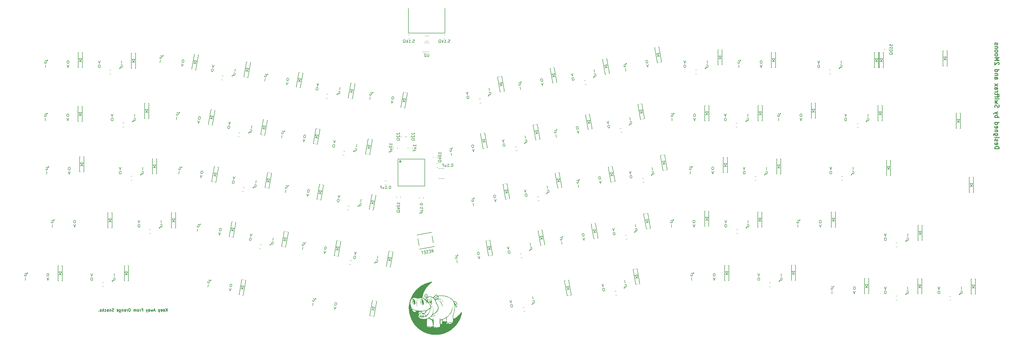
<source format=gbo>
G04 #@! TF.GenerationSoftware,KiCad,Pcbnew,(5.1.4)-1*
G04 #@! TF.CreationDate,2020-08-05T10:29:18-07:00*
G04 #@! TF.ProjectId,trifecta,74726966-6563-4746-912e-6b696361645f,rev?*
G04 #@! TF.SameCoordinates,Original*
G04 #@! TF.FileFunction,Legend,Bot*
G04 #@! TF.FilePolarity,Positive*
%FSLAX46Y46*%
G04 Gerber Fmt 4.6, Leading zero omitted, Abs format (unit mm)*
G04 Created by KiCad (PCBNEW (5.1.4)-1) date 2020-08-05 10:29:18*
%MOMM*%
%LPD*%
G04 APERTURE LIST*
%ADD10C,0.300000*%
%ADD11C,0.250000*%
%ADD12C,0.150000*%
%ADD13C,0.100000*%
%ADD14C,0.203200*%
%ADD15C,0.254000*%
%ADD16C,0.120000*%
%ADD17C,1.100000*%
%ADD18R,2.000000X2.000000*%
%ADD19C,2.000000*%
%ADD20R,2.000000X3.200000*%
%ADD21R,1.000000X2.000000*%
%ADD22C,1.000000*%
%ADD23C,2.250000*%
%ADD24C,3.987800*%
%ADD25C,1.750000*%
%ADD26R,1.900000X0.900000*%
%ADD27R,0.900000X1.900000*%
%ADD28C,3.048000*%
%ADD29C,0.975000*%
%ADD30C,0.400000*%
%ADD31R,1.800000X0.820000*%
%ADD32C,0.820000*%
%ADD33R,0.700000X2.300000*%
%ADD34O,1.200000X2.300000*%
%ADD35C,0.600000*%
%ADD36R,0.550000X1.700000*%
%ADD37R,0.300000X1.700000*%
%ADD38R,1.060000X0.650000*%
%ADD39C,1.250000*%
G04 APERTURE END LIST*
D10*
X344646428Y-45053571D02*
X346146428Y-45053571D01*
X346146428Y-44696428D01*
X346075000Y-44482142D01*
X345932142Y-44339285D01*
X345789285Y-44267857D01*
X345503571Y-44196428D01*
X345289285Y-44196428D01*
X345003571Y-44267857D01*
X344860714Y-44339285D01*
X344717857Y-44482142D01*
X344646428Y-44696428D01*
X344646428Y-45053571D01*
X344717857Y-42982142D02*
X344646428Y-43125000D01*
X344646428Y-43410714D01*
X344717857Y-43553571D01*
X344860714Y-43625000D01*
X345432142Y-43625000D01*
X345575000Y-43553571D01*
X345646428Y-43410714D01*
X345646428Y-43125000D01*
X345575000Y-42982142D01*
X345432142Y-42910714D01*
X345289285Y-42910714D01*
X345146428Y-43625000D01*
X344717857Y-42339285D02*
X344646428Y-42196428D01*
X344646428Y-41910714D01*
X344717857Y-41767857D01*
X344860714Y-41696428D01*
X344932142Y-41696428D01*
X345075000Y-41767857D01*
X345146428Y-41910714D01*
X345146428Y-42125000D01*
X345217857Y-42267857D01*
X345360714Y-42339285D01*
X345432142Y-42339285D01*
X345575000Y-42267857D01*
X345646428Y-42125000D01*
X345646428Y-41910714D01*
X345575000Y-41767857D01*
X344646428Y-41053571D02*
X345646428Y-41053571D01*
X346146428Y-41053571D02*
X346075000Y-41125000D01*
X346003571Y-41053571D01*
X346075000Y-40982142D01*
X346146428Y-41053571D01*
X346003571Y-41053571D01*
X345646428Y-39696428D02*
X344432142Y-39696428D01*
X344289285Y-39767857D01*
X344217857Y-39839285D01*
X344146428Y-39982142D01*
X344146428Y-40196428D01*
X344217857Y-40339285D01*
X344717857Y-39696428D02*
X344646428Y-39839285D01*
X344646428Y-40125000D01*
X344717857Y-40267857D01*
X344789285Y-40339285D01*
X344932142Y-40410714D01*
X345360714Y-40410714D01*
X345503571Y-40339285D01*
X345575000Y-40267857D01*
X345646428Y-40125000D01*
X345646428Y-39839285D01*
X345575000Y-39696428D01*
X345646428Y-38982142D02*
X344646428Y-38982142D01*
X345503571Y-38982142D02*
X345575000Y-38910714D01*
X345646428Y-38767857D01*
X345646428Y-38553571D01*
X345575000Y-38410714D01*
X345432142Y-38339285D01*
X344646428Y-38339285D01*
X344717857Y-37053571D02*
X344646428Y-37196428D01*
X344646428Y-37482142D01*
X344717857Y-37625000D01*
X344860714Y-37696428D01*
X345432142Y-37696428D01*
X345575000Y-37625000D01*
X345646428Y-37482142D01*
X345646428Y-37196428D01*
X345575000Y-37053571D01*
X345432142Y-36982142D01*
X345289285Y-36982142D01*
X345146428Y-37696428D01*
X344646428Y-35696428D02*
X346146428Y-35696428D01*
X344717857Y-35696428D02*
X344646428Y-35839285D01*
X344646428Y-36125000D01*
X344717857Y-36267857D01*
X344789285Y-36339285D01*
X344932142Y-36410714D01*
X345360714Y-36410714D01*
X345503571Y-36339285D01*
X345575000Y-36267857D01*
X345646428Y-36125000D01*
X345646428Y-35839285D01*
X345575000Y-35696428D01*
X344646428Y-33839285D02*
X346146428Y-33839285D01*
X345575000Y-33839285D02*
X345646428Y-33696428D01*
X345646428Y-33410714D01*
X345575000Y-33267857D01*
X345503571Y-33196428D01*
X345360714Y-33125000D01*
X344932142Y-33125000D01*
X344789285Y-33196428D01*
X344717857Y-33267857D01*
X344646428Y-33410714D01*
X344646428Y-33696428D01*
X344717857Y-33839285D01*
X345646428Y-32625000D02*
X344646428Y-32267857D01*
X345646428Y-31910714D02*
X344646428Y-32267857D01*
X344289285Y-32410714D01*
X344217857Y-32482142D01*
X344146428Y-32625000D01*
X344717857Y-30267857D02*
X344646428Y-30053571D01*
X344646428Y-29696428D01*
X344717857Y-29553571D01*
X344789285Y-29482142D01*
X344932142Y-29410714D01*
X345075000Y-29410714D01*
X345217857Y-29482142D01*
X345289285Y-29553571D01*
X345360714Y-29696428D01*
X345432142Y-29982142D01*
X345503571Y-30125000D01*
X345575000Y-30196428D01*
X345717857Y-30267857D01*
X345860714Y-30267857D01*
X346003571Y-30196428D01*
X346075000Y-30125000D01*
X346146428Y-29982142D01*
X346146428Y-29625000D01*
X346075000Y-29410714D01*
X345646428Y-28910714D02*
X344646428Y-28625000D01*
X345360714Y-28339285D01*
X344646428Y-28053571D01*
X345646428Y-27767857D01*
X344646428Y-27196428D02*
X345646428Y-27196428D01*
X346146428Y-27196428D02*
X346075000Y-27267857D01*
X346003571Y-27196428D01*
X346075000Y-27125000D01*
X346146428Y-27196428D01*
X346003571Y-27196428D01*
X345646428Y-26696428D02*
X345646428Y-26125000D01*
X344646428Y-26482142D02*
X345932142Y-26482142D01*
X346075000Y-26410714D01*
X346146428Y-26267857D01*
X346146428Y-26125000D01*
X345646428Y-25839285D02*
X345646428Y-25267857D01*
X346146428Y-25625000D02*
X344860714Y-25625000D01*
X344717857Y-25553571D01*
X344646428Y-25410714D01*
X344646428Y-25267857D01*
X344646428Y-24767857D02*
X345646428Y-24767857D01*
X345360714Y-24767857D02*
X345503571Y-24696428D01*
X345575000Y-24625000D01*
X345646428Y-24482142D01*
X345646428Y-24339285D01*
X344646428Y-23196428D02*
X345432142Y-23196428D01*
X345575000Y-23267857D01*
X345646428Y-23410714D01*
X345646428Y-23696428D01*
X345575000Y-23839285D01*
X344717857Y-23196428D02*
X344646428Y-23339285D01*
X344646428Y-23696428D01*
X344717857Y-23839285D01*
X344860714Y-23910714D01*
X345003571Y-23910714D01*
X345146428Y-23839285D01*
X345217857Y-23696428D01*
X345217857Y-23339285D01*
X345289285Y-23196428D01*
X344646428Y-22625000D02*
X345646428Y-21839285D01*
X345646428Y-22625000D02*
X344646428Y-21839285D01*
X344646428Y-19482142D02*
X345432142Y-19482142D01*
X345575000Y-19553571D01*
X345646428Y-19696428D01*
X345646428Y-19982142D01*
X345575000Y-20125000D01*
X344717857Y-19482142D02*
X344646428Y-19625000D01*
X344646428Y-19982142D01*
X344717857Y-20125000D01*
X344860714Y-20196428D01*
X345003571Y-20196428D01*
X345146428Y-20125000D01*
X345217857Y-19982142D01*
X345217857Y-19625000D01*
X345289285Y-19482142D01*
X345646428Y-18767857D02*
X344646428Y-18767857D01*
X345503571Y-18767857D02*
X345575000Y-18696428D01*
X345646428Y-18553571D01*
X345646428Y-18339285D01*
X345575000Y-18196428D01*
X345432142Y-18125000D01*
X344646428Y-18125000D01*
X344646428Y-16767857D02*
X346146428Y-16767857D01*
X344717857Y-16767857D02*
X344646428Y-16910714D01*
X344646428Y-17196428D01*
X344717857Y-17339285D01*
X344789285Y-17410714D01*
X344932142Y-17482142D01*
X345360714Y-17482142D01*
X345503571Y-17410714D01*
X345575000Y-17339285D01*
X345646428Y-17196428D01*
X345646428Y-16910714D01*
X345575000Y-16767857D01*
X346003571Y-14982142D02*
X346075000Y-14910714D01*
X346146428Y-14767857D01*
X346146428Y-14410714D01*
X346075000Y-14267857D01*
X346003571Y-14196428D01*
X345860714Y-14125000D01*
X345717857Y-14125000D01*
X345503571Y-14196428D01*
X344646428Y-15053571D01*
X344646428Y-14125000D01*
X344646428Y-13482142D02*
X346146428Y-13482142D01*
X345075000Y-12982142D01*
X346146428Y-12482142D01*
X344646428Y-12482142D01*
X344646428Y-11553571D02*
X344717857Y-11696428D01*
X344789285Y-11767857D01*
X344932142Y-11839285D01*
X345360714Y-11839285D01*
X345503571Y-11767857D01*
X345575000Y-11696428D01*
X345646428Y-11553571D01*
X345646428Y-11339285D01*
X345575000Y-11196428D01*
X345503571Y-11125000D01*
X345360714Y-11053571D01*
X344932142Y-11053571D01*
X344789285Y-11125000D01*
X344717857Y-11196428D01*
X344646428Y-11339285D01*
X344646428Y-11553571D01*
X344646428Y-10196428D02*
X344717857Y-10339285D01*
X344789285Y-10410714D01*
X344932142Y-10482142D01*
X345360714Y-10482142D01*
X345503571Y-10410714D01*
X345575000Y-10339285D01*
X345646428Y-10196428D01*
X345646428Y-9982142D01*
X345575000Y-9839285D01*
X345503571Y-9767857D01*
X345360714Y-9696428D01*
X344932142Y-9696428D01*
X344789285Y-9767857D01*
X344717857Y-9839285D01*
X344646428Y-9982142D01*
X344646428Y-10196428D01*
X345646428Y-9053571D02*
X344646428Y-9053571D01*
X345503571Y-9053571D02*
X345575000Y-8982142D01*
X345646428Y-8839285D01*
X345646428Y-8625000D01*
X345575000Y-8482142D01*
X345432142Y-8410714D01*
X344646428Y-8410714D01*
X344717857Y-7767857D02*
X344646428Y-7625000D01*
X344646428Y-7339285D01*
X344717857Y-7196428D01*
X344860714Y-7125000D01*
X344932142Y-7125000D01*
X345075000Y-7196428D01*
X345146428Y-7339285D01*
X345146428Y-7553571D01*
X345217857Y-7696428D01*
X345360714Y-7767857D01*
X345432142Y-7767857D01*
X345575000Y-7696428D01*
X345646428Y-7553571D01*
X345646428Y-7339285D01*
X345575000Y-7196428D01*
D11*
X48971505Y-103276140D02*
X48971505Y-102276140D01*
X48400077Y-103276140D02*
X48828648Y-102704712D01*
X48400077Y-102276140D02*
X48971505Y-102847569D01*
X47590553Y-103228521D02*
X47685791Y-103276140D01*
X47876267Y-103276140D01*
X47971505Y-103228521D01*
X48019124Y-103133283D01*
X48019124Y-102752331D01*
X47971505Y-102657093D01*
X47876267Y-102609474D01*
X47685791Y-102609474D01*
X47590553Y-102657093D01*
X47542934Y-102752331D01*
X47542934Y-102847569D01*
X48019124Y-102942807D01*
X46733410Y-103228521D02*
X46828648Y-103276140D01*
X47019124Y-103276140D01*
X47114362Y-103228521D01*
X47161981Y-103133283D01*
X47161981Y-102752331D01*
X47114362Y-102657093D01*
X47019124Y-102609474D01*
X46828648Y-102609474D01*
X46733410Y-102657093D01*
X46685791Y-102752331D01*
X46685791Y-102847569D01*
X47161981Y-102942807D01*
X46257220Y-102609474D02*
X46257220Y-103609474D01*
X46257220Y-102657093D02*
X46161981Y-102609474D01*
X45971505Y-102609474D01*
X45876267Y-102657093D01*
X45828648Y-102704712D01*
X45781029Y-102799950D01*
X45781029Y-103085664D01*
X45828648Y-103180902D01*
X45876267Y-103228521D01*
X45971505Y-103276140D01*
X46161981Y-103276140D01*
X46257220Y-103228521D01*
X44638172Y-102990426D02*
X44161981Y-102990426D01*
X44733410Y-103276140D02*
X44400077Y-102276140D01*
X44066743Y-103276140D01*
X43828648Y-102609474D02*
X43638172Y-103276140D01*
X43447696Y-102799950D01*
X43257220Y-103276140D01*
X43066743Y-102609474D01*
X42257220Y-103276140D02*
X42257220Y-102752331D01*
X42304839Y-102657093D01*
X42400077Y-102609474D01*
X42590553Y-102609474D01*
X42685791Y-102657093D01*
X42257220Y-103228521D02*
X42352458Y-103276140D01*
X42590553Y-103276140D01*
X42685791Y-103228521D01*
X42733410Y-103133283D01*
X42733410Y-103038045D01*
X42685791Y-102942807D01*
X42590553Y-102895188D01*
X42352458Y-102895188D01*
X42257220Y-102847569D01*
X41876267Y-102609474D02*
X41638172Y-103276140D01*
X41400077Y-102609474D02*
X41638172Y-103276140D01*
X41733410Y-103514236D01*
X41781029Y-103561855D01*
X41876267Y-103609474D01*
X39923886Y-102752331D02*
X40257220Y-102752331D01*
X40257220Y-103276140D02*
X40257220Y-102276140D01*
X39781029Y-102276140D01*
X39400077Y-103276140D02*
X39400077Y-102609474D01*
X39400077Y-102799950D02*
X39352458Y-102704712D01*
X39304839Y-102657093D01*
X39209600Y-102609474D01*
X39114362Y-102609474D01*
X38638172Y-103276140D02*
X38733410Y-103228521D01*
X38781029Y-103180902D01*
X38828648Y-103085664D01*
X38828648Y-102799950D01*
X38781029Y-102704712D01*
X38733410Y-102657093D01*
X38638172Y-102609474D01*
X38495315Y-102609474D01*
X38400077Y-102657093D01*
X38352458Y-102704712D01*
X38304839Y-102799950D01*
X38304839Y-103085664D01*
X38352458Y-103180902D01*
X38400077Y-103228521D01*
X38495315Y-103276140D01*
X38638172Y-103276140D01*
X37876267Y-103276140D02*
X37876267Y-102609474D01*
X37876267Y-102704712D02*
X37828648Y-102657093D01*
X37733410Y-102609474D01*
X37590553Y-102609474D01*
X37495315Y-102657093D01*
X37447696Y-102752331D01*
X37447696Y-103276140D01*
X37447696Y-102752331D02*
X37400077Y-102657093D01*
X37304839Y-102609474D01*
X37161981Y-102609474D01*
X37066743Y-102657093D01*
X37019124Y-102752331D01*
X37019124Y-103276140D01*
X35590553Y-102276140D02*
X35400077Y-102276140D01*
X35304839Y-102323760D01*
X35209600Y-102418998D01*
X35161981Y-102609474D01*
X35161981Y-102942807D01*
X35209600Y-103133283D01*
X35304839Y-103228521D01*
X35400077Y-103276140D01*
X35590553Y-103276140D01*
X35685791Y-103228521D01*
X35781029Y-103133283D01*
X35828648Y-102942807D01*
X35828648Y-102609474D01*
X35781029Y-102418998D01*
X35685791Y-102323760D01*
X35590553Y-102276140D01*
X34733410Y-103276140D02*
X34733410Y-102609474D01*
X34733410Y-102799950D02*
X34685791Y-102704712D01*
X34638172Y-102657093D01*
X34542934Y-102609474D01*
X34447696Y-102609474D01*
X33685791Y-103276140D02*
X33685791Y-102752331D01*
X33733410Y-102657093D01*
X33828648Y-102609474D01*
X34019124Y-102609474D01*
X34114362Y-102657093D01*
X33685791Y-103228521D02*
X33781029Y-103276140D01*
X34019124Y-103276140D01*
X34114362Y-103228521D01*
X34161981Y-103133283D01*
X34161981Y-103038045D01*
X34114362Y-102942807D01*
X34019124Y-102895188D01*
X33781029Y-102895188D01*
X33685791Y-102847569D01*
X33209600Y-102609474D02*
X33209600Y-103276140D01*
X33209600Y-102704712D02*
X33161981Y-102657093D01*
X33066743Y-102609474D01*
X32923886Y-102609474D01*
X32828648Y-102657093D01*
X32781029Y-102752331D01*
X32781029Y-103276140D01*
X31876267Y-102609474D02*
X31876267Y-103418998D01*
X31923886Y-103514236D01*
X31971505Y-103561855D01*
X32066743Y-103609474D01*
X32209600Y-103609474D01*
X32304839Y-103561855D01*
X31876267Y-103228521D02*
X31971505Y-103276140D01*
X32161981Y-103276140D01*
X32257220Y-103228521D01*
X32304839Y-103180902D01*
X32352458Y-103085664D01*
X32352458Y-102799950D01*
X32304839Y-102704712D01*
X32257220Y-102657093D01*
X32161981Y-102609474D01*
X31971505Y-102609474D01*
X31876267Y-102657093D01*
X31019124Y-103228521D02*
X31114362Y-103276140D01*
X31304839Y-103276140D01*
X31400077Y-103228521D01*
X31447696Y-103133283D01*
X31447696Y-102752331D01*
X31400077Y-102657093D01*
X31304839Y-102609474D01*
X31114362Y-102609474D01*
X31019124Y-102657093D01*
X30971505Y-102752331D01*
X30971505Y-102847569D01*
X31447696Y-102942807D01*
X29828648Y-103228521D02*
X29685791Y-103276140D01*
X29447696Y-103276140D01*
X29352458Y-103228521D01*
X29304839Y-103180902D01*
X29257220Y-103085664D01*
X29257220Y-102990426D01*
X29304839Y-102895188D01*
X29352458Y-102847569D01*
X29447696Y-102799950D01*
X29638172Y-102752331D01*
X29733410Y-102704712D01*
X29781029Y-102657093D01*
X29828648Y-102561855D01*
X29828648Y-102466617D01*
X29781029Y-102371379D01*
X29733410Y-102323760D01*
X29638172Y-102276140D01*
X29400077Y-102276140D01*
X29257220Y-102323760D01*
X28828648Y-102609474D02*
X28828648Y-103276140D01*
X28828648Y-102704712D02*
X28781029Y-102657093D01*
X28685791Y-102609474D01*
X28542934Y-102609474D01*
X28447696Y-102657093D01*
X28400077Y-102752331D01*
X28400077Y-103276140D01*
X27495315Y-103276140D02*
X27495315Y-102752331D01*
X27542934Y-102657093D01*
X27638172Y-102609474D01*
X27828648Y-102609474D01*
X27923886Y-102657093D01*
X27495315Y-103228521D02*
X27590553Y-103276140D01*
X27828648Y-103276140D01*
X27923886Y-103228521D01*
X27971505Y-103133283D01*
X27971505Y-103038045D01*
X27923886Y-102942807D01*
X27828648Y-102895188D01*
X27590553Y-102895188D01*
X27495315Y-102847569D01*
X26590553Y-103228521D02*
X26685791Y-103276140D01*
X26876267Y-103276140D01*
X26971505Y-103228521D01*
X27019124Y-103180902D01*
X27066743Y-103085664D01*
X27066743Y-102799950D01*
X27019124Y-102704712D01*
X26971505Y-102657093D01*
X26876267Y-102609474D01*
X26685791Y-102609474D01*
X26590553Y-102657093D01*
X26161981Y-103276140D02*
X26161981Y-102276140D01*
X26066743Y-102895188D02*
X25781029Y-103276140D01*
X25781029Y-102609474D02*
X26161981Y-102990426D01*
X25400077Y-103228521D02*
X25304839Y-103276140D01*
X25114362Y-103276140D01*
X25019124Y-103228521D01*
X24971505Y-103133283D01*
X24971505Y-103085664D01*
X25019124Y-102990426D01*
X25114362Y-102942807D01*
X25257220Y-102942807D01*
X25352458Y-102895188D01*
X25400077Y-102799950D01*
X25400077Y-102752331D01*
X25352458Y-102657093D01*
X25257220Y-102609474D01*
X25114362Y-102609474D01*
X25019124Y-102657093D01*
X24542934Y-103180902D02*
X24495315Y-103228521D01*
X24542934Y-103276140D01*
X24590553Y-103228521D01*
X24542934Y-103180902D01*
X24542934Y-103276140D01*
D12*
X144302905Y-80134755D02*
X143399935Y-75013755D01*
X139181905Y-81037725D02*
X144302905Y-80134755D01*
X138278935Y-75916725D02*
X139181905Y-81037725D01*
X143399935Y-75013755D02*
X138278935Y-75916725D01*
X247622240Y-53562980D02*
X247622240Y-48162980D01*
X249122240Y-48162980D02*
X249122240Y-53562980D01*
X249122240Y-53562980D02*
X247622240Y-53562980D01*
X249122240Y-48162980D02*
X247622240Y-48162980D01*
X248872240Y-50362980D02*
X247872240Y-50362980D01*
X247872240Y-50362980D02*
X248372240Y-51262980D01*
X248372240Y-51262980D02*
X248872240Y-50362980D01*
X248872240Y-51362980D02*
X247872240Y-51362980D01*
X336156480Y-97126520D02*
X336156480Y-91726520D01*
X337656480Y-91726520D02*
X337656480Y-97126520D01*
X337656480Y-97126520D02*
X336156480Y-97126520D01*
X337656480Y-91726520D02*
X336156480Y-91726520D01*
X337406480Y-93926520D02*
X336406480Y-93926520D01*
X336406480Y-93926520D02*
X336906480Y-94826520D01*
X336906480Y-94826520D02*
X337406480Y-93926520D01*
X337406480Y-94926520D02*
X336406480Y-94926520D01*
X317063300Y-97014760D02*
X317063300Y-91614760D01*
X318563300Y-91614760D02*
X318563300Y-97014760D01*
X318563300Y-97014760D02*
X317063300Y-97014760D01*
X318563300Y-91614760D02*
X317063300Y-91614760D01*
X318313300Y-93814760D02*
X317313300Y-93814760D01*
X317313300Y-93814760D02*
X317813300Y-94714760D01*
X317813300Y-94714760D02*
X318313300Y-93814760D01*
X318313300Y-94814760D02*
X317313300Y-94814760D01*
X298028540Y-96930940D02*
X298028540Y-91530940D01*
X299528540Y-91530940D02*
X299528540Y-96930940D01*
X299528540Y-96930940D02*
X298028540Y-96930940D01*
X299528540Y-91530940D02*
X298028540Y-91530940D01*
X299278540Y-93730940D02*
X298278540Y-93730940D01*
X298278540Y-93730940D02*
X298778540Y-94630940D01*
X298778540Y-94630940D02*
X299278540Y-93730940D01*
X299278540Y-94730940D02*
X298278540Y-94730940D01*
X271927500Y-92181140D02*
X271927500Y-86781140D01*
X273427500Y-86781140D02*
X273427500Y-92181140D01*
X273427500Y-92181140D02*
X271927500Y-92181140D01*
X273427500Y-86781140D02*
X271927500Y-86781140D01*
X273177500Y-88981140D02*
X272177500Y-88981140D01*
X272177500Y-88981140D02*
X272677500Y-89881140D01*
X272677500Y-89881140D02*
X273177500Y-88981140D01*
X273177500Y-89981140D02*
X272177500Y-89981140D01*
X248132780Y-92315760D02*
X248132780Y-86915760D01*
X249632780Y-86915760D02*
X249632780Y-92315760D01*
X249632780Y-92315760D02*
X248132780Y-92315760D01*
X249632780Y-86915760D02*
X248132780Y-86915760D01*
X249382780Y-89115760D02*
X248382780Y-89115760D01*
X248382780Y-89115760D02*
X248882780Y-90015760D01*
X248882780Y-90015760D02*
X249382780Y-89115760D01*
X249382780Y-90115760D02*
X248382780Y-90115760D01*
X216344864Y-93647037D02*
X215407164Y-88329075D01*
X216884376Y-88068603D02*
X217822076Y-93386565D01*
X217822076Y-93386565D02*
X216344864Y-93647037D01*
X216884376Y-88068603D02*
X215407164Y-88329075D01*
X217020200Y-90278592D02*
X216035392Y-90452240D01*
X216035392Y-90452240D02*
X216684079Y-91251743D01*
X216684079Y-91251743D02*
X217020200Y-90278592D01*
X217193848Y-91263400D02*
X216209040Y-91437048D01*
X191831324Y-97693257D02*
X190893624Y-92375295D01*
X192370836Y-92114823D02*
X193308536Y-97432785D01*
X193308536Y-97432785D02*
X191831324Y-97693257D01*
X192370836Y-92114823D02*
X190893624Y-92375295D01*
X192506660Y-94324812D02*
X191521852Y-94498460D01*
X191521852Y-94498460D02*
X192170539Y-95297963D01*
X192170539Y-95297963D02*
X192506660Y-94324812D01*
X192680308Y-95309620D02*
X191695500Y-95483268D01*
X121356044Y-104796245D02*
X122293744Y-99478283D01*
X123770956Y-99738755D02*
X122833256Y-105056717D01*
X122833256Y-105056717D02*
X121356044Y-104796245D01*
X123770956Y-99738755D02*
X122293744Y-99478283D01*
X123142728Y-101861920D02*
X122157920Y-101688272D01*
X122157920Y-101688272D02*
X122494041Y-102661423D01*
X122494041Y-102661423D02*
X123142728Y-101861920D01*
X122969080Y-102846728D02*
X121984272Y-102673080D01*
X74683544Y-97303245D02*
X75621244Y-91985283D01*
X77098456Y-92245755D02*
X76160756Y-97563717D01*
X76160756Y-97563717D02*
X74683544Y-97303245D01*
X77098456Y-92245755D02*
X75621244Y-91985283D01*
X76470228Y-94368920D02*
X75485420Y-94195272D01*
X75485420Y-94195272D02*
X75821541Y-95168423D01*
X75821541Y-95168423D02*
X76470228Y-94368920D01*
X76296580Y-95353728D02*
X75311772Y-95180080D01*
X33675500Y-92394500D02*
X33675500Y-86994500D01*
X35175500Y-86994500D02*
X35175500Y-92394500D01*
X35175500Y-92394500D02*
X33675500Y-92394500D01*
X35175500Y-86994500D02*
X33675500Y-86994500D01*
X34925500Y-89194500D02*
X33925500Y-89194500D01*
X33925500Y-89194500D02*
X34425500Y-90094500D01*
X34425500Y-90094500D02*
X34925500Y-89194500D01*
X34925500Y-90194500D02*
X33925500Y-90194500D01*
X9990000Y-92381800D02*
X9990000Y-86981800D01*
X11490000Y-86981800D02*
X11490000Y-92381800D01*
X11490000Y-92381800D02*
X9990000Y-92381800D01*
X11490000Y-86981800D02*
X9990000Y-86981800D01*
X11240000Y-89181800D02*
X10240000Y-89181800D01*
X10240000Y-89181800D02*
X10740000Y-90081800D01*
X10740000Y-90081800D02*
X11240000Y-89181800D01*
X11240000Y-90181800D02*
X10240000Y-90181800D01*
X335508690Y-60722050D02*
X335508690Y-55322050D01*
X337008690Y-55322050D02*
X337008690Y-60722050D01*
X337008690Y-60722050D02*
X335508690Y-60722050D01*
X337008690Y-55322050D02*
X335508690Y-55322050D01*
X336758690Y-57522050D02*
X335758690Y-57522050D01*
X335758690Y-57522050D02*
X336258690Y-58422050D01*
X336258690Y-58422050D02*
X336758690Y-57522050D01*
X336758690Y-58522050D02*
X335758690Y-58522050D01*
X317149660Y-77891100D02*
X317149660Y-72491100D01*
X318649660Y-72491100D02*
X318649660Y-77891100D01*
X318649660Y-77891100D02*
X317149660Y-77891100D01*
X318649660Y-72491100D02*
X317149660Y-72491100D01*
X318399660Y-74691100D02*
X317399660Y-74691100D01*
X317399660Y-74691100D02*
X317899660Y-75591100D01*
X317899660Y-75591100D02*
X318399660Y-74691100D01*
X318399660Y-75691100D02*
X317399660Y-75691100D01*
X286189600Y-73146380D02*
X286189600Y-67746380D01*
X287689600Y-67746380D02*
X287689600Y-73146380D01*
X287689600Y-73146380D02*
X286189600Y-73146380D01*
X287689600Y-67746380D02*
X286189600Y-67746380D01*
X287439600Y-69946380D02*
X286439600Y-69946380D01*
X286439600Y-69946380D02*
X286939600Y-70846380D01*
X286939600Y-70846380D02*
X287439600Y-69946380D01*
X287439600Y-70946380D02*
X286439600Y-70946380D01*
X259915840Y-73164160D02*
X259915840Y-67764160D01*
X261415840Y-67764160D02*
X261415840Y-73164160D01*
X261415840Y-73164160D02*
X259915840Y-73164160D01*
X261415840Y-67764160D02*
X259915840Y-67764160D01*
X261165840Y-69964160D02*
X260165840Y-69964160D01*
X260165840Y-69964160D02*
X260665840Y-70864160D01*
X260665840Y-70864160D02*
X261165840Y-69964160D01*
X261165840Y-70964160D02*
X260165840Y-70964160D01*
X240959820Y-72788240D02*
X240959820Y-67388240D01*
X242459820Y-67388240D02*
X242459820Y-72788240D01*
X242459820Y-72788240D02*
X240959820Y-72788240D01*
X242459820Y-67388240D02*
X240959820Y-67388240D01*
X242209820Y-69588240D02*
X241209820Y-69588240D01*
X241209820Y-69588240D02*
X241709820Y-70488240D01*
X241709820Y-70488240D02*
X242209820Y-69588240D01*
X242209820Y-70588240D02*
X241209820Y-70588240D01*
X220109144Y-73763917D02*
X219171444Y-68445955D01*
X220648656Y-68185483D02*
X221586356Y-73503445D01*
X221586356Y-73503445D02*
X220109144Y-73763917D01*
X220648656Y-68185483D02*
X219171444Y-68445955D01*
X220784480Y-70395472D02*
X219799672Y-70569120D01*
X219799672Y-70569120D02*
X220448359Y-71368623D01*
X220448359Y-71368623D02*
X220784480Y-70395472D01*
X220958128Y-71380280D02*
X219973320Y-71553928D01*
X201374104Y-77347857D02*
X200436404Y-72029895D01*
X201913616Y-71769423D02*
X202851316Y-77087385D01*
X202851316Y-77087385D02*
X201374104Y-77347857D01*
X201913616Y-71769423D02*
X200436404Y-72029895D01*
X202049440Y-73979412D02*
X201064632Y-74153060D01*
X201064632Y-74153060D02*
X201713319Y-74952563D01*
X201713319Y-74952563D02*
X202049440Y-73979412D01*
X202223088Y-74964220D02*
X201238280Y-75137868D01*
X182362204Y-79715137D02*
X181424504Y-74397175D01*
X182901716Y-74136703D02*
X183839416Y-79454665D01*
X183839416Y-79454665D02*
X182362204Y-79715137D01*
X182901716Y-74136703D02*
X181424504Y-74397175D01*
X183037540Y-76346692D02*
X182052732Y-76520340D01*
X182052732Y-76520340D02*
X182701419Y-77319843D01*
X182701419Y-77319843D02*
X183037540Y-76346692D01*
X183211188Y-77331500D02*
X182226380Y-77505148D01*
X163738924Y-83408297D02*
X162801224Y-78090335D01*
X164278436Y-77829863D02*
X165216136Y-83147825D01*
X165216136Y-83147825D02*
X163738924Y-83408297D01*
X164278436Y-77829863D02*
X162801224Y-78090335D01*
X164414260Y-80039852D02*
X163429452Y-80213500D01*
X163429452Y-80213500D02*
X164078139Y-81013003D01*
X164078139Y-81013003D02*
X164414260Y-80039852D01*
X164587908Y-81024660D02*
X163603100Y-81198308D01*
X127261544Y-87143245D02*
X128199244Y-81825283D01*
X129676456Y-82085755D02*
X128738756Y-87403717D01*
X128738756Y-87403717D02*
X127261544Y-87143245D01*
X129676456Y-82085755D02*
X128199244Y-81825283D01*
X129048228Y-84208920D02*
X128063420Y-84035272D01*
X128063420Y-84035272D02*
X128399541Y-85008423D01*
X128399541Y-85008423D02*
X129048228Y-84208920D01*
X128874580Y-85193728D02*
X127889772Y-85020080D01*
X108635724Y-83320545D02*
X109573424Y-78002583D01*
X111050636Y-78263055D02*
X110112936Y-83581017D01*
X110112936Y-83581017D02*
X108635724Y-83320545D01*
X111050636Y-78263055D02*
X109573424Y-78002583D01*
X110422408Y-80386220D02*
X109437600Y-80212572D01*
X109437600Y-80212572D02*
X109773721Y-81185723D01*
X109773721Y-81185723D02*
X110422408Y-80386220D01*
X110248760Y-81371028D02*
X109263952Y-81197380D01*
X89852424Y-80010925D02*
X90790124Y-74692963D01*
X92267336Y-74953435D02*
X91329636Y-80271397D01*
X91329636Y-80271397D02*
X89852424Y-80010925D01*
X92267336Y-74953435D02*
X90790124Y-74692963D01*
X91639108Y-77076600D02*
X90654300Y-76902952D01*
X90654300Y-76902952D02*
X90990421Y-77876103D01*
X90990421Y-77876103D02*
X91639108Y-77076600D01*
X91465460Y-78061408D02*
X90480652Y-77887760D01*
X71104684Y-76508265D02*
X72042384Y-71190303D01*
X73519596Y-71450775D02*
X72581896Y-76768737D01*
X72581896Y-76768737D02*
X71104684Y-76508265D01*
X73519596Y-71450775D02*
X72042384Y-71190303D01*
X72891368Y-73573940D02*
X71906560Y-73400292D01*
X71906560Y-73400292D02*
X72242681Y-74373443D01*
X72242681Y-74373443D02*
X72891368Y-73573940D01*
X72717720Y-74558748D02*
X71732912Y-74385100D01*
X50503000Y-73408000D02*
X50503000Y-68008000D01*
X52003000Y-68008000D02*
X52003000Y-73408000D01*
X52003000Y-73408000D02*
X50503000Y-73408000D01*
X52003000Y-68008000D02*
X50503000Y-68008000D01*
X51753000Y-70208000D02*
X50753000Y-70208000D01*
X50753000Y-70208000D02*
X51253000Y-71108000D01*
X51253000Y-71108000D02*
X51753000Y-70208000D01*
X51753000Y-71208000D02*
X50753000Y-71208000D01*
X27770000Y-73391546D02*
X27770000Y-67991546D01*
X29270000Y-67991546D02*
X29270000Y-73391546D01*
X29270000Y-73391546D02*
X27770000Y-73391546D01*
X29270000Y-67991546D02*
X27770000Y-67991546D01*
X29020000Y-70191546D02*
X28020000Y-70191546D01*
X28020000Y-70191546D02*
X28520000Y-71091546D01*
X28520000Y-71091546D02*
X29020000Y-70191546D01*
X29020000Y-71191546D02*
X28020000Y-71191546D01*
X330817400Y-37771800D02*
X330817400Y-32371800D01*
X332317400Y-32371800D02*
X332317400Y-37771800D01*
X332317400Y-37771800D02*
X330817400Y-37771800D01*
X332317400Y-32371800D02*
X330817400Y-32371800D01*
X332067400Y-34571800D02*
X331067400Y-34571800D01*
X331067400Y-34571800D02*
X331567400Y-35471800D01*
X331567400Y-35471800D02*
X332067400Y-34571800D01*
X332067400Y-35571800D02*
X331067400Y-35571800D01*
X305884760Y-54639940D02*
X305884760Y-49239940D01*
X307384760Y-49239940D02*
X307384760Y-54639940D01*
X307384760Y-54639940D02*
X305884760Y-54639940D01*
X307384760Y-49239940D02*
X305884760Y-49239940D01*
X307134760Y-51439940D02*
X306134760Y-51439940D01*
X306134760Y-51439940D02*
X306634760Y-52339940D01*
X306634760Y-52339940D02*
X307134760Y-51439940D01*
X307134760Y-52439940D02*
X306134760Y-52439940D01*
X266679860Y-54073520D02*
X266679860Y-48673520D01*
X268179860Y-48673520D02*
X268179860Y-54073520D01*
X268179860Y-54073520D02*
X266679860Y-54073520D01*
X268179860Y-48673520D02*
X266679860Y-48673520D01*
X267929860Y-50873520D02*
X266929860Y-50873520D01*
X266929860Y-50873520D02*
X267429860Y-51773520D01*
X267429860Y-51773520D02*
X267929860Y-50873520D01*
X267929860Y-51873520D02*
X266929860Y-51873520D01*
X226103544Y-52834317D02*
X225165844Y-47516355D01*
X226643056Y-47255883D02*
X227580756Y-52573845D01*
X227580756Y-52573845D02*
X226103544Y-52834317D01*
X226643056Y-47255883D02*
X225165844Y-47516355D01*
X226778880Y-49465872D02*
X225794072Y-49639520D01*
X225794072Y-49639520D02*
X226442759Y-50439023D01*
X226442759Y-50439023D02*
X226778880Y-49465872D01*
X226952528Y-50450680D02*
X225967720Y-50624328D01*
X207457404Y-56961817D02*
X206519704Y-51643855D01*
X207996916Y-51383383D02*
X208934616Y-56701345D01*
X208934616Y-56701345D02*
X207457404Y-56961817D01*
X207996916Y-51383383D02*
X206519704Y-51643855D01*
X208132740Y-53593372D02*
X207147932Y-53767020D01*
X207147932Y-53767020D02*
X207796619Y-54566523D01*
X207796619Y-54566523D02*
X208132740Y-53593372D01*
X208306388Y-54578180D02*
X207321580Y-54751828D01*
X188453124Y-59146217D02*
X187515424Y-53828255D01*
X188992636Y-53567783D02*
X189930336Y-58885745D01*
X189930336Y-58885745D02*
X188453124Y-59146217D01*
X188992636Y-53567783D02*
X187515424Y-53828255D01*
X189128460Y-55777772D02*
X188143652Y-55951420D01*
X188143652Y-55951420D02*
X188792339Y-56750923D01*
X188792339Y-56750923D02*
X189128460Y-55777772D01*
X189302108Y-56762580D02*
X188317300Y-56936228D01*
X169857784Y-63167037D02*
X168920084Y-57849075D01*
X170397296Y-57588603D02*
X171334996Y-62906565D01*
X171334996Y-62906565D02*
X169857784Y-63167037D01*
X170397296Y-57588603D02*
X168920084Y-57849075D01*
X170533120Y-59798592D02*
X169548312Y-59972240D01*
X169548312Y-59972240D02*
X170196999Y-60771743D01*
X170196999Y-60771743D02*
X170533120Y-59798592D01*
X170706768Y-60783400D02*
X169721960Y-60957048D01*
X121165544Y-66759745D02*
X122103244Y-61441783D01*
X123580456Y-61702255D02*
X122642756Y-67020217D01*
X122642756Y-67020217D02*
X121165544Y-66759745D01*
X123580456Y-61702255D02*
X122103244Y-61441783D01*
X122952228Y-63825420D02*
X121967420Y-63651772D01*
X121967420Y-63651772D02*
X122303541Y-64624923D01*
X122303541Y-64624923D02*
X122952228Y-63825420D01*
X122778580Y-64810228D02*
X121793772Y-64636580D01*
X102433044Y-63140245D02*
X103370744Y-57822283D01*
X104847956Y-58082755D02*
X103910256Y-63400717D01*
X103910256Y-63400717D02*
X102433044Y-63140245D01*
X104847956Y-58082755D02*
X103370744Y-57822283D01*
X104219728Y-60205920D02*
X103234920Y-60032272D01*
X103234920Y-60032272D02*
X103571041Y-61005423D01*
X103571041Y-61005423D02*
X104219728Y-60205920D01*
X104046080Y-61190728D02*
X103061272Y-61017080D01*
X83893584Y-58916225D02*
X84831284Y-53598263D01*
X86308496Y-53858735D02*
X85370796Y-59176697D01*
X85370796Y-59176697D02*
X83893584Y-58916225D01*
X86308496Y-53858735D02*
X84831284Y-53598263D01*
X85680268Y-55981900D02*
X84695460Y-55808252D01*
X84695460Y-55808252D02*
X85031581Y-56781403D01*
X85031581Y-56781403D02*
X85680268Y-55981900D01*
X85506620Y-56966708D02*
X84521812Y-56793060D01*
X64904544Y-56790245D02*
X65842244Y-51472283D01*
X67319456Y-51732755D02*
X66381756Y-57050717D01*
X66381756Y-57050717D02*
X64904544Y-56790245D01*
X67319456Y-51732755D02*
X65842244Y-51472283D01*
X66691228Y-53855920D02*
X65706420Y-53682272D01*
X65706420Y-53682272D02*
X66042541Y-54655423D01*
X66042541Y-54655423D02*
X66691228Y-53855920D01*
X66517580Y-54840728D02*
X65532772Y-54667080D01*
X43711040Y-54068440D02*
X43711040Y-48668440D01*
X45211040Y-48668440D02*
X45211040Y-54068440D01*
X45211040Y-54068440D02*
X43711040Y-54068440D01*
X45211040Y-48668440D02*
X43711040Y-48668440D01*
X44961040Y-50868440D02*
X43961040Y-50868440D01*
X43961040Y-50868440D02*
X44461040Y-51768440D01*
X44461040Y-51768440D02*
X44961040Y-50868440D01*
X44961040Y-51868440D02*
X43961040Y-51868440D01*
X17752240Y-53329300D02*
X17752240Y-47929300D01*
X19252240Y-47929300D02*
X19252240Y-53329300D01*
X19252240Y-53329300D02*
X17752240Y-53329300D01*
X19252240Y-47929300D02*
X17752240Y-47929300D01*
X19002240Y-50129300D02*
X18002240Y-50129300D01*
X18002240Y-50129300D02*
X18502240Y-51029300D01*
X18502240Y-51029300D02*
X19002240Y-50129300D01*
X19002240Y-51129300D02*
X18002240Y-51129300D01*
X326093000Y-15414720D02*
X326093000Y-10014720D01*
X327593000Y-10014720D02*
X327593000Y-15414720D01*
X327593000Y-15414720D02*
X326093000Y-15414720D01*
X327593000Y-10014720D02*
X326093000Y-10014720D01*
X327343000Y-12214720D02*
X326343000Y-12214720D01*
X326343000Y-12214720D02*
X326843000Y-13114720D01*
X326843000Y-13114720D02*
X327343000Y-12214720D01*
X327343000Y-13214720D02*
X326343000Y-13214720D01*
X302887560Y-35038760D02*
X302887560Y-29638760D01*
X304387560Y-29638760D02*
X304387560Y-35038760D01*
X304387560Y-35038760D02*
X302887560Y-35038760D01*
X304387560Y-29638760D02*
X302887560Y-29638760D01*
X304137560Y-31838760D02*
X303137560Y-31838760D01*
X303137560Y-31838760D02*
X303637560Y-32738760D01*
X303637560Y-32738760D02*
X304137560Y-31838760D01*
X304137560Y-32838760D02*
X303137560Y-32838760D01*
X279039500Y-34096420D02*
X279039500Y-28696420D01*
X280539500Y-28696420D02*
X280539500Y-34096420D01*
X280539500Y-34096420D02*
X279039500Y-34096420D01*
X280539500Y-28696420D02*
X279039500Y-28696420D01*
X280289500Y-30896420D02*
X279289500Y-30896420D01*
X279289500Y-30896420D02*
X279789500Y-31796420D01*
X279789500Y-31796420D02*
X280289500Y-30896420D01*
X280289500Y-31896420D02*
X279289500Y-31896420D01*
X260012360Y-35031140D02*
X260012360Y-29631140D01*
X261512360Y-29631140D02*
X261512360Y-35031140D01*
X261512360Y-35031140D02*
X260012360Y-35031140D01*
X261512360Y-29631140D02*
X260012360Y-29631140D01*
X261262360Y-31831140D02*
X260262360Y-31831140D01*
X260262360Y-31831140D02*
X260762360Y-32731140D01*
X260762360Y-32731140D02*
X261262360Y-31831140D01*
X261262360Y-32831140D02*
X260262360Y-32831140D01*
X240980140Y-35028600D02*
X240980140Y-29628600D01*
X242480140Y-29628600D02*
X242480140Y-35028600D01*
X242480140Y-35028600D02*
X240980140Y-35028600D01*
X242480140Y-29628600D02*
X240980140Y-29628600D01*
X242230140Y-31828600D02*
X241230140Y-31828600D01*
X241230140Y-31828600D02*
X241730140Y-32728600D01*
X241730140Y-32728600D02*
X242230140Y-31828600D01*
X242230140Y-32828600D02*
X241230140Y-32828600D01*
X218008564Y-34556477D02*
X217070864Y-29238515D01*
X218548076Y-28978043D02*
X219485776Y-34296005D01*
X219485776Y-34296005D02*
X218008564Y-34556477D01*
X218548076Y-28978043D02*
X217070864Y-29238515D01*
X218683900Y-31188032D02*
X217699092Y-31361680D01*
X217699092Y-31361680D02*
X218347779Y-32161183D01*
X218347779Y-32161183D02*
X218683900Y-31188032D01*
X218857548Y-32172840D02*
X217872740Y-32346488D01*
X199311624Y-38236937D02*
X198373924Y-32918975D01*
X199851136Y-32658503D02*
X200788836Y-37976465D01*
X200788836Y-37976465D02*
X199311624Y-38236937D01*
X199851136Y-32658503D02*
X198373924Y-32918975D01*
X199986960Y-34868492D02*
X199002152Y-35042140D01*
X199002152Y-35042140D02*
X199650839Y-35841643D01*
X199650839Y-35841643D02*
X199986960Y-34868492D01*
X200160608Y-35853300D02*
X199175800Y-36026948D01*
X180622304Y-41937717D02*
X179684604Y-36619755D01*
X181161816Y-36359283D02*
X182099516Y-41677245D01*
X182099516Y-41677245D02*
X180622304Y-41937717D01*
X181161816Y-36359283D02*
X179684604Y-36619755D01*
X181297640Y-38569272D02*
X180312832Y-38742920D01*
X180312832Y-38742920D02*
X180961519Y-39542423D01*
X180961519Y-39542423D02*
X181297640Y-38569272D01*
X181471288Y-39554080D02*
X180486480Y-39727728D01*
X161831384Y-45013657D02*
X160893684Y-39695695D01*
X162370896Y-39435223D02*
X163308596Y-44753185D01*
X163308596Y-44753185D02*
X161831384Y-45013657D01*
X162370896Y-39435223D02*
X160893684Y-39695695D01*
X162506720Y-41645212D02*
X161521912Y-41818860D01*
X161521912Y-41818860D02*
X162170599Y-42618363D01*
X162170599Y-42618363D02*
X162506720Y-41645212D01*
X162680368Y-42630020D02*
X161695560Y-42803668D01*
X119832044Y-46884245D02*
X120769744Y-41566283D01*
X122246956Y-41826755D02*
X121309256Y-47144717D01*
X121309256Y-47144717D02*
X119832044Y-46884245D01*
X122246956Y-41826755D02*
X120769744Y-41566283D01*
X121618728Y-43949920D02*
X120633920Y-43776272D01*
X120633920Y-43776272D02*
X120970041Y-44749423D01*
X120970041Y-44749423D02*
X121618728Y-43949920D01*
X121445080Y-44934728D02*
X120460272Y-44761080D01*
X101178284Y-43191085D02*
X102115984Y-37873123D01*
X103593196Y-38133595D02*
X102655496Y-43451557D01*
X102655496Y-43451557D02*
X101178284Y-43191085D01*
X103593196Y-38133595D02*
X102115984Y-37873123D01*
X102964968Y-40256760D02*
X101980160Y-40083112D01*
X101980160Y-40083112D02*
X102316281Y-41056263D01*
X102316281Y-41056263D02*
X102964968Y-40256760D01*
X102791320Y-41241568D02*
X101806512Y-41067920D01*
X82387364Y-39939885D02*
X83325064Y-34621923D01*
X84802276Y-34882395D02*
X83864576Y-40200357D01*
X83864576Y-40200357D02*
X82387364Y-39939885D01*
X84802276Y-34882395D02*
X83325064Y-34621923D01*
X84174048Y-37005560D02*
X83189240Y-36831912D01*
X83189240Y-36831912D02*
X83525361Y-37805063D01*
X83525361Y-37805063D02*
X84174048Y-37005560D01*
X84000400Y-37990368D02*
X83015592Y-37816720D01*
X63677724Y-36361025D02*
X64615424Y-31043063D01*
X66092636Y-31303535D02*
X65154936Y-36621497D01*
X65154936Y-36621497D02*
X63677724Y-36361025D01*
X66092636Y-31303535D02*
X64615424Y-31043063D01*
X65464408Y-33426700D02*
X64479600Y-33253052D01*
X64479600Y-33253052D02*
X64815721Y-34226203D01*
X64815721Y-34226203D02*
X65464408Y-33426700D01*
X65290760Y-34411508D02*
X64305952Y-34237860D01*
X40919580Y-34223420D02*
X40919580Y-28823420D01*
X42419580Y-28823420D02*
X42419580Y-34223420D01*
X42419580Y-34223420D02*
X40919580Y-34223420D01*
X42419580Y-28823420D02*
X40919580Y-28823420D01*
X42169580Y-31023420D02*
X41169580Y-31023420D01*
X41169580Y-31023420D02*
X41669580Y-31923420D01*
X41669580Y-31923420D02*
X42169580Y-31023420D01*
X42169580Y-32023420D02*
X41169580Y-32023420D01*
X17102000Y-35308000D02*
X17102000Y-29908000D01*
X18602000Y-29908000D02*
X18602000Y-35308000D01*
X18602000Y-35308000D02*
X17102000Y-35308000D01*
X18602000Y-29908000D02*
X17102000Y-29908000D01*
X18352000Y-32108000D02*
X17352000Y-32108000D01*
X17352000Y-32108000D02*
X17852000Y-33008000D01*
X17852000Y-33008000D02*
X18352000Y-32108000D01*
X18352000Y-33108000D02*
X17352000Y-33108000D01*
X303334600Y-15989220D02*
X303334600Y-10589220D01*
X304834600Y-10589220D02*
X304834600Y-15989220D01*
X304834600Y-15989220D02*
X303334600Y-15989220D01*
X304834600Y-10589220D02*
X303334600Y-10589220D01*
X304584600Y-12789220D02*
X303584600Y-12789220D01*
X303584600Y-12789220D02*
X304084600Y-13689220D01*
X304084600Y-13689220D02*
X304584600Y-12789220D01*
X304584600Y-13789220D02*
X303584600Y-13789220D01*
X301602320Y-16001460D02*
X301602320Y-10601460D01*
X303102320Y-10601460D02*
X303102320Y-16001460D01*
X303102320Y-16001460D02*
X301602320Y-16001460D01*
X303102320Y-10601460D02*
X301602320Y-10601460D01*
X302852320Y-12801460D02*
X301852320Y-12801460D01*
X301852320Y-12801460D02*
X302352320Y-13701460D01*
X302352320Y-13701460D02*
X302852320Y-12801460D01*
X302852320Y-13801460D02*
X301852320Y-13801460D01*
X264759620Y-15986220D02*
X264759620Y-10586220D01*
X266259620Y-10586220D02*
X266259620Y-15986220D01*
X266259620Y-15986220D02*
X264759620Y-15986220D01*
X266259620Y-10586220D02*
X264759620Y-10586220D01*
X266009620Y-12786220D02*
X265009620Y-12786220D01*
X265009620Y-12786220D02*
X265509620Y-13686220D01*
X265509620Y-13686220D02*
X266009620Y-12786220D01*
X266009620Y-13786220D02*
X265009620Y-13786220D01*
X245691840Y-15028640D02*
X245691840Y-9628640D01*
X247191840Y-9628640D02*
X247191840Y-15028640D01*
X247191840Y-15028640D02*
X245691840Y-15028640D01*
X247191840Y-9628640D02*
X245691840Y-9628640D01*
X246941840Y-11828640D02*
X245941840Y-11828640D01*
X245941840Y-11828640D02*
X246441840Y-12728640D01*
X246441840Y-12728640D02*
X246941840Y-11828640D01*
X246941840Y-12828640D02*
X245941840Y-12828640D01*
X224086784Y-14208537D02*
X223149084Y-8890575D01*
X224626296Y-8630103D02*
X225563996Y-13948065D01*
X225563996Y-13948065D02*
X224086784Y-14208537D01*
X224626296Y-8630103D02*
X223149084Y-8890575D01*
X224762120Y-10840092D02*
X223777312Y-11013740D01*
X223777312Y-11013740D02*
X224425999Y-11813243D01*
X224425999Y-11813243D02*
X224762120Y-10840092D01*
X224935768Y-11824900D02*
X223950960Y-11998548D01*
X205458424Y-18346197D02*
X204520724Y-13028235D01*
X205997936Y-12767763D02*
X206935636Y-18085725D01*
X206935636Y-18085725D02*
X205458424Y-18346197D01*
X205997936Y-12767763D02*
X204520724Y-13028235D01*
X206133760Y-14977752D02*
X205148952Y-15151400D01*
X205148952Y-15151400D02*
X205797639Y-15950903D01*
X205797639Y-15950903D02*
X206133760Y-14977752D01*
X206307408Y-15962560D02*
X205322600Y-16136208D01*
X186692904Y-21554217D02*
X185755204Y-16236255D01*
X187232416Y-15975783D02*
X188170116Y-21293745D01*
X188170116Y-21293745D02*
X186692904Y-21554217D01*
X187232416Y-15975783D02*
X185755204Y-16236255D01*
X187368240Y-18185772D02*
X186383432Y-18359420D01*
X186383432Y-18359420D02*
X187032119Y-19158923D01*
X187032119Y-19158923D02*
X187368240Y-18185772D01*
X187541888Y-19170580D02*
X186557080Y-19344228D01*
X167929924Y-24754617D02*
X166992224Y-19436655D01*
X168469436Y-19176183D02*
X169407136Y-24494145D01*
X169407136Y-24494145D02*
X167929924Y-24754617D01*
X168469436Y-19176183D02*
X166992224Y-19436655D01*
X168605260Y-21386172D02*
X167620452Y-21559820D01*
X167620452Y-21559820D02*
X168269139Y-22359323D01*
X168269139Y-22359323D02*
X168605260Y-21386172D01*
X168778908Y-22370980D02*
X167794100Y-22544628D01*
X132405044Y-30247245D02*
X133342744Y-24929283D01*
X134819956Y-25189755D02*
X133882256Y-30507717D01*
X133882256Y-30507717D02*
X132405044Y-30247245D01*
X134819956Y-25189755D02*
X133342744Y-24929283D01*
X134191728Y-27312920D02*
X133206920Y-27139272D01*
X133206920Y-27139272D02*
X133543041Y-28112423D01*
X133543041Y-28112423D02*
X134191728Y-27312920D01*
X134018080Y-28297728D02*
X133033272Y-28124080D01*
X113672544Y-26881745D02*
X114610244Y-21563783D01*
X116087456Y-21824255D02*
X115149756Y-27142217D01*
X115149756Y-27142217D02*
X113672544Y-26881745D01*
X116087456Y-21824255D02*
X114610244Y-21563783D01*
X115459228Y-23947420D02*
X114474420Y-23773772D01*
X114474420Y-23773772D02*
X114810541Y-24746923D01*
X114810541Y-24746923D02*
X115459228Y-23947420D01*
X115285580Y-24932228D02*
X114300772Y-24758580D01*
X95056884Y-22985385D02*
X95994584Y-17667423D01*
X97471796Y-17927895D02*
X96534096Y-23245857D01*
X96534096Y-23245857D02*
X95056884Y-22985385D01*
X97471796Y-17927895D02*
X95994584Y-17667423D01*
X96843568Y-20051060D02*
X95858760Y-19877412D01*
X95858760Y-19877412D02*
X96194881Y-20850563D01*
X96194881Y-20850563D02*
X96843568Y-20051060D01*
X96669920Y-21035868D02*
X95685112Y-20862220D01*
X76349784Y-19282065D02*
X77287484Y-13964103D01*
X78764696Y-14224575D02*
X77826996Y-19542537D01*
X77826996Y-19542537D02*
X76349784Y-19282065D01*
X78764696Y-14224575D02*
X77287484Y-13964103D01*
X78136468Y-16347740D02*
X77151660Y-16174092D01*
X77151660Y-16174092D02*
X77487781Y-17147243D01*
X77487781Y-17147243D02*
X78136468Y-16347740D01*
X77962820Y-17332548D02*
X76978012Y-17158900D01*
X57731584Y-16556645D02*
X58669284Y-11238683D01*
X60146496Y-11499155D02*
X59208796Y-16817117D01*
X59208796Y-16817117D02*
X57731584Y-16556645D01*
X60146496Y-11499155D02*
X58669284Y-11238683D01*
X59518268Y-13622320D02*
X58533460Y-13448672D01*
X58533460Y-13448672D02*
X58869581Y-14421823D01*
X58869581Y-14421823D02*
X59518268Y-13622320D01*
X59344620Y-14607128D02*
X58359812Y-14433480D01*
X36190100Y-16240220D02*
X36190100Y-10840220D01*
X37690100Y-10840220D02*
X37690100Y-16240220D01*
X37690100Y-16240220D02*
X36190100Y-16240220D01*
X37690100Y-10840220D02*
X36190100Y-10840220D01*
X37440100Y-13040220D02*
X36440100Y-13040220D01*
X36440100Y-13040220D02*
X36940100Y-13940220D01*
X36940100Y-13940220D02*
X37440100Y-13040220D01*
X37440100Y-14040220D02*
X36440100Y-14040220D01*
X17244240Y-15996380D02*
X17244240Y-10596380D01*
X18744240Y-10596380D02*
X18744240Y-15996380D01*
X18744240Y-15996380D02*
X17244240Y-15996380D01*
X18744240Y-10596380D02*
X17244240Y-10596380D01*
X18494240Y-12796380D02*
X17494240Y-12796380D01*
X17494240Y-12796380D02*
X17994240Y-13696380D01*
X17994240Y-13696380D02*
X18494240Y-12796380D01*
X18494240Y-13796380D02*
X17494240Y-13796380D01*
D13*
G36*
X136651060Y-98919467D02*
G01*
X136521792Y-99112204D01*
X136460548Y-99390945D01*
X136467147Y-99720926D01*
X136541410Y-100067384D01*
X136683156Y-100395556D01*
X136857806Y-100635490D01*
X137109708Y-100833543D01*
X137340502Y-100874813D01*
X137535203Y-100756806D01*
X137541585Y-100749273D01*
X137548811Y-100730840D01*
X137383802Y-100730840D01*
X137184922Y-100702379D01*
X136988998Y-100594211D01*
X136796195Y-100337979D01*
X136794006Y-100334118D01*
X136661219Y-99998920D01*
X136604070Y-99633156D01*
X136625780Y-99296628D01*
X136725100Y-99054869D01*
X136808209Y-98956700D01*
X136828282Y-98987475D01*
X136801302Y-99156702D01*
X136800210Y-99453449D01*
X136871753Y-99819448D01*
X136995019Y-100182550D01*
X137149095Y-100470605D01*
X137200544Y-100534135D01*
X137383802Y-100730840D01*
X137548811Y-100730840D01*
X137612889Y-100567404D01*
X137644410Y-100284614D01*
X137636481Y-99965076D01*
X137589434Y-99672965D01*
X137535236Y-99522680D01*
X137371553Y-99270289D01*
X137169591Y-99045543D01*
X136972948Y-98891308D01*
X136848533Y-98847496D01*
X136651060Y-98919467D01*
G37*
G36*
X139556161Y-98906983D02*
G01*
X139431620Y-99122089D01*
X139364099Y-99415514D01*
X139360759Y-99757982D01*
X139428766Y-100120218D01*
X139554672Y-100434692D01*
X139784263Y-100780140D01*
X140031714Y-100987187D01*
X140279410Y-101047368D01*
X140509737Y-100952219D01*
X140528126Y-100935576D01*
X140348660Y-100935576D01*
X140240470Y-100971242D01*
X140129995Y-100915840D01*
X139962538Y-100778097D01*
X139913692Y-100730935D01*
X139732604Y-100483084D01*
X139599685Y-100172071D01*
X139517749Y-99833998D01*
X139489611Y-99504966D01*
X139518083Y-99221077D01*
X139605979Y-99018432D01*
X139756112Y-98933134D01*
X139773534Y-98932446D01*
X139837403Y-98982511D01*
X139857928Y-99150485D01*
X139845765Y-99390150D01*
X139861093Y-99916380D01*
X139996054Y-100353820D01*
X140208113Y-100646737D01*
X140345156Y-100820341D01*
X140348660Y-100935576D01*
X140528126Y-100935576D01*
X140552023Y-100913950D01*
X140631228Y-100792843D01*
X140667363Y-100605736D01*
X140667385Y-100307772D01*
X140662171Y-100203725D01*
X140581738Y-99716192D01*
X140410339Y-99295742D01*
X140166510Y-98978041D01*
X139947641Y-98828826D01*
X139730556Y-98799470D01*
X139556161Y-98906983D01*
G37*
G36*
X143097387Y-92753071D02*
G01*
X142871977Y-92806048D01*
X142868222Y-92807496D01*
X142685438Y-92869190D01*
X142403202Y-92953982D01*
X142120914Y-93033012D01*
X141560758Y-93220235D01*
X140927563Y-93490613D01*
X140277023Y-93816428D01*
X139664836Y-94169960D01*
X139186959Y-94493190D01*
X138287419Y-95256692D01*
X137478924Y-96131385D01*
X136779621Y-97091280D01*
X136207658Y-98110386D01*
X135781180Y-99162713D01*
X135671125Y-99528636D01*
X135450792Y-100426116D01*
X135314330Y-101224239D01*
X135258824Y-101969710D01*
X135281356Y-102709234D01*
X135379013Y-103489516D01*
X135411913Y-103680324D01*
X135708296Y-104939020D01*
X136127978Y-106088549D01*
X136679014Y-107144583D01*
X137369461Y-108122795D01*
X138123767Y-108956615D01*
X138824586Y-109582352D01*
X139603673Y-110154403D01*
X140423554Y-110650762D01*
X141246756Y-111049429D01*
X142035804Y-111328401D01*
X142260607Y-111385542D01*
X142575406Y-111463607D01*
X142838197Y-111539737D01*
X142990497Y-111596762D01*
X143119157Y-111621884D01*
X143380602Y-111642056D01*
X143744237Y-111657253D01*
X144179464Y-111667449D01*
X144655687Y-111672621D01*
X145142308Y-111672743D01*
X145608732Y-111667789D01*
X146024360Y-111657734D01*
X146358597Y-111642554D01*
X146580846Y-111622223D01*
X146659672Y-111599773D01*
X146764692Y-111544336D01*
X146978769Y-111488670D01*
X147110672Y-111465915D01*
X147431204Y-111392459D01*
X147855006Y-111257631D01*
X148335152Y-111079480D01*
X148824718Y-110876055D01*
X149276780Y-110665403D01*
X149511550Y-110542467D01*
X150416799Y-109958847D01*
X151273595Y-109247369D01*
X151354784Y-109163433D01*
X145551480Y-109163433D01*
X145524026Y-109190849D01*
X145353000Y-109199506D01*
X145264058Y-109199877D01*
X145042557Y-109195226D01*
X144971015Y-109174897D01*
X144971470Y-109174543D01*
X144745860Y-109174543D01*
X144722093Y-109203580D01*
X144626934Y-109205663D01*
X144426211Y-109163770D01*
X144244660Y-109083951D01*
X144032285Y-108962546D01*
X144249661Y-108959536D01*
X144486917Y-109006164D01*
X144631935Y-109081249D01*
X144745860Y-109174543D01*
X144971470Y-109174543D01*
X145029602Y-109129327D01*
X145072921Y-109107695D01*
X145309678Y-109061040D01*
X145455195Y-109107695D01*
X145551480Y-109163433D01*
X151354784Y-109163433D01*
X152059486Y-108434890D01*
X152745418Y-107556720D01*
X150601669Y-107556720D01*
X150572476Y-107615099D01*
X150445998Y-107671039D01*
X150239308Y-107720495D01*
X149945508Y-107752650D01*
X149766399Y-107759159D01*
X149299175Y-107761859D01*
X149502604Y-107582890D01*
X149157312Y-107582890D01*
X149150710Y-107728541D01*
X149040305Y-107758754D01*
X148987413Y-107752790D01*
X148812094Y-107659380D01*
X148761439Y-107526817D01*
X148766038Y-107425353D01*
X147208340Y-107425353D01*
X147170379Y-107653583D01*
X147066870Y-107785740D01*
X146881941Y-107857039D01*
X146835630Y-107866740D01*
X146708017Y-107854592D01*
X146622841Y-107744896D01*
X146572437Y-107515567D01*
X146549141Y-107144523D01*
X146546773Y-107034536D01*
X146545695Y-106747992D01*
X146567521Y-106587582D01*
X146632058Y-106509568D01*
X146759114Y-106470210D01*
X146806723Y-106460535D01*
X147003150Y-106434611D01*
X147112966Y-106445039D01*
X147115173Y-106446883D01*
X147140898Y-106545697D01*
X147170043Y-106766577D01*
X147196349Y-107061966D01*
X147196627Y-107065836D01*
X147208340Y-107425353D01*
X148766038Y-107425353D01*
X148768041Y-107381166D01*
X148878446Y-107350953D01*
X148931339Y-107356917D01*
X149106658Y-107450327D01*
X149157312Y-107582890D01*
X149502604Y-107582890D01*
X149537524Y-107552169D01*
X149829816Y-107387181D01*
X150154142Y-107346102D01*
X150449128Y-107434589D01*
X150493474Y-107464049D01*
X150601669Y-107556720D01*
X152745418Y-107556720D01*
X152752021Y-107548267D01*
X153328747Y-106614358D01*
X153767213Y-105660020D01*
X153890991Y-105303683D01*
X153983643Y-105034675D01*
X154067993Y-104830775D01*
X154111120Y-104755757D01*
X154149138Y-104637315D01*
X154172768Y-104416438D01*
X154182052Y-104144124D01*
X154177029Y-103871374D01*
X154157741Y-103649187D01*
X154124228Y-103528563D01*
X154110129Y-103519737D01*
X154024414Y-103584748D01*
X153888226Y-103750368D01*
X153805576Y-103868638D01*
X153576746Y-104167919D01*
X153270538Y-104503300D01*
X152914945Y-104850760D01*
X152537959Y-105186278D01*
X152167572Y-105485833D01*
X151831776Y-105725405D01*
X151558563Y-105880973D01*
X151404917Y-105928719D01*
X151317086Y-105903863D01*
X151255020Y-105790029D01*
X151204589Y-105553994D01*
X151183002Y-105406947D01*
X151153672Y-105134140D01*
X151156021Y-104901809D01*
X151197721Y-104654434D01*
X151286445Y-104336492D01*
X151364964Y-104090225D01*
X151566471Y-103425481D01*
X151700171Y-102858901D01*
X151774752Y-102336945D01*
X151798902Y-101806073D01*
X151792579Y-101454929D01*
X151791673Y-101361654D01*
X151621872Y-101361654D01*
X151614310Y-102217369D01*
X151473208Y-103148237D01*
X151197455Y-104146944D01*
X151160507Y-104255844D01*
X151056601Y-104569730D01*
X150998959Y-104806971D01*
X150982331Y-105030324D01*
X151001468Y-105302550D01*
X151044755Y-105639901D01*
X151098817Y-106233689D01*
X151088814Y-106731475D01*
X151016417Y-107110148D01*
X150924817Y-107298513D01*
X150838002Y-107391439D01*
X150736016Y-107395131D01*
X150553364Y-107311595D01*
X150550246Y-107309984D01*
X150211912Y-107189633D01*
X149890587Y-107208846D01*
X149589391Y-107334397D01*
X149393764Y-107433188D01*
X149289618Y-107450289D01*
X149219462Y-107385700D01*
X149186418Y-107334397D01*
X149060663Y-107204930D01*
X148973636Y-107172579D01*
X148919320Y-107129629D01*
X148885515Y-106985085D01*
X148869151Y-106715408D01*
X148868407Y-106603202D01*
X148734808Y-106603202D01*
X148722319Y-106770241D01*
X148716998Y-106788437D01*
X148660594Y-106858216D01*
X148535175Y-106895955D01*
X148305535Y-106907173D01*
X148004976Y-106900089D01*
X147345329Y-106875255D01*
X147318963Y-106556693D01*
X147323483Y-106324864D01*
X147390578Y-106239160D01*
X147403913Y-106238064D01*
X147532390Y-106203530D01*
X147763792Y-106112909D01*
X148048814Y-105985563D01*
X148058226Y-105981118D01*
X148329680Y-105859041D01*
X148534844Y-105778679D01*
X148632350Y-105756103D01*
X148634276Y-105757290D01*
X148671944Y-105870314D01*
X148704601Y-106090680D01*
X148727229Y-106355829D01*
X148734808Y-106603202D01*
X148868407Y-106603202D01*
X148866751Y-106353584D01*
X148871592Y-105534589D01*
X149405813Y-105021603D01*
X150002437Y-104372085D01*
X150441020Y-103713185D01*
X150732891Y-103022145D01*
X150889383Y-102276202D01*
X150914713Y-101990640D01*
X150925077Y-101698589D01*
X150913147Y-101567373D01*
X150882074Y-101589842D01*
X150835008Y-101758849D01*
X150775099Y-102067244D01*
X150714890Y-102444011D01*
X150566195Y-103067363D01*
X150301187Y-103659891D01*
X149900870Y-104261520D01*
X149773299Y-104423108D01*
X149140541Y-105084971D01*
X148432336Y-105613913D01*
X147668135Y-105997824D01*
X146883952Y-106221624D01*
X146437446Y-106302779D01*
X146468883Y-105973131D01*
X146479510Y-105734281D01*
X146458669Y-105645870D01*
X146418441Y-105694111D01*
X146370913Y-105865219D01*
X146329671Y-106131944D01*
X146314123Y-106451256D01*
X146322422Y-106861674D01*
X146352517Y-107286393D01*
X146363108Y-107384954D01*
X146422100Y-107946938D01*
X146441761Y-108362594D01*
X146410051Y-108653289D01*
X146314927Y-108840389D01*
X146144347Y-108945261D01*
X145886268Y-108989272D01*
X145528650Y-108993787D01*
X145457292Y-108992169D01*
X145111732Y-108972503D01*
X144814879Y-108936066D01*
X144712106Y-108911544D01*
X143282484Y-108911544D01*
X143179251Y-108946270D01*
X143141252Y-108955483D01*
X142957831Y-108971155D01*
X142685655Y-108963664D01*
X142378513Y-108938434D01*
X142090195Y-108900889D01*
X141874486Y-108856454D01*
X141789995Y-108819214D01*
X141832756Y-108795574D01*
X141999608Y-108799172D01*
X142116220Y-108811549D01*
X142380715Y-108824698D01*
X142591615Y-108799819D01*
X142638774Y-108782259D01*
X142851913Y-108753729D01*
X143068218Y-108804709D01*
X143249582Y-108872841D01*
X143282484Y-108911544D01*
X144712106Y-108911544D01*
X144622060Y-108890059D01*
X144601717Y-108880812D01*
X144382026Y-108803573D01*
X144250245Y-108786626D01*
X144114554Y-108715924D01*
X144072756Y-108504323D01*
X144109441Y-108257020D01*
X143889937Y-108257020D01*
X143886620Y-108451378D01*
X143844049Y-108572836D01*
X143753354Y-108669212D01*
X143723381Y-108693972D01*
X143557350Y-108799632D01*
X143409230Y-108789828D01*
X143311188Y-108744719D01*
X143100037Y-108685335D01*
X142769726Y-108650562D01*
X142444182Y-108644455D01*
X142129971Y-108644362D01*
X141889233Y-108635072D01*
X141765640Y-108618500D01*
X141758718Y-108614353D01*
X141749890Y-108519736D01*
X141746896Y-108286137D01*
X141749621Y-107944367D01*
X141757949Y-107525241D01*
X141763553Y-107317592D01*
X141800197Y-106060933D01*
X142066743Y-105951358D01*
X142208733Y-105903493D01*
X142342045Y-105899224D01*
X142509974Y-105949275D01*
X142755813Y-106064374D01*
X142970412Y-106175232D01*
X143281853Y-106342308D01*
X143476792Y-106468294D01*
X143590190Y-106589075D01*
X143657007Y-106740538D01*
X143705527Y-106929809D01*
X143766883Y-107245438D01*
X143826235Y-107635257D01*
X143862870Y-107941948D01*
X143889937Y-108257020D01*
X144109441Y-108257020D01*
X144124935Y-108152579D01*
X144161888Y-108009129D01*
X144196711Y-107777076D01*
X144203797Y-107463306D01*
X144187442Y-107100046D01*
X144151940Y-106719523D01*
X144101584Y-106353964D01*
X144040669Y-106035596D01*
X143973490Y-105796647D01*
X143904339Y-105669344D01*
X143850187Y-105669839D01*
X143841594Y-105775550D01*
X143886897Y-105967453D01*
X143895422Y-105992721D01*
X143949121Y-106187065D01*
X143954268Y-106300323D01*
X143950923Y-106305335D01*
X143861818Y-106289268D01*
X143657875Y-106212392D01*
X143376468Y-106089375D01*
X143249704Y-106030115D01*
X142588138Y-105715242D01*
X142909325Y-105456642D01*
X143298214Y-105231831D01*
X143568594Y-105172827D01*
X143870870Y-105106444D01*
X144256763Y-104960112D01*
X144676038Y-104758521D01*
X145078460Y-104526363D01*
X145413794Y-104288329D01*
X145476433Y-104235094D01*
X145638904Y-104089354D01*
X145700786Y-104025439D01*
X145651107Y-104046531D01*
X145478892Y-104155811D01*
X145264058Y-104296677D01*
X144843369Y-104551135D01*
X144417102Y-104770497D01*
X144025767Y-104936672D01*
X143709870Y-105031571D01*
X143584340Y-105046817D01*
X143455279Y-105037640D01*
X143446291Y-104975428D01*
X143528487Y-104839375D01*
X143671491Y-104692282D01*
X143913624Y-104509149D01*
X144197972Y-104332270D01*
X144855685Y-103904074D01*
X145363352Y-103441603D01*
X145715613Y-102951721D01*
X145907109Y-102441293D01*
X145942827Y-102097753D01*
X145937034Y-102052056D01*
X145749358Y-102052056D01*
X145731500Y-102329151D01*
X145574073Y-102783004D01*
X145262560Y-103237890D01*
X144811571Y-103674665D01*
X144558418Y-103866255D01*
X144286870Y-104051958D01*
X144073252Y-104188632D01*
X143950892Y-104255348D01*
X143934975Y-104257766D01*
X143937925Y-104166885D01*
X143980364Y-103978513D01*
X143991263Y-103939420D01*
X144032252Y-103712163D01*
X144059048Y-103398035D01*
X144071090Y-103047464D01*
X144067819Y-102710875D01*
X144048673Y-102438694D01*
X144013094Y-102281349D01*
X144009747Y-102275583D01*
X143982971Y-102311429D01*
X143960906Y-102486135D01*
X143946441Y-102768670D01*
X143942472Y-102997656D01*
X143932691Y-103419743D01*
X143903193Y-103726257D01*
X143844880Y-103971192D01*
X143748652Y-104208544D01*
X143732810Y-104241810D01*
X143370811Y-104804353D01*
X142871516Y-105295985D01*
X142259898Y-105696132D01*
X141653690Y-105954555D01*
X141290335Y-106027053D01*
X140830094Y-106050633D01*
X140333766Y-106028844D01*
X139862151Y-105965238D01*
X139476048Y-105863368D01*
X139376946Y-105821564D01*
X139002279Y-105579013D01*
X138766853Y-105269621D01*
X138674837Y-105014253D01*
X138647858Y-104887674D01*
X138671429Y-104862299D01*
X138770700Y-104945293D01*
X138907526Y-105080529D01*
X139301043Y-105357106D01*
X139782888Y-105498774D01*
X140333136Y-105501572D01*
X140688661Y-105434730D01*
X141019375Y-105333910D01*
X141325467Y-105213911D01*
X141489871Y-105130025D01*
X141949962Y-104753073D01*
X141676786Y-104753073D01*
X141622051Y-104822551D01*
X141495203Y-104933438D01*
X141388413Y-104966312D01*
X141369208Y-104941193D01*
X141271416Y-104941193D01*
X141197409Y-105095838D01*
X140995329Y-105197772D01*
X140762058Y-105269295D01*
X140639885Y-105289423D01*
X140578732Y-105260510D01*
X140557115Y-105229781D01*
X140421917Y-105229781D01*
X140347300Y-105273667D01*
X140162210Y-105296753D01*
X139924793Y-105299071D01*
X139693194Y-105280657D01*
X139525560Y-105241541D01*
X139501584Y-105229254D01*
X139432868Y-105159685D01*
X139507173Y-105111802D01*
X139662956Y-105090560D01*
X139890865Y-105098663D01*
X140132227Y-105128543D01*
X140328368Y-105172631D01*
X140420614Y-105223361D01*
X140421917Y-105229781D01*
X140557115Y-105229781D01*
X140549342Y-105218733D01*
X140578186Y-105151340D01*
X140692991Y-105125316D01*
X140825306Y-105115982D01*
X140801318Y-105093937D01*
X140676767Y-105057773D01*
X140526120Y-104991284D01*
X140479908Y-104869481D01*
X140494125Y-104706932D01*
X140574720Y-104616598D01*
X140733954Y-104533541D01*
X140934617Y-104491573D01*
X141078357Y-104564742D01*
X141087694Y-104573855D01*
X141169834Y-104692824D01*
X141123208Y-104815076D01*
X141094219Y-104853433D01*
X141017821Y-104957194D01*
X141057434Y-104940045D01*
X141122754Y-104889770D01*
X141235618Y-104820457D01*
X141269889Y-104884158D01*
X141271416Y-104941193D01*
X141369208Y-104941193D01*
X141356366Y-104924398D01*
X141421969Y-104859727D01*
X141547503Y-104783065D01*
X141676599Y-104720771D01*
X141676786Y-104753073D01*
X141949962Y-104753073D01*
X141959333Y-104745396D01*
X142369548Y-104216108D01*
X142709829Y-103560319D01*
X142969488Y-102796182D01*
X143042250Y-102493062D01*
X143051619Y-102449528D01*
X142885463Y-102449528D01*
X142853646Y-102617365D01*
X142770326Y-102889497D01*
X142653694Y-103215272D01*
X142521942Y-103544040D01*
X142393264Y-103825149D01*
X142386788Y-103837927D01*
X142241843Y-104046386D01*
X142025315Y-104275913D01*
X141781226Y-104488315D01*
X141553599Y-104645399D01*
X141386456Y-104708971D01*
X141382732Y-104709034D01*
X141287901Y-104645164D01*
X141206181Y-104539135D01*
X141048583Y-104403986D01*
X140915134Y-104369235D01*
X140721470Y-104427929D01*
X140520712Y-104569510D01*
X140374280Y-104742226D01*
X140336968Y-104856395D01*
X140279228Y-104935246D01*
X140090067Y-104952405D01*
X140018406Y-104947774D01*
X139808065Y-104916770D01*
X139712652Y-104834623D01*
X139677233Y-104646592D01*
X139673555Y-104604126D01*
X139635300Y-104448154D01*
X139547935Y-104448154D01*
X139470093Y-104557308D01*
X139436362Y-104584473D01*
X139343531Y-104667607D01*
X139391249Y-104668985D01*
X139412919Y-104661838D01*
X139508287Y-104659402D01*
X139518990Y-104773447D01*
X139509203Y-104831529D01*
X139412960Y-105002535D01*
X139241610Y-105048488D01*
X139037781Y-104966823D01*
X138927224Y-104866523D01*
X138832519Y-104719528D01*
X138859236Y-104651185D01*
X138916210Y-104553905D01*
X138913046Y-104408746D01*
X138906158Y-104261145D01*
X138994506Y-104206008D01*
X139127365Y-104199335D01*
X139346782Y-104240507D01*
X139489673Y-104329415D01*
X139547935Y-104448154D01*
X139635300Y-104448154D01*
X139608005Y-104336873D01*
X139488848Y-104175882D01*
X139394548Y-104096313D01*
X139375255Y-104004464D01*
X139429777Y-103842834D01*
X139479583Y-103728617D01*
X139628736Y-103392312D01*
X139734603Y-103710912D01*
X139868196Y-103969458D01*
X140046244Y-104081158D01*
X140197847Y-104127195D01*
X140237500Y-104192688D01*
X140173324Y-104327051D01*
X140104559Y-104435936D01*
X140025900Y-104564582D01*
X140027557Y-104593807D01*
X140126760Y-104519079D01*
X140277415Y-104390472D01*
X140508469Y-104226872D01*
X140727852Y-104127870D01*
X140808395Y-104114385D01*
X141033562Y-104045687D01*
X141278727Y-103872464D01*
X141491767Y-103644026D01*
X141620562Y-103409682D01*
X141621049Y-103407270D01*
X141507465Y-103407270D01*
X141483761Y-103498499D01*
X141430462Y-103595935D01*
X141381330Y-103542556D01*
X141365243Y-103505191D01*
X141186466Y-103505191D01*
X141173233Y-103718939D01*
X141110241Y-103846256D01*
X140962553Y-103910267D01*
X140695231Y-103934098D01*
X140532922Y-103937779D01*
X140251514Y-103928266D01*
X140081642Y-103876899D01*
X139966624Y-103765679D01*
X139959510Y-103755684D01*
X139845234Y-103544718D01*
X139872218Y-103412755D01*
X140042707Y-103339478D01*
X139477871Y-103339478D01*
X139344963Y-103677828D01*
X139183457Y-103957170D01*
X139009963Y-104066900D01*
X138851428Y-104143449D01*
X138798016Y-104222191D01*
X138774244Y-104245362D01*
X138749092Y-104176953D01*
X138759868Y-104008827D01*
X138835016Y-103775972D01*
X138865134Y-103709729D01*
X139018391Y-103475513D01*
X139199604Y-103374188D01*
X139249058Y-103365895D01*
X139477871Y-103339478D01*
X140042707Y-103339478D01*
X140051886Y-103335533D01*
X140167068Y-103314829D01*
X140496041Y-103266478D01*
X140829939Y-103217404D01*
X140846667Y-103214945D01*
X141026153Y-103188565D01*
X137940574Y-103188565D01*
X137913245Y-103324936D01*
X137857630Y-103431350D01*
X137824423Y-103378948D01*
X137810292Y-103321951D01*
X137805991Y-103237020D01*
X137703580Y-103237020D01*
X137683768Y-103399727D01*
X137646890Y-103463103D01*
X137487580Y-103516244D01*
X137235512Y-103488154D01*
X137076372Y-103438578D01*
X136822707Y-103258639D01*
X136624677Y-102952690D01*
X136562429Y-102784642D01*
X136507992Y-102601721D01*
X136999570Y-102803863D01*
X137275005Y-102910814D01*
X137494953Y-102984858D01*
X137597336Y-103008021D01*
X137671843Y-103079586D01*
X137703580Y-103237020D01*
X137805991Y-103237020D01*
X137802471Y-103167545D01*
X137823438Y-103116655D01*
X137904367Y-103096407D01*
X137940574Y-103188565D01*
X141026153Y-103188565D01*
X141186466Y-103165003D01*
X141186466Y-103505191D01*
X141365243Y-103505191D01*
X141353218Y-103477262D01*
X141292754Y-103289814D01*
X141277387Y-103201175D01*
X141319240Y-103105103D01*
X141416343Y-103118752D01*
X141495545Y-103222412D01*
X141507465Y-103407270D01*
X141621049Y-103407270D01*
X141636454Y-103331007D01*
X141672293Y-103196501D01*
X141777132Y-103064228D01*
X141979322Y-102906831D01*
X142269576Y-102720084D01*
X142564074Y-102550177D01*
X142775419Y-102451960D01*
X142879048Y-102436223D01*
X142885463Y-102449528D01*
X143051619Y-102449528D01*
X143196090Y-101778265D01*
X143741612Y-101794114D01*
X144287135Y-101809962D01*
X143827004Y-101729064D01*
X143564003Y-101669122D01*
X143053497Y-101669122D01*
X142979173Y-101895125D01*
X142769336Y-102147663D01*
X142451589Y-102405748D01*
X142053536Y-102648387D01*
X141602779Y-102854591D01*
X141399484Y-102926875D01*
X140847764Y-103053004D01*
X140185965Y-103120130D01*
X139463285Y-103128395D01*
X138728920Y-103077936D01*
X138032065Y-102968895D01*
X137805221Y-102916685D01*
X137376659Y-102786900D01*
X136962357Y-102623702D01*
X136595377Y-102444235D01*
X136308782Y-102265642D01*
X136135634Y-102105066D01*
X136101165Y-102033115D01*
X136086395Y-101919440D01*
X136129142Y-101921585D01*
X136254060Y-102029168D01*
X136343114Y-102100181D01*
X136361280Y-102078737D01*
X136304373Y-101945601D01*
X136185587Y-101714533D01*
X135953740Y-101121136D01*
X135858291Y-100506205D01*
X135898245Y-99904549D01*
X136072608Y-99350977D01*
X136262389Y-99026717D01*
X136584472Y-98674938D01*
X136938934Y-98480040D01*
X137347645Y-98435666D01*
X137832476Y-98535459D01*
X137888711Y-98554050D01*
X138274064Y-98685353D01*
X138160020Y-99169936D01*
X138093512Y-99571008D01*
X138062108Y-100026718D01*
X138063561Y-100496882D01*
X138095623Y-100941317D01*
X138156047Y-101319840D01*
X138242586Y-101592269D01*
X138300520Y-101682345D01*
X138324906Y-101654953D01*
X138308931Y-101501930D01*
X138285201Y-101385020D01*
X138228248Y-100999488D01*
X138200405Y-100516023D01*
X138201490Y-100000593D01*
X138231319Y-99519164D01*
X138289709Y-99137705D01*
X138291453Y-99130353D01*
X138395558Y-98696392D01*
X139047701Y-98627487D01*
X139595914Y-98583383D01*
X140017232Y-98590655D01*
X140349904Y-98660758D01*
X140632176Y-98805146D01*
X140902298Y-99035273D01*
X141092696Y-99239911D01*
X141428831Y-99732579D01*
X141607350Y-100155971D01*
X141698415Y-100418310D01*
X141754084Y-100517675D01*
X141776010Y-100456902D01*
X141776343Y-100445835D01*
X141748206Y-100184453D01*
X141696032Y-99993970D01*
X141610950Y-99770186D01*
X141852871Y-99942449D01*
X142178414Y-100220091D01*
X142488597Y-100564962D01*
X142755521Y-100936939D01*
X142951288Y-101295899D01*
X143047998Y-101601721D01*
X143053497Y-101669122D01*
X143564003Y-101669122D01*
X143473047Y-101648392D01*
X143260152Y-101545730D01*
X143159493Y-101401148D01*
X143140312Y-101254303D01*
X143196096Y-101069551D01*
X143331332Y-100864612D01*
X143497845Y-100698805D01*
X143646150Y-100631442D01*
X143714741Y-100583020D01*
X143375056Y-100583020D01*
X143343489Y-100657128D01*
X143231304Y-100804493D01*
X143207295Y-100832452D01*
X143071044Y-100972543D01*
X142990402Y-100990519D01*
X142927938Y-100915179D01*
X142820666Y-100764128D01*
X142655727Y-100556687D01*
X142598070Y-100488054D01*
X142458303Y-100308410D01*
X142389328Y-100187598D01*
X142389278Y-100164862D01*
X142473412Y-100181635D01*
X142659099Y-100249436D01*
X142894485Y-100346270D01*
X143127716Y-100450141D01*
X143306940Y-100539053D01*
X143375056Y-100583020D01*
X143714741Y-100583020D01*
X143731764Y-100571003D01*
X143734961Y-100549159D01*
X143674177Y-100497101D01*
X143628774Y-100505791D01*
X143469032Y-100499252D01*
X143405107Y-100469895D01*
X143336014Y-100391834D01*
X143375780Y-100273460D01*
X143426344Y-100197036D01*
X143488606Y-100039041D01*
X143383267Y-100039041D01*
X143377772Y-100068615D01*
X143321048Y-100142981D01*
X143191599Y-100262250D01*
X143115752Y-100291643D01*
X143055888Y-100274945D01*
X143062441Y-100267605D01*
X143150947Y-100204163D01*
X143267737Y-100118943D01*
X143383267Y-100039041D01*
X143488606Y-100039041D01*
X143523656Y-99950099D01*
X143542530Y-99790090D01*
X143194871Y-99790090D01*
X143161648Y-99899653D01*
X143075265Y-99911133D01*
X143034494Y-99880006D01*
X142989001Y-99737452D01*
X143007320Y-99638992D01*
X143061622Y-99531418D01*
X143118148Y-99577935D01*
X143150623Y-99633955D01*
X143194871Y-99790090D01*
X143542530Y-99790090D01*
X143550728Y-99720600D01*
X143455791Y-99720600D01*
X143439247Y-99769063D01*
X143412805Y-99705034D01*
X143303519Y-99507747D01*
X143197117Y-99407709D01*
X143035271Y-99383204D01*
X142904113Y-99491926D01*
X142829539Y-99697267D01*
X142830770Y-99925577D01*
X142843303Y-100109878D01*
X142793345Y-100161180D01*
X142756739Y-100151965D01*
X142687876Y-100071572D01*
X142669813Y-99882177D01*
X142684652Y-99668532D01*
X142757250Y-99238803D01*
X142871396Y-98964607D01*
X143024944Y-98850647D01*
X143059315Y-98847496D01*
X143256964Y-98924392D01*
X143386648Y-99155690D01*
X143446415Y-99505903D01*
X143455791Y-99720600D01*
X143550728Y-99720600D01*
X143562649Y-99619551D01*
X143542936Y-99279645D01*
X143464132Y-99004633D01*
X143432820Y-98951347D01*
X143236286Y-98792934D01*
X143006981Y-98778774D01*
X142800184Y-98907820D01*
X142757266Y-98964176D01*
X142669175Y-99168019D01*
X142596311Y-99455212D01*
X142573576Y-99601300D01*
X142534636Y-99858497D01*
X142480329Y-99988346D01*
X142385416Y-100033110D01*
X142313484Y-100036793D01*
X142192350Y-100026699D01*
X142138723Y-99967880D01*
X142137684Y-99817529D01*
X142163971Y-99607813D01*
X142166439Y-99550721D01*
X142013695Y-99550721D01*
X141998064Y-99604642D01*
X141914035Y-99691832D01*
X141871624Y-99614364D01*
X141866065Y-99510104D01*
X141886877Y-99386861D01*
X141958631Y-99415794D01*
X141960603Y-99417753D01*
X142013695Y-99550721D01*
X142166439Y-99550721D01*
X142177220Y-99301424D01*
X142141718Y-99014012D01*
X142105977Y-98905631D01*
X142031122Y-98905631D01*
X142013508Y-99046587D01*
X141912157Y-99220186D01*
X141859496Y-99278813D01*
X141746710Y-99443072D01*
X141729406Y-99576138D01*
X141724479Y-99681287D01*
X141686749Y-99696994D01*
X141636815Y-99623191D01*
X141656991Y-99420907D01*
X141749956Y-99101369D01*
X141860330Y-98902102D01*
X141954003Y-98847496D01*
X142031122Y-98905631D01*
X142105977Y-98905631D01*
X142068531Y-98792085D01*
X141968723Y-98682151D01*
X141942667Y-98677596D01*
X141836713Y-98750791D01*
X141715948Y-98935601D01*
X141610760Y-99179865D01*
X141572199Y-99313519D01*
X141525144Y-99477474D01*
X141479345Y-99492382D01*
X141424438Y-99408970D01*
X141385072Y-99192737D01*
X141435860Y-98917400D01*
X141555313Y-98651923D01*
X141717556Y-98468295D01*
X141948713Y-98367296D01*
X142139816Y-98337797D01*
X142310452Y-98314234D01*
X142375764Y-98262056D01*
X142450665Y-98181089D01*
X142636449Y-98125950D01*
X142874735Y-98107782D01*
X143072259Y-98129133D01*
X143249326Y-98198732D01*
X143275600Y-98304939D01*
X143272767Y-98312846D01*
X143271798Y-98403513D01*
X143352461Y-98392113D01*
X143580698Y-98388084D01*
X143860259Y-98506717D01*
X144156253Y-98724274D01*
X144433789Y-99017017D01*
X144583704Y-99229770D01*
X144705669Y-99457221D01*
X144845159Y-99759436D01*
X144920525Y-99941291D01*
X145017590Y-100196158D01*
X145052056Y-100327647D01*
X145025596Y-100369651D01*
X144941027Y-100356364D01*
X144898972Y-100380921D01*
X144983127Y-100505075D01*
X145146168Y-100678981D01*
X145459340Y-101088976D01*
X145666604Y-101564148D01*
X145749358Y-102052056D01*
X145937034Y-102052056D01*
X145900355Y-101762765D01*
X145790278Y-101391228D01*
X145636782Y-101044774D01*
X145464052Y-100785033D01*
X145405001Y-100727228D01*
X145287043Y-100550009D01*
X145262042Y-100429903D01*
X145229484Y-100257907D01*
X145146904Y-99993305D01*
X145052318Y-99743897D01*
X144948666Y-99484304D01*
X144880668Y-99299426D01*
X144863198Y-99231325D01*
X145241377Y-99104372D01*
X145537131Y-99048521D01*
X145684503Y-99058504D01*
X145821205Y-99144916D01*
X146025872Y-99323095D01*
X146255962Y-99555758D01*
X146272743Y-99574021D01*
X146759929Y-100230485D01*
X147123895Y-100992769D01*
X147222621Y-101289803D01*
X147300859Y-101507542D01*
X147373393Y-101636089D01*
X147396671Y-101650840D01*
X147416357Y-101579271D01*
X147381150Y-101390501D01*
X147303206Y-101123439D01*
X147194685Y-100816993D01*
X147067743Y-100510073D01*
X146987422Y-100341141D01*
X146819653Y-100065284D01*
X146589494Y-99757889D01*
X146330610Y-99456606D01*
X146076666Y-99199084D01*
X145861324Y-99022972D01*
X145762652Y-98971396D01*
X145645464Y-98900979D01*
X145664267Y-98834055D01*
X145787242Y-98800688D01*
X145927625Y-98815517D01*
X146347183Y-98973528D01*
X146799822Y-99244155D01*
X147232525Y-99593548D01*
X147388723Y-99748385D01*
X147631184Y-99992530D01*
X147769212Y-100107856D01*
X147800680Y-100101185D01*
X147723464Y-99979341D01*
X147535437Y-99749146D01*
X147426809Y-99626128D01*
X147189272Y-99402432D01*
X146883552Y-99169745D01*
X146553220Y-98955293D01*
X146241847Y-98786305D01*
X145993006Y-98690006D01*
X145908851Y-98677596D01*
X145851495Y-98600594D01*
X145819468Y-98400180D01*
X145819386Y-98397477D01*
X145676937Y-98397477D01*
X145614033Y-98571368D01*
X145451127Y-98758445D01*
X145260939Y-98924329D01*
X145123175Y-99004462D01*
X145062148Y-98997460D01*
X145102168Y-98901941D01*
X145212502Y-98772025D01*
X145352089Y-98574956D01*
X145455645Y-98336169D01*
X145502088Y-98145312D01*
X145417387Y-98145312D01*
X145355024Y-98357319D01*
X145220432Y-98594727D01*
X145077518Y-98766117D01*
X144839182Y-98959422D01*
X144655104Y-99015314D01*
X144552839Y-98950009D01*
X144582120Y-98859021D01*
X144697372Y-98691690D01*
X144865119Y-98485778D01*
X145051886Y-98279043D01*
X145224198Y-98109249D01*
X145348577Y-98014154D01*
X145386878Y-98009211D01*
X145417387Y-98145312D01*
X145502088Y-98145312D01*
X145512695Y-98101723D01*
X145512767Y-97917675D01*
X145445385Y-97830085D01*
X145427161Y-97828098D01*
X145318292Y-97886754D01*
X145133496Y-98042037D01*
X144908966Y-98262919D01*
X144862494Y-98312218D01*
X144631190Y-98553541D01*
X144480923Y-98684358D01*
X144382023Y-98723042D01*
X144304823Y-98687970D01*
X144285301Y-98669694D01*
X144232162Y-98590777D01*
X144242963Y-98491815D01*
X144332648Y-98339106D01*
X144516160Y-98098950D01*
X144565877Y-98036912D01*
X144784130Y-97789211D01*
X144985382Y-97601303D01*
X145130531Y-97509081D01*
X145144502Y-97505796D01*
X145351396Y-97554111D01*
X145525462Y-97740841D01*
X145641728Y-98034684D01*
X145664167Y-98157203D01*
X145676937Y-98397477D01*
X145819386Y-98397477D01*
X145816232Y-98294306D01*
X145824113Y-98099212D01*
X145865187Y-97963777D01*
X145965595Y-97877189D01*
X146151483Y-97828635D01*
X146448992Y-97807302D01*
X146884268Y-97802379D01*
X147005530Y-97802430D01*
X147998113Y-97879414D01*
X148925303Y-98105426D01*
X149775264Y-98476794D01*
X150338886Y-98836623D01*
X150854399Y-99318577D01*
X151240807Y-99904944D01*
X151497001Y-100588407D01*
X151621872Y-101361654D01*
X151791673Y-101361654D01*
X151788937Y-101080082D01*
X151805992Y-100833315D01*
X151837815Y-100723302D01*
X151878472Y-100758713D01*
X151922033Y-100948220D01*
X151955061Y-101217383D01*
X152024804Y-101562200D01*
X152149262Y-101781821D01*
X152157454Y-101789540D01*
X152298576Y-101877330D01*
X152401852Y-101837316D01*
X152475799Y-101656649D01*
X152528934Y-101322479D01*
X152536697Y-101245667D01*
X152391185Y-101245667D01*
X152363330Y-101498538D01*
X152311599Y-101631927D01*
X152247856Y-101634156D01*
X152183962Y-101493544D01*
X152131781Y-101198411D01*
X152125569Y-101138764D01*
X152075417Y-100841500D01*
X151967441Y-100627460D01*
X151774792Y-100424699D01*
X151554382Y-100197817D01*
X151479056Y-100049067D01*
X151547601Y-99970189D01*
X151705437Y-99951844D01*
X151995789Y-100028154D01*
X152211456Y-100250525D01*
X152345293Y-100609120D01*
X152383302Y-100884996D01*
X152391185Y-101245667D01*
X152536697Y-101245667D01*
X152540072Y-101212284D01*
X152546302Y-100658970D01*
X152449167Y-100240164D01*
X152248762Y-99956030D01*
X151945185Y-99806733D01*
X151711113Y-99781944D01*
X151456618Y-99745376D01*
X151292295Y-99614932D01*
X151265956Y-99577388D01*
X150875909Y-99107960D01*
X150353723Y-98666528D01*
X149737122Y-98277595D01*
X149063831Y-97965661D01*
X148511558Y-97788482D01*
X147946948Y-97676162D01*
X147343852Y-97609442D01*
X146764726Y-97592315D01*
X146272024Y-97628775D01*
X146200706Y-97640709D01*
X145928162Y-97684637D01*
X145762545Y-97681232D01*
X145644891Y-97619852D01*
X145546402Y-97522637D01*
X145349410Y-97361985D01*
X145150081Y-97323957D01*
X144925004Y-97415294D01*
X144650769Y-97642733D01*
X144465330Y-97833863D01*
X143988102Y-98349327D01*
X143510194Y-98123240D01*
X143265212Y-98013881D01*
X143067654Y-97954705D01*
X142864211Y-97942507D01*
X142601569Y-97974081D01*
X142227101Y-98046083D01*
X142048790Y-98073362D01*
X141970743Y-98029207D01*
X141958490Y-97929284D01*
X141781115Y-97929284D01*
X141761042Y-98189084D01*
X141709940Y-98321392D01*
X141641482Y-98312184D01*
X141569345Y-98147440D01*
X141569126Y-98146660D01*
X141474297Y-97879105D01*
X141365363Y-97672865D01*
X141268390Y-97575539D01*
X141255103Y-97573248D01*
X141239883Y-97633253D01*
X141301826Y-97764385D01*
X141390056Y-97942979D01*
X141462926Y-98150349D01*
X141504012Y-98328639D01*
X141496890Y-98419993D01*
X141488718Y-98422747D01*
X141408286Y-98367342D01*
X141272378Y-98234309D01*
X141139407Y-97998702D01*
X141105166Y-97725684D01*
X141165402Y-97474260D01*
X141315863Y-97303429D01*
X141340374Y-97290875D01*
X141542909Y-97265142D01*
X141686251Y-97393633D01*
X141765797Y-97669683D01*
X141781115Y-97929284D01*
X141958490Y-97929284D01*
X141951517Y-97872431D01*
X141951014Y-97771692D01*
X141903167Y-97449387D01*
X141775444Y-97204148D01*
X141591576Y-97074505D01*
X141514914Y-97063549D01*
X141349281Y-97120988D01*
X141146589Y-97264208D01*
X141088271Y-97318575D01*
X140924326Y-97509759D01*
X140870266Y-97676634D01*
X140888547Y-97849512D01*
X140990419Y-98098696D01*
X141162999Y-98330382D01*
X141177150Y-98344048D01*
X141327410Y-98509559D01*
X141361238Y-98645651D01*
X141324239Y-98768797D01*
X141250380Y-98936004D01*
X141211361Y-99011202D01*
X141139562Y-98983351D01*
X140994851Y-98868855D01*
X140951968Y-98829763D01*
X140707473Y-98635757D01*
X140444753Y-98473546D01*
X140443155Y-98472738D01*
X140262158Y-98366147D01*
X140170477Y-98282264D01*
X140167663Y-98271903D01*
X140196733Y-98064445D01*
X140272241Y-97743620D01*
X140380574Y-97354993D01*
X140508115Y-96944128D01*
X140641251Y-96556590D01*
X140766365Y-96237944D01*
X140793728Y-96176692D01*
X141212471Y-95399330D01*
X141725648Y-94655897D01*
X142301855Y-93984979D01*
X142909691Y-93425163D01*
X143218759Y-93196883D01*
X143495199Y-92991319D01*
X143617551Y-92848679D01*
X143587407Y-92763845D01*
X143406359Y-92731703D01*
X143363763Y-92731108D01*
X143097387Y-92753071D01*
G37*
D14*
X131418200Y-48813600D02*
X131418200Y-58413600D01*
X131418200Y-58413600D02*
X141018200Y-58413600D01*
X141018200Y-58413600D02*
X141018200Y-48813600D01*
X141018200Y-48813600D02*
X131418200Y-48813600D01*
D15*
X132500900Y-49613600D02*
G75*
G03X132500900Y-49613600I-282700J0D01*
G01*
D16*
X285436422Y-16785000D02*
X285953578Y-16785000D01*
X285436422Y-18205000D02*
X285953578Y-18205000D01*
X305238960Y-9780518D02*
X305238960Y-9263362D01*
X306658960Y-9780518D02*
X306658960Y-9263362D01*
X147809400Y-52083040D02*
X147809400Y-52233040D01*
X146009400Y-52083040D02*
X146009400Y-52233040D01*
X146009400Y-55683040D02*
X146009400Y-55533040D01*
X147809400Y-55683040D02*
X147809400Y-55533040D01*
X146009400Y-55683040D02*
X147809400Y-55683040D01*
X147809400Y-52083040D02*
X146009400Y-52083040D01*
D12*
X331848940Y-97290500D02*
X332148940Y-97290500D01*
X332148940Y-96990500D02*
X331848940Y-97290500D01*
X332148940Y-97290500D02*
X332148940Y-96990500D01*
X312677020Y-97272720D02*
X312977020Y-97272720D01*
X312977020Y-96972720D02*
X312677020Y-97272720D01*
X312977020Y-97272720D02*
X312977020Y-96972720D01*
X287237180Y-94295580D02*
X286937180Y-94295580D01*
X286937180Y-94595580D02*
X287237180Y-94295580D01*
X286937180Y-94295580D02*
X286937180Y-94595580D01*
X267492960Y-92520380D02*
X267792960Y-92520380D01*
X267792960Y-92220380D02*
X267492960Y-92520380D01*
X267792960Y-92520380D02*
X267792960Y-92220380D01*
X237156000Y-89502600D02*
X236856000Y-89502600D01*
X236856000Y-89802600D02*
X237156000Y-89502600D01*
X236856000Y-89502600D02*
X236856000Y-89802600D01*
X212096597Y-95040717D02*
X212392039Y-94988623D01*
X212339945Y-94693181D02*
X212096597Y-95040717D01*
X212392039Y-94988623D02*
X212339945Y-94693181D01*
X179236617Y-100829377D02*
X179532059Y-100777283D01*
X179479965Y-100481841D02*
X179236617Y-100829377D01*
X179532059Y-100777283D02*
X179479965Y-100481841D01*
X102210087Y-98710614D02*
X101914645Y-98658520D01*
X101862551Y-98953962D02*
X102210087Y-98710614D01*
X101914645Y-98658520D02*
X101862551Y-98953962D01*
X64449645Y-92054520D02*
X64397551Y-92349962D01*
X64397551Y-92349962D02*
X64745087Y-92106614D01*
X64745087Y-92106614D02*
X64449645Y-92054520D01*
X29243500Y-92528000D02*
X29543500Y-92528000D01*
X29543500Y-92228000D02*
X29243500Y-92528000D01*
X29543500Y-92528000D02*
X29543500Y-92228000D01*
X-842000Y-89528000D02*
X-1142000Y-89528000D01*
X-1142000Y-89828000D02*
X-842000Y-89528000D01*
X-1142000Y-89528000D02*
X-1142000Y-89828000D01*
X312697340Y-78245580D02*
X312997340Y-78245580D01*
X312997340Y-77945580D02*
X312697340Y-78245580D01*
X312997340Y-78245580D02*
X312997340Y-77945580D01*
X275062960Y-70498320D02*
X274762960Y-70498320D01*
X274762960Y-70798320D02*
X275062960Y-70498320D01*
X274762960Y-70498320D02*
X274762960Y-70798320D01*
X255681960Y-73462760D02*
X255981960Y-73462760D01*
X255981960Y-73162760D02*
X255681960Y-73462760D01*
X255981960Y-73462760D02*
X255981960Y-73162760D01*
X229932240Y-70467840D02*
X229632240Y-70467840D01*
X229632240Y-70767840D02*
X229932240Y-70467840D01*
X229632240Y-70467840D02*
X229632240Y-70767840D01*
X215848177Y-75020437D02*
X216143619Y-74968343D01*
X216091525Y-74672901D02*
X215848177Y-75020437D01*
X216143619Y-74968343D02*
X216091525Y-74672901D01*
X190350383Y-76484443D02*
X190054941Y-76536537D01*
X190107035Y-76831979D02*
X190350383Y-76484443D01*
X190054941Y-76536537D02*
X190107035Y-76831979D01*
X178312057Y-81634597D02*
X178607499Y-81582503D01*
X178555405Y-81287061D02*
X178312057Y-81634597D01*
X178607499Y-81582503D02*
X178555405Y-81287061D01*
X152890463Y-83090983D02*
X152595021Y-83143077D01*
X152647115Y-83438519D02*
X152890463Y-83090983D01*
X152595021Y-83143077D02*
X152647115Y-83438519D01*
X122914413Y-86012386D02*
X123209855Y-86064480D01*
X123261949Y-85769038D02*
X122914413Y-86012386D01*
X123209855Y-86064480D02*
X123261949Y-85769038D01*
X98527087Y-78708114D02*
X98231645Y-78656020D01*
X98179551Y-78951462D02*
X98527087Y-78708114D01*
X98231645Y-78656020D02*
X98179551Y-78951462D01*
X85639913Y-79471886D02*
X85935355Y-79523980D01*
X85987449Y-79228538D02*
X85639913Y-79471886D01*
X85935355Y-79523980D02*
X85987449Y-79228538D01*
X60998587Y-72104114D02*
X60703145Y-72052020D01*
X60651051Y-72347462D02*
X60998587Y-72104114D01*
X60703145Y-72052020D02*
X60651051Y-72347462D01*
X46071000Y-73478000D02*
X46371000Y-73478000D01*
X46371000Y-73178000D02*
X46071000Y-73478000D01*
X46371000Y-73478000D02*
X46371000Y-73178000D01*
X8746500Y-70478000D02*
X8446500Y-70478000D01*
X8446500Y-70778000D02*
X8746500Y-70478000D01*
X8446500Y-70478000D02*
X8446500Y-70778000D01*
X293210460Y-54410220D02*
X293510460Y-54410220D01*
X293510460Y-54110220D02*
X293210460Y-54410220D01*
X293510460Y-54410220D02*
X293510460Y-54110220D01*
X262273260Y-54428000D02*
X262573260Y-54428000D01*
X262573260Y-54128000D02*
X262273260Y-54428000D01*
X262573260Y-54428000D02*
X262573260Y-54128000D01*
X236642920Y-51400060D02*
X236342920Y-51400060D01*
X236342920Y-51700060D02*
X236642920Y-51400060D01*
X236342920Y-51400060D02*
X236342920Y-51700060D01*
X221867977Y-54608997D02*
X222163419Y-54556903D01*
X222111325Y-54261461D02*
X221867977Y-54608997D01*
X222163419Y-54556903D02*
X222111325Y-54261461D01*
X196263503Y-56098403D02*
X195968061Y-56150497D01*
X196020155Y-56445939D02*
X196263503Y-56098403D01*
X195968061Y-56150497D02*
X196020155Y-56445939D01*
X184408057Y-61223157D02*
X184703499Y-61171063D01*
X184651405Y-60875621D02*
X184408057Y-61223157D01*
X184703499Y-61171063D02*
X184651405Y-60875621D01*
X158750243Y-62692243D02*
X158454801Y-62744337D01*
X158506895Y-63039779D02*
X158750243Y-62692243D01*
X158454801Y-62744337D02*
X158506895Y-63039779D01*
X117008913Y-65692386D02*
X117304355Y-65744480D01*
X117356449Y-65449038D02*
X117008913Y-65692386D01*
X117304355Y-65744480D02*
X117356449Y-65449038D01*
X92431087Y-58261114D02*
X92135645Y-58209020D01*
X92083551Y-58504462D02*
X92431087Y-58261114D01*
X92135645Y-58209020D02*
X92083551Y-58504462D01*
X79543913Y-59024886D02*
X79839355Y-59076980D01*
X79891449Y-58781538D02*
X79543913Y-59024886D01*
X79839355Y-59076980D02*
X79891449Y-58781538D01*
X54394587Y-51593614D02*
X54099145Y-51541520D01*
X54047051Y-51836962D02*
X54394587Y-51593614D01*
X54099145Y-51541520D02*
X54047051Y-51836962D01*
X39403500Y-54428000D02*
X39703500Y-54428000D01*
X39703500Y-54128000D02*
X39403500Y-54428000D01*
X39703500Y-54428000D02*
X39703500Y-54128000D01*
X6778000Y-51491500D02*
X6478000Y-51491500D01*
X6478000Y-51791500D02*
X6778000Y-51491500D01*
X6478000Y-51491500D02*
X6478000Y-51791500D01*
X298516520Y-35378000D02*
X298816520Y-35378000D01*
X298816520Y-35078000D02*
X298516520Y-35378000D01*
X298816520Y-35378000D02*
X298816520Y-35078000D01*
X268187180Y-32365300D02*
X267887180Y-32365300D01*
X267887180Y-32665300D02*
X268187180Y-32365300D01*
X267887180Y-32365300D02*
X267887180Y-32665300D01*
X255554960Y-35355140D02*
X255854960Y-35355140D01*
X255854960Y-35055140D02*
X255554960Y-35355140D01*
X255854960Y-35355140D02*
X255854960Y-35055140D01*
X230122740Y-32360220D02*
X229822740Y-32360220D01*
X229822740Y-32660220D02*
X230122740Y-32360220D01*
X229822740Y-32360220D02*
X229822740Y-32660220D01*
X213930477Y-36656277D02*
X214225919Y-36604183D01*
X214173825Y-36308741D02*
X213930477Y-36656277D01*
X214225919Y-36604183D02*
X214173825Y-36308741D01*
X188265043Y-38155843D02*
X187969601Y-38207937D01*
X188021695Y-38503379D02*
X188265043Y-38155843D01*
X187969601Y-38207937D02*
X188021695Y-38503379D01*
X176506117Y-43270437D02*
X176801559Y-43218343D01*
X176749465Y-42922901D02*
X176506117Y-43270437D01*
X176801559Y-43218343D02*
X176749465Y-42922901D01*
X150909263Y-44731903D02*
X150613821Y-44783997D01*
X150665915Y-45079439D02*
X150909263Y-44731903D01*
X150613821Y-44783997D02*
X150665915Y-45079439D01*
X115421413Y-46070886D02*
X115716855Y-46122980D01*
X115768949Y-45827538D02*
X115421413Y-46070886D01*
X115716855Y-46122980D02*
X115768949Y-45827538D01*
X91097587Y-38703114D02*
X90802145Y-38651020D01*
X90750051Y-38946462D02*
X91097587Y-38703114D01*
X90802145Y-38651020D02*
X90750051Y-38946462D01*
X77956413Y-39403386D02*
X78251855Y-39455480D01*
X78303949Y-39160038D02*
X77956413Y-39403386D01*
X78251855Y-39455480D02*
X78303949Y-39160038D01*
X53505587Y-32099114D02*
X53210145Y-32047020D01*
X53158051Y-32342462D02*
X53505587Y-32099114D01*
X53210145Y-32047020D02*
X53158051Y-32342462D01*
X36546000Y-35378000D02*
X36846000Y-35378000D01*
X36846000Y-35078000D02*
X36546000Y-35378000D01*
X36846000Y-35378000D02*
X36846000Y-35078000D01*
X6270000Y-32378000D02*
X5970000Y-32378000D01*
X5970000Y-32678000D02*
X6270000Y-32378000D01*
X5970000Y-32378000D02*
X5970000Y-32678000D01*
X288905160Y-16333080D02*
X289205160Y-16333080D01*
X289205160Y-16033080D02*
X288905160Y-16333080D01*
X289205160Y-16333080D02*
X289205160Y-16033080D01*
X253945400Y-13307680D02*
X253645400Y-13307680D01*
X253645400Y-13607680D02*
X253945400Y-13307680D01*
X253645400Y-13307680D02*
X253645400Y-13607680D01*
X241074420Y-16310220D02*
X241374420Y-16310220D01*
X241374420Y-16010220D02*
X241074420Y-16310220D01*
X241374420Y-16310220D02*
X241374420Y-16010220D01*
X213091003Y-14450023D02*
X212795561Y-14502117D01*
X212847655Y-14797559D02*
X213091003Y-14450023D01*
X212795561Y-14502117D02*
X212847655Y-14797559D01*
X201172057Y-19597637D02*
X201467499Y-19545543D01*
X201415405Y-19250101D02*
X201172057Y-19597637D01*
X201467499Y-19545543D02*
X201415405Y-19250101D01*
X175542183Y-21054023D02*
X175246741Y-21106117D01*
X175298835Y-21401559D02*
X175542183Y-21054023D01*
X175246741Y-21106117D02*
X175298835Y-21401559D01*
X163630857Y-26199097D02*
X163926299Y-26147003D01*
X163874205Y-25851561D02*
X163630857Y-26199097D01*
X163926299Y-26147003D02*
X163874205Y-25851561D01*
X122593587Y-24923614D02*
X122298145Y-24871520D01*
X122246051Y-25166962D02*
X122593587Y-24923614D01*
X122298145Y-24871520D02*
X122246051Y-25166962D01*
X109452413Y-25623886D02*
X109747855Y-25675980D01*
X109799949Y-25380538D02*
X109452413Y-25623886D01*
X109747855Y-25675980D02*
X109799949Y-25380538D01*
X85065087Y-18319614D02*
X84769645Y-18267520D01*
X84717551Y-18562962D02*
X85065087Y-18319614D01*
X84769645Y-18267520D02*
X84717551Y-18562962D01*
X72050913Y-19019886D02*
X72346355Y-19071980D01*
X72398449Y-18776538D02*
X72050913Y-19019886D01*
X72346355Y-19071980D02*
X72398449Y-18776538D01*
X47663587Y-11715614D02*
X47368145Y-11663520D01*
X47316051Y-11958962D02*
X47663587Y-11715614D01*
X47368145Y-11663520D02*
X47316051Y-11958962D01*
X31910500Y-16315300D02*
X32210500Y-16315300D01*
X32210500Y-16015300D02*
X31910500Y-16315300D01*
X32210500Y-16315300D02*
X32210500Y-16015300D01*
X6333500Y-13328000D02*
X6033500Y-13328000D01*
X6033500Y-13628000D02*
X6333500Y-13328000D01*
X6033500Y-13328000D02*
X6033500Y-13628000D01*
D16*
X328370042Y-97856720D02*
X328887198Y-97856720D01*
X328370042Y-99276720D02*
X328887198Y-99276720D01*
X309238762Y-97838940D02*
X309755918Y-97838940D01*
X309238762Y-99258940D02*
X309755918Y-99258940D01*
X309256542Y-78733060D02*
X309773698Y-78733060D01*
X309256542Y-80153060D02*
X309773698Y-80153060D01*
X289736642Y-54920560D02*
X290253798Y-54920560D01*
X289736642Y-56340560D02*
X290253798Y-56340560D01*
X295311942Y-36053440D02*
X295829098Y-36053440D01*
X295311942Y-37473440D02*
X295829098Y-37473440D01*
X264016602Y-93048500D02*
X264533758Y-93048500D01*
X264016602Y-94468500D02*
X264533758Y-94468500D01*
X252238622Y-73973100D02*
X252755778Y-73973100D01*
X252238622Y-75393100D02*
X252755778Y-75393100D01*
X258835002Y-54928180D02*
X259352158Y-54928180D01*
X258835002Y-56348180D02*
X259352158Y-56348180D01*
X252058282Y-35875640D02*
X252575438Y-35875640D01*
X252058282Y-37295640D02*
X252575438Y-37295640D01*
X237605682Y-16828180D02*
X238122838Y-16828180D01*
X237605682Y-18248180D02*
X238122838Y-18248180D01*
X208784320Y-96136948D02*
X209293619Y-96047145D01*
X209030901Y-97535375D02*
X209540200Y-97445572D01*
X212571460Y-76121748D02*
X213080759Y-76031945D01*
X212818041Y-77520175D02*
X213327340Y-77430372D01*
X218631900Y-55692528D02*
X219141199Y-55602725D01*
X218878481Y-57090955D02*
X219387780Y-57001152D01*
X210681700Y-37762668D02*
X211190999Y-37672865D01*
X210928281Y-39161095D02*
X211437580Y-39071292D01*
X197875020Y-20673548D02*
X198384319Y-20583745D01*
X198121601Y-22071975D02*
X198630900Y-21982172D01*
X175964980Y-101915448D02*
X176474279Y-101825645D01*
X176211561Y-103313875D02*
X176720860Y-103224072D01*
X175009940Y-82743528D02*
X175519239Y-82653725D01*
X175256521Y-84141955D02*
X175765820Y-84052152D01*
X181149120Y-62321928D02*
X181658419Y-62232125D01*
X181395701Y-63720355D02*
X181905000Y-63630552D01*
X173224320Y-44366668D02*
X173733619Y-44276865D01*
X173470901Y-45765095D02*
X173980200Y-45675292D01*
X160336360Y-27297868D02*
X160845659Y-27208065D01*
X160582941Y-28696295D02*
X161092240Y-28606492D01*
X114304141Y-85076885D02*
X114813440Y-85166688D01*
X114057560Y-86475312D02*
X114566859Y-86565115D01*
X113542141Y-65518885D02*
X114051440Y-65608688D01*
X113295560Y-66917312D02*
X113804859Y-67007115D01*
X111954641Y-45897385D02*
X112463940Y-45987188D01*
X111708060Y-47295812D02*
X112217359Y-47385615D01*
X105922141Y-25513885D02*
X106431440Y-25603688D01*
X105675560Y-26912312D02*
X106184859Y-27002115D01*
X82173141Y-79361885D02*
X82682440Y-79451688D01*
X81926560Y-80760312D02*
X82435859Y-80850115D01*
X76013641Y-58914885D02*
X76522940Y-59004688D01*
X75767060Y-60313312D02*
X76276359Y-60403115D01*
X74426141Y-39293385D02*
X74935440Y-39383188D01*
X74179560Y-40691812D02*
X74688859Y-40781615D01*
X68520641Y-18909885D02*
X69029940Y-18999688D01*
X68274060Y-20308312D02*
X68783359Y-20398115D01*
X25784922Y-92985000D02*
X26302078Y-92985000D01*
X25784922Y-94405000D02*
X26302078Y-94405000D01*
X42548922Y-73975640D02*
X43066078Y-73975640D01*
X42548922Y-75395640D02*
X43066078Y-75395640D01*
X35944922Y-54885000D02*
X36462078Y-54885000D01*
X35944922Y-56305000D02*
X36462078Y-56305000D01*
X33072422Y-35835000D02*
X33589578Y-35835000D01*
X33072422Y-37255000D02*
X33589578Y-37255000D01*
X28388422Y-16848500D02*
X28905578Y-16848500D01*
X28388422Y-18268500D02*
X28905578Y-18268500D01*
D12*
X148149000Y5233200D02*
X148149000Y-3666800D01*
X148149000Y-3666800D02*
X135149000Y-3666800D01*
X135149000Y-3666800D02*
X135149000Y5233200D01*
D16*
X140749000Y-7080800D02*
X142549000Y-7080800D01*
X142549000Y-10300800D02*
X140099000Y-10300800D01*
X132305400Y-62685978D02*
X132305400Y-62168822D01*
X130885400Y-62685978D02*
X130885400Y-62168822D01*
X133922200Y-40981678D02*
X133922200Y-40464522D01*
X132502200Y-40981678D02*
X132502200Y-40464522D01*
X135903400Y-40981678D02*
X135903400Y-40464522D01*
X134483400Y-40981678D02*
X134483400Y-40464522D01*
X148257578Y-4247000D02*
X147740422Y-4247000D01*
X148257578Y-5667000D02*
X147740422Y-5667000D01*
X135040422Y-5667000D02*
X135557578Y-5667000D01*
X135040422Y-4247000D02*
X135557578Y-4247000D01*
X145361000Y-48360378D02*
X145361000Y-47843222D01*
X143941000Y-48360378D02*
X143941000Y-47843222D01*
X141110436Y-6502000D02*
X142314564Y-6502000D01*
X141110436Y-4682000D02*
X142314564Y-4682000D01*
X131187800Y-45058378D02*
X131187800Y-44541222D01*
X129767800Y-45058378D02*
X129767800Y-44541222D01*
X127231178Y-56586600D02*
X126714022Y-56586600D01*
X127231178Y-58006600D02*
X126714022Y-58006600D01*
X145154422Y-51707400D02*
X145671578Y-51707400D01*
X145154422Y-50287400D02*
X145671578Y-50287400D01*
X139064200Y-62422822D02*
X139064200Y-62939978D01*
X140484200Y-62422822D02*
X140484200Y-62939978D01*
X136420200Y-45058378D02*
X136420200Y-44541222D01*
X135000200Y-45058378D02*
X135000200Y-44541222D01*
D12*
X143505497Y-82221303D02*
X143751076Y-81694465D01*
X144068244Y-82122076D02*
X143894596Y-81137268D01*
X143519431Y-81203420D01*
X143433909Y-81266853D01*
X143395282Y-81322018D01*
X143364924Y-81424078D01*
X143389731Y-81564765D01*
X143453165Y-81650287D01*
X143508329Y-81688914D01*
X143610389Y-81719272D01*
X143985554Y-81653120D01*
X142992478Y-81779872D02*
X142664208Y-81837755D01*
X142614480Y-82378414D02*
X143083436Y-82295724D01*
X142909788Y-81310916D01*
X142440832Y-81393606D01*
X142231046Y-82397670D02*
X142098628Y-82469372D01*
X141864150Y-82510717D01*
X141762090Y-82480359D01*
X141706926Y-82441733D01*
X141643492Y-82356211D01*
X141626954Y-82262419D01*
X141657312Y-82160359D01*
X141695939Y-82105195D01*
X141781461Y-82041761D01*
X141960774Y-81961790D01*
X142046297Y-81898356D01*
X142084923Y-81843191D01*
X142115281Y-81741131D01*
X142098743Y-81647340D01*
X142035309Y-81561818D01*
X141980145Y-81523191D01*
X141878085Y-81492833D01*
X141643607Y-81534178D01*
X141511189Y-81605881D01*
X141163549Y-82102362D02*
X140835280Y-82160245D01*
X140785551Y-82700903D02*
X141254508Y-82618214D01*
X141080859Y-81633406D01*
X140611903Y-81716095D01*
X140330530Y-81765709D02*
X139767782Y-81864937D01*
X140222804Y-82800131D02*
X140049156Y-81815323D01*
X307052380Y-8236225D02*
X307052380Y-7760035D01*
X307528571Y-7712416D01*
X307480952Y-7760035D01*
X307433333Y-7855273D01*
X307433333Y-8093368D01*
X307480952Y-8188606D01*
X307528571Y-8236225D01*
X307623809Y-8283844D01*
X307861904Y-8283844D01*
X307957142Y-8236225D01*
X308004761Y-8188606D01*
X308052380Y-8093368D01*
X308052380Y-7855273D01*
X308004761Y-7760035D01*
X307957142Y-7712416D01*
X308052380Y-9236225D02*
X308052380Y-8664797D01*
X308052380Y-8950511D02*
X307052380Y-8950511D01*
X307195238Y-8855273D01*
X307290476Y-8760035D01*
X307338095Y-8664797D01*
X307052380Y-9855273D02*
X307052380Y-9950511D01*
X307100000Y-10045749D01*
X307147619Y-10093368D01*
X307242857Y-10140987D01*
X307433333Y-10188606D01*
X307671428Y-10188606D01*
X307861904Y-10140987D01*
X307957142Y-10093368D01*
X308004761Y-10045749D01*
X308052380Y-9950511D01*
X308052380Y-9855273D01*
X308004761Y-9760035D01*
X307957142Y-9712416D01*
X307861904Y-9664797D01*
X307671428Y-9617178D01*
X307433333Y-9617178D01*
X307242857Y-9664797D01*
X307147619Y-9712416D01*
X307100000Y-9760035D01*
X307052380Y-9855273D01*
X308052380Y-10569559D02*
X308052380Y-10807654D01*
X307861904Y-10807654D01*
X307814285Y-10712416D01*
X307719047Y-10617178D01*
X307576190Y-10569559D01*
X307338095Y-10569559D01*
X307195238Y-10617178D01*
X307100000Y-10712416D01*
X307052380Y-10855273D01*
X307052380Y-11045749D01*
X307100000Y-11188606D01*
X307195238Y-11283844D01*
X307338095Y-11331463D01*
X307576190Y-11331463D01*
X307719047Y-11283844D01*
X307814285Y-11188606D01*
X307861904Y-11093368D01*
X308052380Y-11093368D01*
X308052380Y-11331463D01*
X332387035Y-96040500D02*
X332482273Y-95992880D01*
X332625130Y-95992880D01*
X332767987Y-96040500D01*
X332863225Y-96135738D01*
X332910844Y-96230976D01*
X332958463Y-96421452D01*
X332958463Y-96564309D01*
X332910844Y-96754785D01*
X332863225Y-96850023D01*
X332767987Y-96945261D01*
X332625130Y-96992880D01*
X332529892Y-96992880D01*
X332387035Y-96945261D01*
X332339416Y-96897642D01*
X332339416Y-96564309D01*
X332529892Y-96564309D01*
X332648940Y-95492880D02*
X332648940Y-94492880D01*
X324744178Y-95992880D02*
X324553701Y-95992880D01*
X324458463Y-96040500D01*
X324363225Y-96135738D01*
X324315606Y-96326214D01*
X324315606Y-96659547D01*
X324363225Y-96850023D01*
X324458463Y-96945261D01*
X324553701Y-96992880D01*
X324744178Y-96992880D01*
X324839416Y-96945261D01*
X324934654Y-96850023D01*
X324982273Y-96659547D01*
X324982273Y-96326214D01*
X324934654Y-96135738D01*
X324839416Y-96040500D01*
X324744178Y-95992880D01*
X324982273Y-94492880D02*
X324648940Y-95492880D01*
X324315606Y-94492880D01*
X313215115Y-96022720D02*
X313310353Y-95975100D01*
X313453210Y-95975100D01*
X313596067Y-96022720D01*
X313691305Y-96117958D01*
X313738924Y-96213196D01*
X313786543Y-96403672D01*
X313786543Y-96546529D01*
X313738924Y-96737005D01*
X313691305Y-96832243D01*
X313596067Y-96927481D01*
X313453210Y-96975100D01*
X313357972Y-96975100D01*
X313215115Y-96927481D01*
X313167496Y-96879862D01*
X313167496Y-96546529D01*
X313357972Y-96546529D01*
X313477020Y-95475100D02*
X313477020Y-94475100D01*
X305572258Y-95975100D02*
X305381781Y-95975100D01*
X305286543Y-96022720D01*
X305191305Y-96117958D01*
X305143686Y-96308434D01*
X305143686Y-96641767D01*
X305191305Y-96832243D01*
X305286543Y-96927481D01*
X305381781Y-96975100D01*
X305572258Y-96975100D01*
X305667496Y-96927481D01*
X305762734Y-96832243D01*
X305810353Y-96641767D01*
X305810353Y-96308434D01*
X305762734Y-96117958D01*
X305667496Y-96022720D01*
X305572258Y-95975100D01*
X305810353Y-94475100D02*
X305477020Y-95475100D01*
X305143686Y-94475100D01*
X286175275Y-94545580D02*
X286270513Y-94497960D01*
X286413370Y-94497960D01*
X286556227Y-94545580D01*
X286651465Y-94640818D01*
X286699084Y-94736056D01*
X286746703Y-94926532D01*
X286746703Y-95069389D01*
X286699084Y-95259865D01*
X286651465Y-95355103D01*
X286556227Y-95450341D01*
X286413370Y-95497960D01*
X286318132Y-95497960D01*
X286175275Y-95450341D01*
X286127656Y-95402722D01*
X286127656Y-95069389D01*
X286318132Y-95069389D01*
X286437180Y-96997960D02*
X286437180Y-95997960D01*
X294532418Y-94497960D02*
X294341941Y-94497960D01*
X294246703Y-94545580D01*
X294151465Y-94640818D01*
X294103846Y-94831294D01*
X294103846Y-95164627D01*
X294151465Y-95355103D01*
X294246703Y-95450341D01*
X294341941Y-95497960D01*
X294532418Y-95497960D01*
X294627656Y-95450341D01*
X294722894Y-95355103D01*
X294770513Y-95164627D01*
X294770513Y-94831294D01*
X294722894Y-94640818D01*
X294627656Y-94545580D01*
X294532418Y-94497960D01*
X294770513Y-95997960D02*
X294437180Y-96997960D01*
X294103846Y-95997960D01*
X268031055Y-91270380D02*
X268126293Y-91222760D01*
X268269150Y-91222760D01*
X268412007Y-91270380D01*
X268507245Y-91365618D01*
X268554864Y-91460856D01*
X268602483Y-91651332D01*
X268602483Y-91794189D01*
X268554864Y-91984665D01*
X268507245Y-92079903D01*
X268412007Y-92175141D01*
X268269150Y-92222760D01*
X268173912Y-92222760D01*
X268031055Y-92175141D01*
X267983436Y-92127522D01*
X267983436Y-91794189D01*
X268173912Y-91794189D01*
X268292960Y-90722760D02*
X268292960Y-89722760D01*
X260388198Y-91222760D02*
X260197721Y-91222760D01*
X260102483Y-91270380D01*
X260007245Y-91365618D01*
X259959626Y-91556094D01*
X259959626Y-91889427D01*
X260007245Y-92079903D01*
X260102483Y-92175141D01*
X260197721Y-92222760D01*
X260388198Y-92222760D01*
X260483436Y-92175141D01*
X260578674Y-92079903D01*
X260626293Y-91889427D01*
X260626293Y-91556094D01*
X260578674Y-91365618D01*
X260483436Y-91270380D01*
X260388198Y-91222760D01*
X260626293Y-89722760D02*
X260292960Y-90722760D01*
X259959626Y-89722760D01*
X236094095Y-89752600D02*
X236189333Y-89704980D01*
X236332190Y-89704980D01*
X236475047Y-89752600D01*
X236570285Y-89847838D01*
X236617904Y-89943076D01*
X236665523Y-90133552D01*
X236665523Y-90276409D01*
X236617904Y-90466885D01*
X236570285Y-90562123D01*
X236475047Y-90657361D01*
X236332190Y-90704980D01*
X236236952Y-90704980D01*
X236094095Y-90657361D01*
X236046476Y-90609742D01*
X236046476Y-90276409D01*
X236236952Y-90276409D01*
X236356000Y-92204980D02*
X236356000Y-91204980D01*
X244451238Y-89704980D02*
X244260761Y-89704980D01*
X244165523Y-89752600D01*
X244070285Y-89847838D01*
X244022666Y-90038314D01*
X244022666Y-90371647D01*
X244070285Y-90562123D01*
X244165523Y-90657361D01*
X244260761Y-90704980D01*
X244451238Y-90704980D01*
X244546476Y-90657361D01*
X244641714Y-90562123D01*
X244689333Y-90371647D01*
X244689333Y-90038314D01*
X244641714Y-89847838D01*
X244546476Y-89752600D01*
X244451238Y-89704980D01*
X244689333Y-91204980D02*
X244356000Y-92204980D01*
X244022666Y-91204980D01*
X212409457Y-93716268D02*
X212494979Y-93652834D01*
X212635666Y-93628027D01*
X212784621Y-93650116D01*
X212894951Y-93727370D01*
X212958384Y-93812892D01*
X213038356Y-93992205D01*
X213063162Y-94132892D01*
X213049343Y-94328743D01*
X213018985Y-94430804D01*
X212941732Y-94541133D01*
X212809314Y-94612835D01*
X212715523Y-94629373D01*
X212566567Y-94607284D01*
X212511402Y-94568658D01*
X212453520Y-94240389D01*
X212641102Y-94207313D01*
X212572290Y-93131489D02*
X212398641Y-92146681D01*
X204874443Y-94996541D02*
X204686860Y-95029617D01*
X204601338Y-95093050D01*
X204524085Y-95203380D01*
X204510265Y-95399231D01*
X204568148Y-95727500D01*
X204648119Y-95906814D01*
X204758448Y-95984067D01*
X204860508Y-96014425D01*
X205048091Y-95981349D01*
X205133613Y-95917915D01*
X205210866Y-95807586D01*
X205224686Y-95611735D01*
X205166803Y-95283466D01*
X205086832Y-95104152D01*
X204976503Y-95026899D01*
X204874443Y-94996541D01*
X204848449Y-93477984D02*
X204693828Y-94520675D01*
X204191910Y-93593750D01*
X179549477Y-99504928D02*
X179634999Y-99441494D01*
X179775686Y-99416687D01*
X179924641Y-99438776D01*
X180034971Y-99516030D01*
X180098404Y-99601552D01*
X180178376Y-99780865D01*
X180203182Y-99921552D01*
X180189363Y-100117403D01*
X180159005Y-100219464D01*
X180081752Y-100329793D01*
X179949334Y-100401495D01*
X179855543Y-100418033D01*
X179706587Y-100395944D01*
X179651422Y-100357318D01*
X179593540Y-100029049D01*
X179781122Y-99995973D01*
X179712310Y-98920149D02*
X179538661Y-97935341D01*
X172014463Y-100785201D02*
X171826880Y-100818277D01*
X171741358Y-100881710D01*
X171664105Y-100992040D01*
X171650285Y-101187891D01*
X171708168Y-101516160D01*
X171788139Y-101695474D01*
X171898468Y-101772727D01*
X172000528Y-101803085D01*
X172188111Y-101770009D01*
X172273633Y-101706575D01*
X172350886Y-101596246D01*
X172364706Y-101400395D01*
X172306823Y-101072126D01*
X172226852Y-100892812D01*
X172116523Y-100815559D01*
X172014463Y-100785201D01*
X171988469Y-99266644D02*
X171833848Y-100309335D01*
X171331930Y-99382410D01*
X101120903Y-98772417D02*
X101222963Y-98742060D01*
X101363650Y-98766867D01*
X101496068Y-98838569D01*
X101573321Y-98948898D01*
X101603679Y-99050958D01*
X101617498Y-99246810D01*
X101592691Y-99387497D01*
X101512720Y-99566810D01*
X101449286Y-99652332D01*
X101338957Y-99729586D01*
X101190002Y-99751674D01*
X101096210Y-99735136D01*
X100963792Y-99663434D01*
X100925166Y-99608269D01*
X100983049Y-99280000D01*
X101170631Y-99313076D01*
X100952977Y-101233021D02*
X101126626Y-100248213D01*
X109359351Y-100176725D02*
X109171768Y-100143649D01*
X109069708Y-100174007D01*
X108959379Y-100251260D01*
X108879408Y-100430574D01*
X108821525Y-100758843D01*
X108835345Y-100954694D01*
X108912598Y-101065023D01*
X108998120Y-101128457D01*
X109185703Y-101161533D01*
X109287763Y-101131175D01*
X109398092Y-101053922D01*
X109478063Y-100874608D01*
X109535946Y-100546339D01*
X109522126Y-100350488D01*
X109444873Y-100240158D01*
X109359351Y-100176725D01*
X109333357Y-101695282D02*
X108831439Y-102622207D01*
X108676818Y-101579516D01*
X71868357Y-95091282D02*
X71366439Y-96018207D01*
X71211818Y-94975516D01*
X71894351Y-93572725D02*
X71706768Y-93539649D01*
X71604708Y-93570007D01*
X71494379Y-93647260D01*
X71414408Y-93826574D01*
X71356525Y-94154843D01*
X71370345Y-94350694D01*
X71447598Y-94461023D01*
X71533120Y-94524457D01*
X71720703Y-94557533D01*
X71822763Y-94527175D01*
X71933092Y-94449922D01*
X72013063Y-94270608D01*
X72070946Y-93942339D01*
X72057126Y-93746488D01*
X71979873Y-93636158D01*
X71894351Y-93572725D01*
X63487977Y-94629021D02*
X63661626Y-93644213D01*
X63655903Y-92168417D02*
X63757963Y-92138060D01*
X63898650Y-92162867D01*
X64031068Y-92234569D01*
X64108321Y-92344898D01*
X64138679Y-92446958D01*
X64152498Y-92642810D01*
X64127691Y-92783497D01*
X64047720Y-92962810D01*
X63984286Y-93048332D01*
X63873957Y-93125586D01*
X63725002Y-93147674D01*
X63631210Y-93131136D01*
X63498792Y-93059434D01*
X63460166Y-93004269D01*
X63518049Y-92676000D01*
X63705631Y-92709076D01*
X29781595Y-91278000D02*
X29876833Y-91230380D01*
X30019690Y-91230380D01*
X30162547Y-91278000D01*
X30257785Y-91373238D01*
X30305404Y-91468476D01*
X30353023Y-91658952D01*
X30353023Y-91801809D01*
X30305404Y-91992285D01*
X30257785Y-92087523D01*
X30162547Y-92182761D01*
X30019690Y-92230380D01*
X29924452Y-92230380D01*
X29781595Y-92182761D01*
X29733976Y-92135142D01*
X29733976Y-91801809D01*
X29924452Y-91801809D01*
X30043500Y-90730380D02*
X30043500Y-89730380D01*
X22138738Y-91230380D02*
X21948261Y-91230380D01*
X21853023Y-91278000D01*
X21757785Y-91373238D01*
X21710166Y-91563714D01*
X21710166Y-91897047D01*
X21757785Y-92087523D01*
X21853023Y-92182761D01*
X21948261Y-92230380D01*
X22138738Y-92230380D01*
X22233976Y-92182761D01*
X22329214Y-92087523D01*
X22376833Y-91897047D01*
X22376833Y-91563714D01*
X22329214Y-91373238D01*
X22233976Y-91278000D01*
X22138738Y-91230380D01*
X22376833Y-89730380D02*
X22043500Y-90730380D01*
X21710166Y-89730380D01*
X-1903904Y-89778000D02*
X-1808666Y-89730380D01*
X-1665809Y-89730380D01*
X-1522952Y-89778000D01*
X-1427714Y-89873238D01*
X-1380095Y-89968476D01*
X-1332476Y-90158952D01*
X-1332476Y-90301809D01*
X-1380095Y-90492285D01*
X-1427714Y-90587523D01*
X-1522952Y-90682761D01*
X-1665809Y-90730380D01*
X-1761047Y-90730380D01*
X-1903904Y-90682761D01*
X-1951523Y-90635142D01*
X-1951523Y-90301809D01*
X-1761047Y-90301809D01*
X-1642000Y-92230380D02*
X-1642000Y-91230380D01*
X6453238Y-89730380D02*
X6262761Y-89730380D01*
X6167523Y-89778000D01*
X6072285Y-89873238D01*
X6024666Y-90063714D01*
X6024666Y-90397047D01*
X6072285Y-90587523D01*
X6167523Y-90682761D01*
X6262761Y-90730380D01*
X6453238Y-90730380D01*
X6548476Y-90682761D01*
X6643714Y-90587523D01*
X6691333Y-90397047D01*
X6691333Y-90063714D01*
X6643714Y-89873238D01*
X6548476Y-89778000D01*
X6453238Y-89730380D01*
X6691333Y-91230380D02*
X6358000Y-92230380D01*
X6024666Y-91230380D01*
X313235435Y-76995580D02*
X313330673Y-76947960D01*
X313473530Y-76947960D01*
X313616387Y-76995580D01*
X313711625Y-77090818D01*
X313759244Y-77186056D01*
X313806863Y-77376532D01*
X313806863Y-77519389D01*
X313759244Y-77709865D01*
X313711625Y-77805103D01*
X313616387Y-77900341D01*
X313473530Y-77947960D01*
X313378292Y-77947960D01*
X313235435Y-77900341D01*
X313187816Y-77852722D01*
X313187816Y-77519389D01*
X313378292Y-77519389D01*
X313497340Y-76447960D02*
X313497340Y-75447960D01*
X305592578Y-76947960D02*
X305402101Y-76947960D01*
X305306863Y-76995580D01*
X305211625Y-77090818D01*
X305164006Y-77281294D01*
X305164006Y-77614627D01*
X305211625Y-77805103D01*
X305306863Y-77900341D01*
X305402101Y-77947960D01*
X305592578Y-77947960D01*
X305687816Y-77900341D01*
X305783054Y-77805103D01*
X305830673Y-77614627D01*
X305830673Y-77281294D01*
X305783054Y-77090818D01*
X305687816Y-76995580D01*
X305592578Y-76947960D01*
X305830673Y-75447960D02*
X305497340Y-76447960D01*
X305164006Y-75447960D01*
X274001055Y-70748320D02*
X274096293Y-70700700D01*
X274239150Y-70700700D01*
X274382007Y-70748320D01*
X274477245Y-70843558D01*
X274524864Y-70938796D01*
X274572483Y-71129272D01*
X274572483Y-71272129D01*
X274524864Y-71462605D01*
X274477245Y-71557843D01*
X274382007Y-71653081D01*
X274239150Y-71700700D01*
X274143912Y-71700700D01*
X274001055Y-71653081D01*
X273953436Y-71605462D01*
X273953436Y-71272129D01*
X274143912Y-71272129D01*
X274262960Y-73200700D02*
X274262960Y-72200700D01*
X282358198Y-70700700D02*
X282167721Y-70700700D01*
X282072483Y-70748320D01*
X281977245Y-70843558D01*
X281929626Y-71034034D01*
X281929626Y-71367367D01*
X281977245Y-71557843D01*
X282072483Y-71653081D01*
X282167721Y-71700700D01*
X282358198Y-71700700D01*
X282453436Y-71653081D01*
X282548674Y-71557843D01*
X282596293Y-71367367D01*
X282596293Y-71034034D01*
X282548674Y-70843558D01*
X282453436Y-70748320D01*
X282358198Y-70700700D01*
X282596293Y-72200700D02*
X282262960Y-73200700D01*
X281929626Y-72200700D01*
X256220055Y-72212760D02*
X256315293Y-72165140D01*
X256458150Y-72165140D01*
X256601007Y-72212760D01*
X256696245Y-72307998D01*
X256743864Y-72403236D01*
X256791483Y-72593712D01*
X256791483Y-72736569D01*
X256743864Y-72927045D01*
X256696245Y-73022283D01*
X256601007Y-73117521D01*
X256458150Y-73165140D01*
X256362912Y-73165140D01*
X256220055Y-73117521D01*
X256172436Y-73069902D01*
X256172436Y-72736569D01*
X256362912Y-72736569D01*
X256481960Y-71665140D02*
X256481960Y-70665140D01*
X248577198Y-72165140D02*
X248386721Y-72165140D01*
X248291483Y-72212760D01*
X248196245Y-72307998D01*
X248148626Y-72498474D01*
X248148626Y-72831807D01*
X248196245Y-73022283D01*
X248291483Y-73117521D01*
X248386721Y-73165140D01*
X248577198Y-73165140D01*
X248672436Y-73117521D01*
X248767674Y-73022283D01*
X248815293Y-72831807D01*
X248815293Y-72498474D01*
X248767674Y-72307998D01*
X248672436Y-72212760D01*
X248577198Y-72165140D01*
X248815293Y-70665140D02*
X248481960Y-71665140D01*
X248148626Y-70665140D01*
X228870335Y-70717840D02*
X228965573Y-70670220D01*
X229108430Y-70670220D01*
X229251287Y-70717840D01*
X229346525Y-70813078D01*
X229394144Y-70908316D01*
X229441763Y-71098792D01*
X229441763Y-71241649D01*
X229394144Y-71432125D01*
X229346525Y-71527363D01*
X229251287Y-71622601D01*
X229108430Y-71670220D01*
X229013192Y-71670220D01*
X228870335Y-71622601D01*
X228822716Y-71574982D01*
X228822716Y-71241649D01*
X229013192Y-71241649D01*
X229132240Y-73170220D02*
X229132240Y-72170220D01*
X237227478Y-70670220D02*
X237037001Y-70670220D01*
X236941763Y-70717840D01*
X236846525Y-70813078D01*
X236798906Y-71003554D01*
X236798906Y-71336887D01*
X236846525Y-71527363D01*
X236941763Y-71622601D01*
X237037001Y-71670220D01*
X237227478Y-71670220D01*
X237322716Y-71622601D01*
X237417954Y-71527363D01*
X237465573Y-71336887D01*
X237465573Y-71003554D01*
X237417954Y-70813078D01*
X237322716Y-70717840D01*
X237227478Y-70670220D01*
X237465573Y-72170220D02*
X237132240Y-73170220D01*
X236798906Y-72170220D01*
X216161037Y-73695988D02*
X216246559Y-73632554D01*
X216387246Y-73607747D01*
X216536201Y-73629836D01*
X216646531Y-73707090D01*
X216709964Y-73792612D01*
X216789936Y-73971925D01*
X216814742Y-74112612D01*
X216800923Y-74308463D01*
X216770565Y-74410524D01*
X216693312Y-74520853D01*
X216560894Y-74592555D01*
X216467103Y-74609093D01*
X216318147Y-74587004D01*
X216262982Y-74548378D01*
X216205100Y-74220109D01*
X216392682Y-74187033D01*
X216323870Y-73111209D02*
X216150221Y-72126401D01*
X208626023Y-74976261D02*
X208438440Y-75009337D01*
X208352918Y-75072770D01*
X208275665Y-75183100D01*
X208261845Y-75378951D01*
X208319728Y-75707220D01*
X208399699Y-75886534D01*
X208510028Y-75963787D01*
X208612088Y-75994145D01*
X208799671Y-75961069D01*
X208885193Y-75897635D01*
X208962446Y-75787306D01*
X208976266Y-75591455D01*
X208918383Y-75263186D01*
X208838412Y-75083872D01*
X208728083Y-75006619D01*
X208626023Y-74976261D01*
X208600029Y-73457704D02*
X208445408Y-74500395D01*
X207943490Y-73573470D01*
X189348023Y-76915042D02*
X189433545Y-76851608D01*
X189574232Y-76826801D01*
X189723187Y-76848890D01*
X189833517Y-76926144D01*
X189896950Y-77011666D01*
X189976922Y-77190979D01*
X190001728Y-77331666D01*
X189987909Y-77527517D01*
X189957551Y-77629578D01*
X189880298Y-77739907D01*
X189747880Y-77811609D01*
X189654089Y-77828147D01*
X189505133Y-77806058D01*
X189449968Y-77767432D01*
X189392086Y-77439163D01*
X189579668Y-77406087D01*
X190031800Y-79284687D02*
X189858151Y-78299879D01*
X197569933Y-75416943D02*
X197382350Y-75450019D01*
X197296828Y-75513452D01*
X197219575Y-75623782D01*
X197205755Y-75819633D01*
X197263638Y-76147902D01*
X197343609Y-76327216D01*
X197453938Y-76404469D01*
X197555998Y-76434827D01*
X197743581Y-76401751D01*
X197829103Y-76338317D01*
X197906356Y-76227988D01*
X197920176Y-76032137D01*
X197862293Y-75703868D01*
X197782322Y-75524554D01*
X197671993Y-75447301D01*
X197569933Y-75416943D01*
X198064883Y-76852810D02*
X197910262Y-77895501D01*
X197408344Y-76968576D01*
X178624917Y-80310148D02*
X178710439Y-80246714D01*
X178851126Y-80221907D01*
X179000081Y-80243996D01*
X179110411Y-80321250D01*
X179173844Y-80406772D01*
X179253816Y-80586085D01*
X179278622Y-80726772D01*
X179264803Y-80922623D01*
X179234445Y-81024684D01*
X179157192Y-81135013D01*
X179024774Y-81206715D01*
X178930983Y-81223253D01*
X178782027Y-81201164D01*
X178726862Y-81162538D01*
X178668980Y-80834269D01*
X178856562Y-80801193D01*
X178787750Y-79725369D02*
X178614101Y-78740561D01*
X171089903Y-81590421D02*
X170902320Y-81623497D01*
X170816798Y-81686930D01*
X170739545Y-81797260D01*
X170725725Y-81993111D01*
X170783608Y-82321380D01*
X170863579Y-82500694D01*
X170973908Y-82577947D01*
X171075968Y-82608305D01*
X171263551Y-82575229D01*
X171349073Y-82511795D01*
X171426326Y-82401466D01*
X171440146Y-82205615D01*
X171382263Y-81877346D01*
X171302292Y-81698032D01*
X171191963Y-81620779D01*
X171089903Y-81590421D01*
X171063909Y-80071864D02*
X170909288Y-81114555D01*
X170407370Y-80187630D01*
X151888103Y-83521582D02*
X151973625Y-83458148D01*
X152114312Y-83433341D01*
X152263267Y-83455430D01*
X152373597Y-83532684D01*
X152437030Y-83618206D01*
X152517002Y-83797519D01*
X152541808Y-83938206D01*
X152527989Y-84134057D01*
X152497631Y-84236118D01*
X152420378Y-84346447D01*
X152287960Y-84418149D01*
X152194169Y-84434687D01*
X152045213Y-84412598D01*
X151990048Y-84373972D01*
X151932166Y-84045703D01*
X152119748Y-84012627D01*
X152571880Y-85891227D02*
X152398231Y-84906419D01*
X160110013Y-82023483D02*
X159922430Y-82056559D01*
X159836908Y-82119992D01*
X159759655Y-82230322D01*
X159745835Y-82426173D01*
X159803718Y-82754442D01*
X159883689Y-82933756D01*
X159994018Y-83011009D01*
X160096078Y-83041367D01*
X160283661Y-83008291D01*
X160369183Y-82944857D01*
X160446436Y-82834528D01*
X160460256Y-82638677D01*
X160402373Y-82310408D01*
X160322402Y-82131094D01*
X160212073Y-82053841D01*
X160110013Y-82023483D01*
X160604963Y-83459350D02*
X160450342Y-84502041D01*
X159948424Y-83575116D01*
X123661393Y-84874815D02*
X123763453Y-84844458D01*
X123904140Y-84869265D01*
X124036558Y-84940967D01*
X124113811Y-85051296D01*
X124144169Y-85153356D01*
X124157988Y-85349208D01*
X124133181Y-85489895D01*
X124053210Y-85669208D01*
X123989776Y-85754730D01*
X123879447Y-85831984D01*
X123730492Y-85854072D01*
X123636700Y-85837534D01*
X123504282Y-85765832D01*
X123465656Y-85710667D01*
X123523539Y-85382398D01*
X123711121Y-85415474D01*
X124014411Y-84380995D02*
X124188060Y-83396187D01*
X116142917Y-83500751D02*
X115955334Y-83467675D01*
X115853274Y-83498033D01*
X115742945Y-83575286D01*
X115662974Y-83754600D01*
X115605091Y-84082869D01*
X115618911Y-84278720D01*
X115696164Y-84389049D01*
X115781686Y-84452483D01*
X115969269Y-84485559D01*
X116071329Y-84455201D01*
X116181658Y-84377948D01*
X116261629Y-84198634D01*
X116319512Y-83870365D01*
X116305692Y-83674514D01*
X116228439Y-83564184D01*
X116142917Y-83500751D01*
X116637867Y-82064884D02*
X116135949Y-82991809D01*
X115981328Y-81949118D01*
X97437903Y-78769917D02*
X97539963Y-78739560D01*
X97680650Y-78764367D01*
X97813068Y-78836069D01*
X97890321Y-78946398D01*
X97920679Y-79048458D01*
X97934498Y-79244310D01*
X97909691Y-79384997D01*
X97829720Y-79564310D01*
X97766286Y-79649832D01*
X97655957Y-79727086D01*
X97507002Y-79749174D01*
X97413210Y-79732636D01*
X97280792Y-79660934D01*
X97242166Y-79605769D01*
X97300049Y-79277500D01*
X97487631Y-79310576D01*
X97269977Y-81230521D02*
X97443626Y-80245713D01*
X105676351Y-80174225D02*
X105488768Y-80141149D01*
X105386708Y-80171507D01*
X105276379Y-80248760D01*
X105196408Y-80428074D01*
X105138525Y-80756343D01*
X105152345Y-80952194D01*
X105229598Y-81062523D01*
X105315120Y-81125957D01*
X105502703Y-81159033D01*
X105604763Y-81128675D01*
X105715092Y-81051422D01*
X105795063Y-80872108D01*
X105852946Y-80543839D01*
X105839126Y-80347988D01*
X105761873Y-80237658D01*
X105676351Y-80174225D01*
X105650357Y-81692782D02*
X105148439Y-82619707D01*
X104993818Y-81577016D01*
X86386893Y-78334315D02*
X86488953Y-78303958D01*
X86629640Y-78328765D01*
X86762058Y-78400467D01*
X86839311Y-78510796D01*
X86869669Y-78612856D01*
X86883488Y-78808708D01*
X86858681Y-78949395D01*
X86778710Y-79128708D01*
X86715276Y-79214230D01*
X86604947Y-79291484D01*
X86455992Y-79313572D01*
X86362200Y-79297034D01*
X86229782Y-79225332D01*
X86191156Y-79170167D01*
X86249039Y-78841898D01*
X86436621Y-78874974D01*
X86739911Y-77840495D02*
X86913560Y-76855687D01*
X78868417Y-76960251D02*
X78680834Y-76927175D01*
X78578774Y-76957533D01*
X78468445Y-77034786D01*
X78388474Y-77214100D01*
X78330591Y-77542369D01*
X78344411Y-77738220D01*
X78421664Y-77848549D01*
X78507186Y-77911983D01*
X78694769Y-77945059D01*
X78796829Y-77914701D01*
X78907158Y-77837448D01*
X78987129Y-77658134D01*
X79045012Y-77329865D01*
X79031192Y-77134014D01*
X78953939Y-77023684D01*
X78868417Y-76960251D01*
X79363367Y-75524384D02*
X78861449Y-76451309D01*
X78706828Y-75408618D01*
X59909403Y-72165917D02*
X60011463Y-72135560D01*
X60152150Y-72160367D01*
X60284568Y-72232069D01*
X60361821Y-72342398D01*
X60392179Y-72444458D01*
X60405998Y-72640310D01*
X60381191Y-72780997D01*
X60301220Y-72960310D01*
X60237786Y-73045832D01*
X60127457Y-73123086D01*
X59978502Y-73145174D01*
X59884710Y-73128636D01*
X59752292Y-73056934D01*
X59713666Y-73001769D01*
X59771549Y-72673500D01*
X59959131Y-72706576D01*
X59741477Y-74626521D02*
X59915126Y-73641713D01*
X68147851Y-73570225D02*
X67960268Y-73537149D01*
X67858208Y-73567507D01*
X67747879Y-73644760D01*
X67667908Y-73824074D01*
X67610025Y-74152343D01*
X67623845Y-74348194D01*
X67701098Y-74458523D01*
X67786620Y-74521957D01*
X67974203Y-74555033D01*
X68076263Y-74524675D01*
X68186592Y-74447422D01*
X68266563Y-74268108D01*
X68324446Y-73939839D01*
X68310626Y-73743988D01*
X68233373Y-73633658D01*
X68147851Y-73570225D01*
X68121857Y-75088782D02*
X67619939Y-76015707D01*
X67465318Y-74973016D01*
X46609095Y-72228000D02*
X46704333Y-72180380D01*
X46847190Y-72180380D01*
X46990047Y-72228000D01*
X47085285Y-72323238D01*
X47132904Y-72418476D01*
X47180523Y-72608952D01*
X47180523Y-72751809D01*
X47132904Y-72942285D01*
X47085285Y-73037523D01*
X46990047Y-73132761D01*
X46847190Y-73180380D01*
X46751952Y-73180380D01*
X46609095Y-73132761D01*
X46561476Y-73085142D01*
X46561476Y-72751809D01*
X46751952Y-72751809D01*
X46871000Y-71680380D02*
X46871000Y-70680380D01*
X38966238Y-72180380D02*
X38775761Y-72180380D01*
X38680523Y-72228000D01*
X38585285Y-72323238D01*
X38537666Y-72513714D01*
X38537666Y-72847047D01*
X38585285Y-73037523D01*
X38680523Y-73132761D01*
X38775761Y-73180380D01*
X38966238Y-73180380D01*
X39061476Y-73132761D01*
X39156714Y-73037523D01*
X39204333Y-72847047D01*
X39204333Y-72513714D01*
X39156714Y-72323238D01*
X39061476Y-72228000D01*
X38966238Y-72180380D01*
X39204333Y-70680380D02*
X38871000Y-71680380D01*
X38537666Y-70680380D01*
X7684595Y-70728000D02*
X7779833Y-70680380D01*
X7922690Y-70680380D01*
X8065547Y-70728000D01*
X8160785Y-70823238D01*
X8208404Y-70918476D01*
X8256023Y-71108952D01*
X8256023Y-71251809D01*
X8208404Y-71442285D01*
X8160785Y-71537523D01*
X8065547Y-71632761D01*
X7922690Y-71680380D01*
X7827452Y-71680380D01*
X7684595Y-71632761D01*
X7636976Y-71585142D01*
X7636976Y-71251809D01*
X7827452Y-71251809D01*
X7946500Y-73180380D02*
X7946500Y-72180380D01*
X16041738Y-70680380D02*
X15851261Y-70680380D01*
X15756023Y-70728000D01*
X15660785Y-70823238D01*
X15613166Y-71013714D01*
X15613166Y-71347047D01*
X15660785Y-71537523D01*
X15756023Y-71632761D01*
X15851261Y-71680380D01*
X16041738Y-71680380D01*
X16136976Y-71632761D01*
X16232214Y-71537523D01*
X16279833Y-71347047D01*
X16279833Y-71013714D01*
X16232214Y-70823238D01*
X16136976Y-70728000D01*
X16041738Y-70680380D01*
X16279833Y-72180380D02*
X15946500Y-73180380D01*
X15613166Y-72180380D01*
X293748555Y-53160220D02*
X293843793Y-53112600D01*
X293986650Y-53112600D01*
X294129507Y-53160220D01*
X294224745Y-53255458D01*
X294272364Y-53350696D01*
X294319983Y-53541172D01*
X294319983Y-53684029D01*
X294272364Y-53874505D01*
X294224745Y-53969743D01*
X294129507Y-54064981D01*
X293986650Y-54112600D01*
X293891412Y-54112600D01*
X293748555Y-54064981D01*
X293700936Y-54017362D01*
X293700936Y-53684029D01*
X293891412Y-53684029D01*
X294010460Y-52612600D02*
X294010460Y-51612600D01*
X286105698Y-53112600D02*
X285915221Y-53112600D01*
X285819983Y-53160220D01*
X285724745Y-53255458D01*
X285677126Y-53445934D01*
X285677126Y-53779267D01*
X285724745Y-53969743D01*
X285819983Y-54064981D01*
X285915221Y-54112600D01*
X286105698Y-54112600D01*
X286200936Y-54064981D01*
X286296174Y-53969743D01*
X286343793Y-53779267D01*
X286343793Y-53445934D01*
X286296174Y-53255458D01*
X286200936Y-53160220D01*
X286105698Y-53112600D01*
X286343793Y-51612600D02*
X286010460Y-52612600D01*
X285677126Y-51612600D01*
X262811355Y-53178000D02*
X262906593Y-53130380D01*
X263049450Y-53130380D01*
X263192307Y-53178000D01*
X263287545Y-53273238D01*
X263335164Y-53368476D01*
X263382783Y-53558952D01*
X263382783Y-53701809D01*
X263335164Y-53892285D01*
X263287545Y-53987523D01*
X263192307Y-54082761D01*
X263049450Y-54130380D01*
X262954212Y-54130380D01*
X262811355Y-54082761D01*
X262763736Y-54035142D01*
X262763736Y-53701809D01*
X262954212Y-53701809D01*
X263073260Y-52630380D02*
X263073260Y-51630380D01*
X255168498Y-53130380D02*
X254978021Y-53130380D01*
X254882783Y-53178000D01*
X254787545Y-53273238D01*
X254739926Y-53463714D01*
X254739926Y-53797047D01*
X254787545Y-53987523D01*
X254882783Y-54082761D01*
X254978021Y-54130380D01*
X255168498Y-54130380D01*
X255263736Y-54082761D01*
X255358974Y-53987523D01*
X255406593Y-53797047D01*
X255406593Y-53463714D01*
X255358974Y-53273238D01*
X255263736Y-53178000D01*
X255168498Y-53130380D01*
X255406593Y-51630380D02*
X255073260Y-52630380D01*
X254739926Y-51630380D01*
X235581015Y-51650060D02*
X235676253Y-51602440D01*
X235819110Y-51602440D01*
X235961967Y-51650060D01*
X236057205Y-51745298D01*
X236104824Y-51840536D01*
X236152443Y-52031012D01*
X236152443Y-52173869D01*
X236104824Y-52364345D01*
X236057205Y-52459583D01*
X235961967Y-52554821D01*
X235819110Y-52602440D01*
X235723872Y-52602440D01*
X235581015Y-52554821D01*
X235533396Y-52507202D01*
X235533396Y-52173869D01*
X235723872Y-52173869D01*
X235842920Y-54102440D02*
X235842920Y-53102440D01*
X243938158Y-51602440D02*
X243747681Y-51602440D01*
X243652443Y-51650060D01*
X243557205Y-51745298D01*
X243509586Y-51935774D01*
X243509586Y-52269107D01*
X243557205Y-52459583D01*
X243652443Y-52554821D01*
X243747681Y-52602440D01*
X243938158Y-52602440D01*
X244033396Y-52554821D01*
X244128634Y-52459583D01*
X244176253Y-52269107D01*
X244176253Y-51935774D01*
X244128634Y-51745298D01*
X244033396Y-51650060D01*
X243938158Y-51602440D01*
X244176253Y-53102440D02*
X243842920Y-54102440D01*
X243509586Y-53102440D01*
X222180837Y-53284548D02*
X222266359Y-53221114D01*
X222407046Y-53196307D01*
X222556001Y-53218396D01*
X222666331Y-53295650D01*
X222729764Y-53381172D01*
X222809736Y-53560485D01*
X222834542Y-53701172D01*
X222820723Y-53897023D01*
X222790365Y-53999084D01*
X222713112Y-54109413D01*
X222580694Y-54181115D01*
X222486903Y-54197653D01*
X222337947Y-54175564D01*
X222282782Y-54136938D01*
X222224900Y-53808669D01*
X222412482Y-53775593D01*
X222343670Y-52699769D02*
X222170021Y-51714961D01*
X214645823Y-54564821D02*
X214458240Y-54597897D01*
X214372718Y-54661330D01*
X214295465Y-54771660D01*
X214281645Y-54967511D01*
X214339528Y-55295780D01*
X214419499Y-55475094D01*
X214529828Y-55552347D01*
X214631888Y-55582705D01*
X214819471Y-55549629D01*
X214904993Y-55486195D01*
X214982246Y-55375866D01*
X214996066Y-55180015D01*
X214938183Y-54851746D01*
X214858212Y-54672432D01*
X214747883Y-54595179D01*
X214645823Y-54564821D01*
X214619829Y-53046264D02*
X214465208Y-54088955D01*
X213963290Y-53162030D01*
X195261143Y-56529002D02*
X195346665Y-56465568D01*
X195487352Y-56440761D01*
X195636307Y-56462850D01*
X195746637Y-56540104D01*
X195810070Y-56625626D01*
X195890042Y-56804939D01*
X195914848Y-56945626D01*
X195901029Y-57141477D01*
X195870671Y-57243538D01*
X195793418Y-57353867D01*
X195661000Y-57425569D01*
X195567209Y-57442107D01*
X195418253Y-57420018D01*
X195363088Y-57381392D01*
X195305206Y-57053123D01*
X195492788Y-57020047D01*
X195944920Y-58898647D02*
X195771271Y-57913839D01*
X203483053Y-55030903D02*
X203295470Y-55063979D01*
X203209948Y-55127412D01*
X203132695Y-55237742D01*
X203118875Y-55433593D01*
X203176758Y-55761862D01*
X203256729Y-55941176D01*
X203367058Y-56018429D01*
X203469118Y-56048787D01*
X203656701Y-56015711D01*
X203742223Y-55952277D01*
X203819476Y-55841948D01*
X203833296Y-55646097D01*
X203775413Y-55317828D01*
X203695442Y-55138514D01*
X203585113Y-55061261D01*
X203483053Y-55030903D01*
X203978003Y-56466770D02*
X203823382Y-57509461D01*
X203321464Y-56582536D01*
X184720917Y-59898708D02*
X184806439Y-59835274D01*
X184947126Y-59810467D01*
X185096081Y-59832556D01*
X185206411Y-59909810D01*
X185269844Y-59995332D01*
X185349816Y-60174645D01*
X185374622Y-60315332D01*
X185360803Y-60511183D01*
X185330445Y-60613244D01*
X185253192Y-60723573D01*
X185120774Y-60795275D01*
X185026983Y-60811813D01*
X184878027Y-60789724D01*
X184822862Y-60751098D01*
X184764980Y-60422829D01*
X184952562Y-60389753D01*
X184883750Y-59313929D02*
X184710101Y-58329121D01*
X177185903Y-61178981D02*
X176998320Y-61212057D01*
X176912798Y-61275490D01*
X176835545Y-61385820D01*
X176821725Y-61581671D01*
X176879608Y-61909940D01*
X176959579Y-62089254D01*
X177069908Y-62166507D01*
X177171968Y-62196865D01*
X177359551Y-62163789D01*
X177445073Y-62100355D01*
X177522326Y-61990026D01*
X177536146Y-61794175D01*
X177478263Y-61465906D01*
X177398292Y-61286592D01*
X177287963Y-61209339D01*
X177185903Y-61178981D01*
X177159909Y-59660424D02*
X177005288Y-60703115D01*
X176503370Y-59776190D01*
X157747883Y-63122842D02*
X157833405Y-63059408D01*
X157974092Y-63034601D01*
X158123047Y-63056690D01*
X158233377Y-63133944D01*
X158296810Y-63219466D01*
X158376782Y-63398779D01*
X158401588Y-63539466D01*
X158387769Y-63735317D01*
X158357411Y-63837378D01*
X158280158Y-63947707D01*
X158147740Y-64019409D01*
X158053949Y-64035947D01*
X157904993Y-64013858D01*
X157849828Y-63975232D01*
X157791946Y-63646963D01*
X157979528Y-63613887D01*
X158431660Y-65492487D02*
X158258011Y-64507679D01*
X165969793Y-61624743D02*
X165782210Y-61657819D01*
X165696688Y-61721252D01*
X165619435Y-61831582D01*
X165605615Y-62027433D01*
X165663498Y-62355702D01*
X165743469Y-62535016D01*
X165853798Y-62612269D01*
X165955858Y-62642627D01*
X166143441Y-62609551D01*
X166228963Y-62546117D01*
X166306216Y-62435788D01*
X166320036Y-62239937D01*
X166262153Y-61911668D01*
X166182182Y-61732354D01*
X166071853Y-61655101D01*
X165969793Y-61624743D01*
X166464743Y-63060610D02*
X166310122Y-64103301D01*
X165808204Y-63176376D01*
X117755893Y-64554815D02*
X117857953Y-64524458D01*
X117998640Y-64549265D01*
X118131058Y-64620967D01*
X118208311Y-64731296D01*
X118238669Y-64833356D01*
X118252488Y-65029208D01*
X118227681Y-65169895D01*
X118147710Y-65349208D01*
X118084276Y-65434730D01*
X117973947Y-65511984D01*
X117824992Y-65534072D01*
X117731200Y-65517534D01*
X117598782Y-65445832D01*
X117560156Y-65390667D01*
X117618039Y-65062398D01*
X117805621Y-65095474D01*
X118108911Y-64060995D02*
X118282560Y-63076187D01*
X110237417Y-63180751D02*
X110049834Y-63147675D01*
X109947774Y-63178033D01*
X109837445Y-63255286D01*
X109757474Y-63434600D01*
X109699591Y-63762869D01*
X109713411Y-63958720D01*
X109790664Y-64069049D01*
X109876186Y-64132483D01*
X110063769Y-64165559D01*
X110165829Y-64135201D01*
X110276158Y-64057948D01*
X110356129Y-63878634D01*
X110414012Y-63550365D01*
X110400192Y-63354514D01*
X110322939Y-63244184D01*
X110237417Y-63180751D01*
X110732367Y-61744884D02*
X110230449Y-62671809D01*
X110075828Y-61629118D01*
X91341903Y-58322917D02*
X91443963Y-58292560D01*
X91584650Y-58317367D01*
X91717068Y-58389069D01*
X91794321Y-58499398D01*
X91824679Y-58601458D01*
X91838498Y-58797310D01*
X91813691Y-58937997D01*
X91733720Y-59117310D01*
X91670286Y-59202832D01*
X91559957Y-59280086D01*
X91411002Y-59302174D01*
X91317210Y-59285636D01*
X91184792Y-59213934D01*
X91146166Y-59158769D01*
X91204049Y-58830500D01*
X91391631Y-58863576D01*
X91173977Y-60783521D02*
X91347626Y-59798713D01*
X99580351Y-59727225D02*
X99392768Y-59694149D01*
X99290708Y-59724507D01*
X99180379Y-59801760D01*
X99100408Y-59981074D01*
X99042525Y-60309343D01*
X99056345Y-60505194D01*
X99133598Y-60615523D01*
X99219120Y-60678957D01*
X99406703Y-60712033D01*
X99508763Y-60681675D01*
X99619092Y-60604422D01*
X99699063Y-60425108D01*
X99756946Y-60096839D01*
X99743126Y-59900988D01*
X99665873Y-59790658D01*
X99580351Y-59727225D01*
X99554357Y-61245782D02*
X99052439Y-62172707D01*
X98897818Y-61130016D01*
X80290893Y-57887315D02*
X80392953Y-57856958D01*
X80533640Y-57881765D01*
X80666058Y-57953467D01*
X80743311Y-58063796D01*
X80773669Y-58165856D01*
X80787488Y-58361708D01*
X80762681Y-58502395D01*
X80682710Y-58681708D01*
X80619276Y-58767230D01*
X80508947Y-58844484D01*
X80359992Y-58866572D01*
X80266200Y-58850034D01*
X80133782Y-58778332D01*
X80095156Y-58723167D01*
X80153039Y-58394898D01*
X80340621Y-58427974D01*
X80643911Y-57393495D02*
X80817560Y-56408687D01*
X72772417Y-56513251D02*
X72584834Y-56480175D01*
X72482774Y-56510533D01*
X72372445Y-56587786D01*
X72292474Y-56767100D01*
X72234591Y-57095369D01*
X72248411Y-57291220D01*
X72325664Y-57401549D01*
X72411186Y-57464983D01*
X72598769Y-57498059D01*
X72700829Y-57467701D01*
X72811158Y-57390448D01*
X72891129Y-57211134D01*
X72949012Y-56882865D01*
X72935192Y-56687014D01*
X72857939Y-56576684D01*
X72772417Y-56513251D01*
X73267367Y-55077384D02*
X72765449Y-56004309D01*
X72610828Y-54961618D01*
X53305403Y-51655417D02*
X53407463Y-51625060D01*
X53548150Y-51649867D01*
X53680568Y-51721569D01*
X53757821Y-51831898D01*
X53788179Y-51933958D01*
X53801998Y-52129810D01*
X53777191Y-52270497D01*
X53697220Y-52449810D01*
X53633786Y-52535332D01*
X53523457Y-52612586D01*
X53374502Y-52634674D01*
X53280710Y-52618136D01*
X53148292Y-52546434D01*
X53109666Y-52491269D01*
X53167549Y-52163000D01*
X53355131Y-52196076D01*
X53137477Y-54116021D02*
X53311126Y-53131213D01*
X61543851Y-53059725D02*
X61356268Y-53026649D01*
X61254208Y-53057007D01*
X61143879Y-53134260D01*
X61063908Y-53313574D01*
X61006025Y-53641843D01*
X61019845Y-53837694D01*
X61097098Y-53948023D01*
X61182620Y-54011457D01*
X61370203Y-54044533D01*
X61472263Y-54014175D01*
X61582592Y-53936922D01*
X61662563Y-53757608D01*
X61720446Y-53429339D01*
X61706626Y-53233488D01*
X61629373Y-53123158D01*
X61543851Y-53059725D01*
X61517857Y-54578282D02*
X61015939Y-55505207D01*
X60861318Y-54462516D01*
X39941595Y-53178000D02*
X40036833Y-53130380D01*
X40179690Y-53130380D01*
X40322547Y-53178000D01*
X40417785Y-53273238D01*
X40465404Y-53368476D01*
X40513023Y-53558952D01*
X40513023Y-53701809D01*
X40465404Y-53892285D01*
X40417785Y-53987523D01*
X40322547Y-54082761D01*
X40179690Y-54130380D01*
X40084452Y-54130380D01*
X39941595Y-54082761D01*
X39893976Y-54035142D01*
X39893976Y-53701809D01*
X40084452Y-53701809D01*
X40203500Y-52630380D02*
X40203500Y-51630380D01*
X32298738Y-53130380D02*
X32108261Y-53130380D01*
X32013023Y-53178000D01*
X31917785Y-53273238D01*
X31870166Y-53463714D01*
X31870166Y-53797047D01*
X31917785Y-53987523D01*
X32013023Y-54082761D01*
X32108261Y-54130380D01*
X32298738Y-54130380D01*
X32393976Y-54082761D01*
X32489214Y-53987523D01*
X32536833Y-53797047D01*
X32536833Y-53463714D01*
X32489214Y-53273238D01*
X32393976Y-53178000D01*
X32298738Y-53130380D01*
X32536833Y-51630380D02*
X32203500Y-52630380D01*
X31870166Y-51630380D01*
X5716095Y-51741500D02*
X5811333Y-51693880D01*
X5954190Y-51693880D01*
X6097047Y-51741500D01*
X6192285Y-51836738D01*
X6239904Y-51931976D01*
X6287523Y-52122452D01*
X6287523Y-52265309D01*
X6239904Y-52455785D01*
X6192285Y-52551023D01*
X6097047Y-52646261D01*
X5954190Y-52693880D01*
X5858952Y-52693880D01*
X5716095Y-52646261D01*
X5668476Y-52598642D01*
X5668476Y-52265309D01*
X5858952Y-52265309D01*
X5978000Y-54193880D02*
X5978000Y-53193880D01*
X14073238Y-51693880D02*
X13882761Y-51693880D01*
X13787523Y-51741500D01*
X13692285Y-51836738D01*
X13644666Y-52027214D01*
X13644666Y-52360547D01*
X13692285Y-52551023D01*
X13787523Y-52646261D01*
X13882761Y-52693880D01*
X14073238Y-52693880D01*
X14168476Y-52646261D01*
X14263714Y-52551023D01*
X14311333Y-52360547D01*
X14311333Y-52027214D01*
X14263714Y-51836738D01*
X14168476Y-51741500D01*
X14073238Y-51693880D01*
X14311333Y-53193880D02*
X13978000Y-54193880D01*
X13644666Y-53193880D01*
X299054615Y-34128000D02*
X299149853Y-34080380D01*
X299292710Y-34080380D01*
X299435567Y-34128000D01*
X299530805Y-34223238D01*
X299578424Y-34318476D01*
X299626043Y-34508952D01*
X299626043Y-34651809D01*
X299578424Y-34842285D01*
X299530805Y-34937523D01*
X299435567Y-35032761D01*
X299292710Y-35080380D01*
X299197472Y-35080380D01*
X299054615Y-35032761D01*
X299006996Y-34985142D01*
X299006996Y-34651809D01*
X299197472Y-34651809D01*
X299316520Y-33580380D02*
X299316520Y-32580380D01*
X291411758Y-34080380D02*
X291221281Y-34080380D01*
X291126043Y-34128000D01*
X291030805Y-34223238D01*
X290983186Y-34413714D01*
X290983186Y-34747047D01*
X291030805Y-34937523D01*
X291126043Y-35032761D01*
X291221281Y-35080380D01*
X291411758Y-35080380D01*
X291506996Y-35032761D01*
X291602234Y-34937523D01*
X291649853Y-34747047D01*
X291649853Y-34413714D01*
X291602234Y-34223238D01*
X291506996Y-34128000D01*
X291411758Y-34080380D01*
X291649853Y-32580380D02*
X291316520Y-33580380D01*
X290983186Y-32580380D01*
X267125275Y-32615300D02*
X267220513Y-32567680D01*
X267363370Y-32567680D01*
X267506227Y-32615300D01*
X267601465Y-32710538D01*
X267649084Y-32805776D01*
X267696703Y-32996252D01*
X267696703Y-33139109D01*
X267649084Y-33329585D01*
X267601465Y-33424823D01*
X267506227Y-33520061D01*
X267363370Y-33567680D01*
X267268132Y-33567680D01*
X267125275Y-33520061D01*
X267077656Y-33472442D01*
X267077656Y-33139109D01*
X267268132Y-33139109D01*
X267387180Y-35067680D02*
X267387180Y-34067680D01*
X275482418Y-32567680D02*
X275291941Y-32567680D01*
X275196703Y-32615300D01*
X275101465Y-32710538D01*
X275053846Y-32901014D01*
X275053846Y-33234347D01*
X275101465Y-33424823D01*
X275196703Y-33520061D01*
X275291941Y-33567680D01*
X275482418Y-33567680D01*
X275577656Y-33520061D01*
X275672894Y-33424823D01*
X275720513Y-33234347D01*
X275720513Y-32901014D01*
X275672894Y-32710538D01*
X275577656Y-32615300D01*
X275482418Y-32567680D01*
X275720513Y-34067680D02*
X275387180Y-35067680D01*
X275053846Y-34067680D01*
X256093055Y-34105140D02*
X256188293Y-34057520D01*
X256331150Y-34057520D01*
X256474007Y-34105140D01*
X256569245Y-34200378D01*
X256616864Y-34295616D01*
X256664483Y-34486092D01*
X256664483Y-34628949D01*
X256616864Y-34819425D01*
X256569245Y-34914663D01*
X256474007Y-35009901D01*
X256331150Y-35057520D01*
X256235912Y-35057520D01*
X256093055Y-35009901D01*
X256045436Y-34962282D01*
X256045436Y-34628949D01*
X256235912Y-34628949D01*
X256354960Y-33557520D02*
X256354960Y-32557520D01*
X248450198Y-34057520D02*
X248259721Y-34057520D01*
X248164483Y-34105140D01*
X248069245Y-34200378D01*
X248021626Y-34390854D01*
X248021626Y-34724187D01*
X248069245Y-34914663D01*
X248164483Y-35009901D01*
X248259721Y-35057520D01*
X248450198Y-35057520D01*
X248545436Y-35009901D01*
X248640674Y-34914663D01*
X248688293Y-34724187D01*
X248688293Y-34390854D01*
X248640674Y-34200378D01*
X248545436Y-34105140D01*
X248450198Y-34057520D01*
X248688293Y-32557520D02*
X248354960Y-33557520D01*
X248021626Y-32557520D01*
X229060835Y-32610220D02*
X229156073Y-32562600D01*
X229298930Y-32562600D01*
X229441787Y-32610220D01*
X229537025Y-32705458D01*
X229584644Y-32800696D01*
X229632263Y-32991172D01*
X229632263Y-33134029D01*
X229584644Y-33324505D01*
X229537025Y-33419743D01*
X229441787Y-33514981D01*
X229298930Y-33562600D01*
X229203692Y-33562600D01*
X229060835Y-33514981D01*
X229013216Y-33467362D01*
X229013216Y-33134029D01*
X229203692Y-33134029D01*
X229322740Y-35062600D02*
X229322740Y-34062600D01*
X237417978Y-32562600D02*
X237227501Y-32562600D01*
X237132263Y-32610220D01*
X237037025Y-32705458D01*
X236989406Y-32895934D01*
X236989406Y-33229267D01*
X237037025Y-33419743D01*
X237132263Y-33514981D01*
X237227501Y-33562600D01*
X237417978Y-33562600D01*
X237513216Y-33514981D01*
X237608454Y-33419743D01*
X237656073Y-33229267D01*
X237656073Y-32895934D01*
X237608454Y-32705458D01*
X237513216Y-32610220D01*
X237417978Y-32562600D01*
X237656073Y-34062600D02*
X237322740Y-35062600D01*
X236989406Y-34062600D01*
X214243337Y-35331828D02*
X214328859Y-35268394D01*
X214469546Y-35243587D01*
X214618501Y-35265676D01*
X214728831Y-35342930D01*
X214792264Y-35428452D01*
X214872236Y-35607765D01*
X214897042Y-35748452D01*
X214883223Y-35944303D01*
X214852865Y-36046364D01*
X214775612Y-36156693D01*
X214643194Y-36228395D01*
X214549403Y-36244933D01*
X214400447Y-36222844D01*
X214345282Y-36184218D01*
X214287400Y-35855949D01*
X214474982Y-35822873D01*
X214406170Y-34747049D02*
X214232521Y-33762241D01*
X206708323Y-36612101D02*
X206520740Y-36645177D01*
X206435218Y-36708610D01*
X206357965Y-36818940D01*
X206344145Y-37014791D01*
X206402028Y-37343060D01*
X206481999Y-37522374D01*
X206592328Y-37599627D01*
X206694388Y-37629985D01*
X206881971Y-37596909D01*
X206967493Y-37533475D01*
X207044746Y-37423146D01*
X207058566Y-37227295D01*
X207000683Y-36899026D01*
X206920712Y-36719712D01*
X206810383Y-36642459D01*
X206708323Y-36612101D01*
X206682329Y-35093544D02*
X206527708Y-36136235D01*
X206025790Y-35209310D01*
X187262683Y-38586442D02*
X187348205Y-38523008D01*
X187488892Y-38498201D01*
X187637847Y-38520290D01*
X187748177Y-38597544D01*
X187811610Y-38683066D01*
X187891582Y-38862379D01*
X187916388Y-39003066D01*
X187902569Y-39198917D01*
X187872211Y-39300978D01*
X187794958Y-39411307D01*
X187662540Y-39483009D01*
X187568749Y-39499547D01*
X187419793Y-39477458D01*
X187364628Y-39438832D01*
X187306746Y-39110563D01*
X187494328Y-39077487D01*
X187946460Y-40956087D02*
X187772811Y-39971279D01*
X195484593Y-37088343D02*
X195297010Y-37121419D01*
X195211488Y-37184852D01*
X195134235Y-37295182D01*
X195120415Y-37491033D01*
X195178298Y-37819302D01*
X195258269Y-37998616D01*
X195368598Y-38075869D01*
X195470658Y-38106227D01*
X195658241Y-38073151D01*
X195743763Y-38009717D01*
X195821016Y-37899388D01*
X195834836Y-37703537D01*
X195776953Y-37375268D01*
X195696982Y-37195954D01*
X195586653Y-37118701D01*
X195484593Y-37088343D01*
X195979543Y-38524210D02*
X195824922Y-39566901D01*
X195323004Y-38639976D01*
X176818977Y-41945988D02*
X176904499Y-41882554D01*
X177045186Y-41857747D01*
X177194141Y-41879836D01*
X177304471Y-41957090D01*
X177367904Y-42042612D01*
X177447876Y-42221925D01*
X177472682Y-42362612D01*
X177458863Y-42558463D01*
X177428505Y-42660524D01*
X177351252Y-42770853D01*
X177218834Y-42842555D01*
X177125043Y-42859093D01*
X176976087Y-42837004D01*
X176920922Y-42798378D01*
X176863040Y-42470109D01*
X177050622Y-42437033D01*
X176981810Y-41361209D02*
X176808161Y-40376401D01*
X169283963Y-43226261D02*
X169096380Y-43259337D01*
X169010858Y-43322770D01*
X168933605Y-43433100D01*
X168919785Y-43628951D01*
X168977668Y-43957220D01*
X169057639Y-44136534D01*
X169167968Y-44213787D01*
X169270028Y-44244145D01*
X169457611Y-44211069D01*
X169543133Y-44147635D01*
X169620386Y-44037306D01*
X169634206Y-43841455D01*
X169576323Y-43513186D01*
X169496352Y-43333872D01*
X169386023Y-43256619D01*
X169283963Y-43226261D01*
X169257969Y-41707704D02*
X169103348Y-42750395D01*
X168601430Y-41823470D01*
X149906903Y-45162502D02*
X149992425Y-45099068D01*
X150133112Y-45074261D01*
X150282067Y-45096350D01*
X150392397Y-45173604D01*
X150455830Y-45259126D01*
X150535802Y-45438439D01*
X150560608Y-45579126D01*
X150546789Y-45774977D01*
X150516431Y-45877038D01*
X150439178Y-45987367D01*
X150306760Y-46059069D01*
X150212969Y-46075607D01*
X150064013Y-46053518D01*
X150008848Y-46014892D01*
X149950966Y-45686623D01*
X150138548Y-45653547D01*
X150590680Y-47532147D02*
X150417031Y-46547339D01*
X158128813Y-43664403D02*
X157941230Y-43697479D01*
X157855708Y-43760912D01*
X157778455Y-43871242D01*
X157764635Y-44067093D01*
X157822518Y-44395362D01*
X157902489Y-44574676D01*
X158012818Y-44651929D01*
X158114878Y-44682287D01*
X158302461Y-44649211D01*
X158387983Y-44585777D01*
X158465236Y-44475448D01*
X158479056Y-44279597D01*
X158421173Y-43951328D01*
X158341202Y-43772014D01*
X158230873Y-43694761D01*
X158128813Y-43664403D01*
X158623763Y-45100270D02*
X158469142Y-46142961D01*
X157967224Y-45216036D01*
X116168393Y-44933315D02*
X116270453Y-44902958D01*
X116411140Y-44927765D01*
X116543558Y-44999467D01*
X116620811Y-45109796D01*
X116651169Y-45211856D01*
X116664988Y-45407708D01*
X116640181Y-45548395D01*
X116560210Y-45727708D01*
X116496776Y-45813230D01*
X116386447Y-45890484D01*
X116237492Y-45912572D01*
X116143700Y-45896034D01*
X116011282Y-45824332D01*
X115972656Y-45769167D01*
X116030539Y-45440898D01*
X116218121Y-45473974D01*
X116521411Y-44439495D02*
X116695060Y-43454687D01*
X108649917Y-43559251D02*
X108462334Y-43526175D01*
X108360274Y-43556533D01*
X108249945Y-43633786D01*
X108169974Y-43813100D01*
X108112091Y-44141369D01*
X108125911Y-44337220D01*
X108203164Y-44447549D01*
X108288686Y-44510983D01*
X108476269Y-44544059D01*
X108578329Y-44513701D01*
X108688658Y-44436448D01*
X108768629Y-44257134D01*
X108826512Y-43928865D01*
X108812692Y-43733014D01*
X108735439Y-43622684D01*
X108649917Y-43559251D01*
X109144867Y-42123384D02*
X108642949Y-43050309D01*
X108488328Y-42007618D01*
X90008403Y-38764917D02*
X90110463Y-38734560D01*
X90251150Y-38759367D01*
X90383568Y-38831069D01*
X90460821Y-38941398D01*
X90491179Y-39043458D01*
X90504998Y-39239310D01*
X90480191Y-39379997D01*
X90400220Y-39559310D01*
X90336786Y-39644832D01*
X90226457Y-39722086D01*
X90077502Y-39744174D01*
X89983710Y-39727636D01*
X89851292Y-39655934D01*
X89812666Y-39600769D01*
X89870549Y-39272500D01*
X90058131Y-39305576D01*
X89840477Y-41225521D02*
X90014126Y-40240713D01*
X98246851Y-40169225D02*
X98059268Y-40136149D01*
X97957208Y-40166507D01*
X97846879Y-40243760D01*
X97766908Y-40423074D01*
X97709025Y-40751343D01*
X97722845Y-40947194D01*
X97800098Y-41057523D01*
X97885620Y-41120957D01*
X98073203Y-41154033D01*
X98175263Y-41123675D01*
X98285592Y-41046422D01*
X98365563Y-40867108D01*
X98423446Y-40538839D01*
X98409626Y-40342988D01*
X98332373Y-40232658D01*
X98246851Y-40169225D01*
X98220857Y-41687782D02*
X97718939Y-42614707D01*
X97564318Y-41572016D01*
X78703393Y-38265815D02*
X78805453Y-38235458D01*
X78946140Y-38260265D01*
X79078558Y-38331967D01*
X79155811Y-38442296D01*
X79186169Y-38544356D01*
X79199988Y-38740208D01*
X79175181Y-38880895D01*
X79095210Y-39060208D01*
X79031776Y-39145730D01*
X78921447Y-39222984D01*
X78772492Y-39245072D01*
X78678700Y-39228534D01*
X78546282Y-39156832D01*
X78507656Y-39101667D01*
X78565539Y-38773398D01*
X78753121Y-38806474D01*
X79056411Y-37771995D02*
X79230060Y-36787187D01*
X71184917Y-36891751D02*
X70997334Y-36858675D01*
X70895274Y-36889033D01*
X70784945Y-36966286D01*
X70704974Y-37145600D01*
X70647091Y-37473869D01*
X70660911Y-37669720D01*
X70738164Y-37780049D01*
X70823686Y-37843483D01*
X71011269Y-37876559D01*
X71113329Y-37846201D01*
X71223658Y-37768948D01*
X71303629Y-37589634D01*
X71361512Y-37261365D01*
X71347692Y-37065514D01*
X71270439Y-36955184D01*
X71184917Y-36891751D01*
X71679867Y-35455884D02*
X71177949Y-36382809D01*
X71023328Y-35340118D01*
X52416403Y-32160917D02*
X52518463Y-32130560D01*
X52659150Y-32155367D01*
X52791568Y-32227069D01*
X52868821Y-32337398D01*
X52899179Y-32439458D01*
X52912998Y-32635310D01*
X52888191Y-32775997D01*
X52808220Y-32955310D01*
X52744786Y-33040832D01*
X52634457Y-33118086D01*
X52485502Y-33140174D01*
X52391710Y-33123636D01*
X52259292Y-33051934D01*
X52220666Y-32996769D01*
X52278549Y-32668500D01*
X52466131Y-32701576D01*
X52248477Y-34621521D02*
X52422126Y-33636713D01*
X60654851Y-33565225D02*
X60467268Y-33532149D01*
X60365208Y-33562507D01*
X60254879Y-33639760D01*
X60174908Y-33819074D01*
X60117025Y-34147343D01*
X60130845Y-34343194D01*
X60208098Y-34453523D01*
X60293620Y-34516957D01*
X60481203Y-34550033D01*
X60583263Y-34519675D01*
X60693592Y-34442422D01*
X60773563Y-34263108D01*
X60831446Y-33934839D01*
X60817626Y-33738988D01*
X60740373Y-33628658D01*
X60654851Y-33565225D01*
X60628857Y-35083782D02*
X60126939Y-36010707D01*
X59972318Y-34968016D01*
X37084095Y-34128000D02*
X37179333Y-34080380D01*
X37322190Y-34080380D01*
X37465047Y-34128000D01*
X37560285Y-34223238D01*
X37607904Y-34318476D01*
X37655523Y-34508952D01*
X37655523Y-34651809D01*
X37607904Y-34842285D01*
X37560285Y-34937523D01*
X37465047Y-35032761D01*
X37322190Y-35080380D01*
X37226952Y-35080380D01*
X37084095Y-35032761D01*
X37036476Y-34985142D01*
X37036476Y-34651809D01*
X37226952Y-34651809D01*
X37346000Y-33580380D02*
X37346000Y-32580380D01*
X29441238Y-34080380D02*
X29250761Y-34080380D01*
X29155523Y-34128000D01*
X29060285Y-34223238D01*
X29012666Y-34413714D01*
X29012666Y-34747047D01*
X29060285Y-34937523D01*
X29155523Y-35032761D01*
X29250761Y-35080380D01*
X29441238Y-35080380D01*
X29536476Y-35032761D01*
X29631714Y-34937523D01*
X29679333Y-34747047D01*
X29679333Y-34413714D01*
X29631714Y-34223238D01*
X29536476Y-34128000D01*
X29441238Y-34080380D01*
X29679333Y-32580380D02*
X29346000Y-33580380D01*
X29012666Y-32580380D01*
X5208095Y-32628000D02*
X5303333Y-32580380D01*
X5446190Y-32580380D01*
X5589047Y-32628000D01*
X5684285Y-32723238D01*
X5731904Y-32818476D01*
X5779523Y-33008952D01*
X5779523Y-33151809D01*
X5731904Y-33342285D01*
X5684285Y-33437523D01*
X5589047Y-33532761D01*
X5446190Y-33580380D01*
X5350952Y-33580380D01*
X5208095Y-33532761D01*
X5160476Y-33485142D01*
X5160476Y-33151809D01*
X5350952Y-33151809D01*
X5470000Y-35080380D02*
X5470000Y-34080380D01*
X13565238Y-32580380D02*
X13374761Y-32580380D01*
X13279523Y-32628000D01*
X13184285Y-32723238D01*
X13136666Y-32913714D01*
X13136666Y-33247047D01*
X13184285Y-33437523D01*
X13279523Y-33532761D01*
X13374761Y-33580380D01*
X13565238Y-33580380D01*
X13660476Y-33532761D01*
X13755714Y-33437523D01*
X13803333Y-33247047D01*
X13803333Y-32913714D01*
X13755714Y-32723238D01*
X13660476Y-32628000D01*
X13565238Y-32580380D01*
X13803333Y-34080380D02*
X13470000Y-35080380D01*
X13136666Y-34080380D01*
X289443255Y-15083080D02*
X289538493Y-15035460D01*
X289681350Y-15035460D01*
X289824207Y-15083080D01*
X289919445Y-15178318D01*
X289967064Y-15273556D01*
X290014683Y-15464032D01*
X290014683Y-15606889D01*
X289967064Y-15797365D01*
X289919445Y-15892603D01*
X289824207Y-15987841D01*
X289681350Y-16035460D01*
X289586112Y-16035460D01*
X289443255Y-15987841D01*
X289395636Y-15940222D01*
X289395636Y-15606889D01*
X289586112Y-15606889D01*
X289705160Y-14535460D02*
X289705160Y-13535460D01*
X281800398Y-15035460D02*
X281609921Y-15035460D01*
X281514683Y-15083080D01*
X281419445Y-15178318D01*
X281371826Y-15368794D01*
X281371826Y-15702127D01*
X281419445Y-15892603D01*
X281514683Y-15987841D01*
X281609921Y-16035460D01*
X281800398Y-16035460D01*
X281895636Y-15987841D01*
X281990874Y-15892603D01*
X282038493Y-15702127D01*
X282038493Y-15368794D01*
X281990874Y-15178318D01*
X281895636Y-15083080D01*
X281800398Y-15035460D01*
X282038493Y-13535460D02*
X281705160Y-14535460D01*
X281371826Y-13535460D01*
X252883495Y-13557680D02*
X252978733Y-13510060D01*
X253121590Y-13510060D01*
X253264447Y-13557680D01*
X253359685Y-13652918D01*
X253407304Y-13748156D01*
X253454923Y-13938632D01*
X253454923Y-14081489D01*
X253407304Y-14271965D01*
X253359685Y-14367203D01*
X253264447Y-14462441D01*
X253121590Y-14510060D01*
X253026352Y-14510060D01*
X252883495Y-14462441D01*
X252835876Y-14414822D01*
X252835876Y-14081489D01*
X253026352Y-14081489D01*
X253145400Y-16010060D02*
X253145400Y-15010060D01*
X261240638Y-13510060D02*
X261050161Y-13510060D01*
X260954923Y-13557680D01*
X260859685Y-13652918D01*
X260812066Y-13843394D01*
X260812066Y-14176727D01*
X260859685Y-14367203D01*
X260954923Y-14462441D01*
X261050161Y-14510060D01*
X261240638Y-14510060D01*
X261335876Y-14462441D01*
X261431114Y-14367203D01*
X261478733Y-14176727D01*
X261478733Y-13843394D01*
X261431114Y-13652918D01*
X261335876Y-13557680D01*
X261240638Y-13510060D01*
X261478733Y-15010060D02*
X261145400Y-16010060D01*
X260812066Y-15010060D01*
X241612515Y-15060220D02*
X241707753Y-15012600D01*
X241850610Y-15012600D01*
X241993467Y-15060220D01*
X242088705Y-15155458D01*
X242136324Y-15250696D01*
X242183943Y-15441172D01*
X242183943Y-15584029D01*
X242136324Y-15774505D01*
X242088705Y-15869743D01*
X241993467Y-15964981D01*
X241850610Y-16012600D01*
X241755372Y-16012600D01*
X241612515Y-15964981D01*
X241564896Y-15917362D01*
X241564896Y-15584029D01*
X241755372Y-15584029D01*
X241874420Y-14512600D02*
X241874420Y-13512600D01*
X233969658Y-15012600D02*
X233779181Y-15012600D01*
X233683943Y-15060220D01*
X233588705Y-15155458D01*
X233541086Y-15345934D01*
X233541086Y-15679267D01*
X233588705Y-15869743D01*
X233683943Y-15964981D01*
X233779181Y-16012600D01*
X233969658Y-16012600D01*
X234064896Y-15964981D01*
X234160134Y-15869743D01*
X234207753Y-15679267D01*
X234207753Y-15345934D01*
X234160134Y-15155458D01*
X234064896Y-15060220D01*
X233969658Y-15012600D01*
X234207753Y-13512600D02*
X233874420Y-14512600D01*
X233541086Y-13512600D01*
X212088643Y-14880622D02*
X212174165Y-14817188D01*
X212314852Y-14792381D01*
X212463807Y-14814470D01*
X212574137Y-14891724D01*
X212637570Y-14977246D01*
X212717542Y-15156559D01*
X212742348Y-15297246D01*
X212728529Y-15493097D01*
X212698171Y-15595158D01*
X212620918Y-15705487D01*
X212488500Y-15777189D01*
X212394709Y-15793727D01*
X212245753Y-15771638D01*
X212190588Y-15733012D01*
X212132706Y-15404743D01*
X212320288Y-15371667D01*
X212772420Y-17250267D02*
X212598771Y-16265459D01*
X220310553Y-13382523D02*
X220122970Y-13415599D01*
X220037448Y-13479032D01*
X219960195Y-13589362D01*
X219946375Y-13785213D01*
X220004258Y-14113482D01*
X220084229Y-14292796D01*
X220194558Y-14370049D01*
X220296618Y-14400407D01*
X220484201Y-14367331D01*
X220569723Y-14303897D01*
X220646976Y-14193568D01*
X220660796Y-13997717D01*
X220602913Y-13669448D01*
X220522942Y-13490134D01*
X220412613Y-13412881D01*
X220310553Y-13382523D01*
X220805503Y-14818390D02*
X220650882Y-15861081D01*
X220148964Y-14934156D01*
X201484917Y-18273188D02*
X201570439Y-18209754D01*
X201711126Y-18184947D01*
X201860081Y-18207036D01*
X201970411Y-18284290D01*
X202033844Y-18369812D01*
X202113816Y-18549125D01*
X202138622Y-18689812D01*
X202124803Y-18885663D01*
X202094445Y-18987724D01*
X202017192Y-19098053D01*
X201884774Y-19169755D01*
X201790983Y-19186293D01*
X201642027Y-19164204D01*
X201586862Y-19125578D01*
X201528980Y-18797309D01*
X201716562Y-18764233D01*
X201647750Y-17688409D02*
X201474101Y-16703601D01*
X193949903Y-19553461D02*
X193762320Y-19586537D01*
X193676798Y-19649970D01*
X193599545Y-19760300D01*
X193585725Y-19956151D01*
X193643608Y-20284420D01*
X193723579Y-20463734D01*
X193833908Y-20540987D01*
X193935968Y-20571345D01*
X194123551Y-20538269D01*
X194209073Y-20474835D01*
X194286326Y-20364506D01*
X194300146Y-20168655D01*
X194242263Y-19840386D01*
X194162292Y-19661072D01*
X194051963Y-19583819D01*
X193949903Y-19553461D01*
X193923909Y-18034904D02*
X193769288Y-19077595D01*
X193267370Y-18150670D01*
X174539823Y-21484622D02*
X174625345Y-21421188D01*
X174766032Y-21396381D01*
X174914987Y-21418470D01*
X175025317Y-21495724D01*
X175088750Y-21581246D01*
X175168722Y-21760559D01*
X175193528Y-21901246D01*
X175179709Y-22097097D01*
X175149351Y-22199158D01*
X175072098Y-22309487D01*
X174939680Y-22381189D01*
X174845889Y-22397727D01*
X174696933Y-22375638D01*
X174641768Y-22337012D01*
X174583886Y-22008743D01*
X174771468Y-21975667D01*
X175223600Y-23854267D02*
X175049951Y-22869459D01*
X182761733Y-19986523D02*
X182574150Y-20019599D01*
X182488628Y-20083032D01*
X182411375Y-20193362D01*
X182397555Y-20389213D01*
X182455438Y-20717482D01*
X182535409Y-20896796D01*
X182645738Y-20974049D01*
X182747798Y-21004407D01*
X182935381Y-20971331D01*
X183020903Y-20907897D01*
X183098156Y-20797568D01*
X183111976Y-20601717D01*
X183054093Y-20273448D01*
X182974122Y-20094134D01*
X182863793Y-20016881D01*
X182761733Y-19986523D01*
X183256683Y-21422390D02*
X183102062Y-22465081D01*
X182600144Y-21538156D01*
X163943717Y-24874648D02*
X164029239Y-24811214D01*
X164169926Y-24786407D01*
X164318881Y-24808496D01*
X164429211Y-24885750D01*
X164492644Y-24971272D01*
X164572616Y-25150585D01*
X164597422Y-25291272D01*
X164583603Y-25487123D01*
X164553245Y-25589184D01*
X164475992Y-25699513D01*
X164343574Y-25771215D01*
X164249783Y-25787753D01*
X164100827Y-25765664D01*
X164045662Y-25727038D01*
X163987780Y-25398769D01*
X164175362Y-25365693D01*
X164106550Y-24289869D02*
X163932901Y-23305061D01*
X156408703Y-26154921D02*
X156221120Y-26187997D01*
X156135598Y-26251430D01*
X156058345Y-26361760D01*
X156044525Y-26557611D01*
X156102408Y-26885880D01*
X156182379Y-27065194D01*
X156292708Y-27142447D01*
X156394768Y-27172805D01*
X156582351Y-27139729D01*
X156667873Y-27076295D01*
X156745126Y-26965966D01*
X156758946Y-26770115D01*
X156701063Y-26441846D01*
X156621092Y-26262532D01*
X156510763Y-26185279D01*
X156408703Y-26154921D01*
X156382709Y-24636364D02*
X156228088Y-25679055D01*
X155726170Y-24752130D01*
X121504403Y-24985417D02*
X121606463Y-24955060D01*
X121747150Y-24979867D01*
X121879568Y-25051569D01*
X121956821Y-25161898D01*
X121987179Y-25263958D01*
X122000998Y-25459810D01*
X121976191Y-25600497D01*
X121896220Y-25779810D01*
X121832786Y-25865332D01*
X121722457Y-25942586D01*
X121573502Y-25964674D01*
X121479710Y-25948136D01*
X121347292Y-25876434D01*
X121308666Y-25821269D01*
X121366549Y-25493000D01*
X121554131Y-25526076D01*
X121336477Y-27446021D02*
X121510126Y-26461213D01*
X129742851Y-26389725D02*
X129555268Y-26356649D01*
X129453208Y-26387007D01*
X129342879Y-26464260D01*
X129262908Y-26643574D01*
X129205025Y-26971843D01*
X129218845Y-27167694D01*
X129296098Y-27278023D01*
X129381620Y-27341457D01*
X129569203Y-27374533D01*
X129671263Y-27344175D01*
X129781592Y-27266922D01*
X129861563Y-27087608D01*
X129919446Y-26759339D01*
X129905626Y-26563488D01*
X129828373Y-26453158D01*
X129742851Y-26389725D01*
X129716857Y-27908282D02*
X129214939Y-28835207D01*
X129060318Y-27792516D01*
X110199393Y-24486315D02*
X110301453Y-24455958D01*
X110442140Y-24480765D01*
X110574558Y-24552467D01*
X110651811Y-24662796D01*
X110682169Y-24764856D01*
X110695988Y-24960708D01*
X110671181Y-25101395D01*
X110591210Y-25280708D01*
X110527776Y-25366230D01*
X110417447Y-25443484D01*
X110268492Y-25465572D01*
X110174700Y-25449034D01*
X110042282Y-25377332D01*
X110003656Y-25322167D01*
X110061539Y-24993898D01*
X110249121Y-25026974D01*
X110552411Y-23992495D02*
X110726060Y-23007687D01*
X102680917Y-23112251D02*
X102493334Y-23079175D01*
X102391274Y-23109533D01*
X102280945Y-23186786D01*
X102200974Y-23366100D01*
X102143091Y-23694369D01*
X102156911Y-23890220D01*
X102234164Y-24000549D01*
X102319686Y-24063983D01*
X102507269Y-24097059D01*
X102609329Y-24066701D01*
X102719658Y-23989448D01*
X102799629Y-23810134D01*
X102857512Y-23481865D01*
X102843692Y-23286014D01*
X102766439Y-23175684D01*
X102680917Y-23112251D01*
X103175867Y-21676384D02*
X102673949Y-22603309D01*
X102519328Y-21560618D01*
X83975903Y-18381417D02*
X84077963Y-18351060D01*
X84218650Y-18375867D01*
X84351068Y-18447569D01*
X84428321Y-18557898D01*
X84458679Y-18659958D01*
X84472498Y-18855810D01*
X84447691Y-18996497D01*
X84367720Y-19175810D01*
X84304286Y-19261332D01*
X84193957Y-19338586D01*
X84045002Y-19360674D01*
X83951210Y-19344136D01*
X83818792Y-19272434D01*
X83780166Y-19217269D01*
X83838049Y-18889000D01*
X84025631Y-18922076D01*
X83807977Y-20842021D02*
X83981626Y-19857213D01*
X92214351Y-19785725D02*
X92026768Y-19752649D01*
X91924708Y-19783007D01*
X91814379Y-19860260D01*
X91734408Y-20039574D01*
X91676525Y-20367843D01*
X91690345Y-20563694D01*
X91767598Y-20674023D01*
X91853120Y-20737457D01*
X92040703Y-20770533D01*
X92142763Y-20740175D01*
X92253092Y-20662922D01*
X92333063Y-20483608D01*
X92390946Y-20155339D01*
X92377126Y-19959488D01*
X92299873Y-19849158D01*
X92214351Y-19785725D01*
X92188357Y-21304282D02*
X91686439Y-22231207D01*
X91531818Y-21188516D01*
X72797893Y-17882315D02*
X72899953Y-17851958D01*
X73040640Y-17876765D01*
X73173058Y-17948467D01*
X73250311Y-18058796D01*
X73280669Y-18160856D01*
X73294488Y-18356708D01*
X73269681Y-18497395D01*
X73189710Y-18676708D01*
X73126276Y-18762230D01*
X73015947Y-18839484D01*
X72866992Y-18861572D01*
X72773200Y-18845034D01*
X72640782Y-18773332D01*
X72602156Y-18718167D01*
X72660039Y-18389898D01*
X72847621Y-18422974D01*
X73150911Y-17388495D02*
X73324560Y-16403687D01*
X65279417Y-16508251D02*
X65091834Y-16475175D01*
X64989774Y-16505533D01*
X64879445Y-16582786D01*
X64799474Y-16762100D01*
X64741591Y-17090369D01*
X64755411Y-17286220D01*
X64832664Y-17396549D01*
X64918186Y-17459983D01*
X65105769Y-17493059D01*
X65207829Y-17462701D01*
X65318158Y-17385448D01*
X65398129Y-17206134D01*
X65456012Y-16877865D01*
X65442192Y-16682014D01*
X65364939Y-16571684D01*
X65279417Y-16508251D01*
X65774367Y-15072384D02*
X65272449Y-15999309D01*
X65117828Y-14956618D01*
X46574403Y-11777417D02*
X46676463Y-11747060D01*
X46817150Y-11771867D01*
X46949568Y-11843569D01*
X47026821Y-11953898D01*
X47057179Y-12055958D01*
X47070998Y-12251810D01*
X47046191Y-12392497D01*
X46966220Y-12571810D01*
X46902786Y-12657332D01*
X46792457Y-12734586D01*
X46643502Y-12756674D01*
X46549710Y-12740136D01*
X46417292Y-12668434D01*
X46378666Y-12613269D01*
X46436549Y-12285000D01*
X46624131Y-12318076D01*
X46406477Y-14238021D02*
X46580126Y-13253213D01*
X54812851Y-13181725D02*
X54625268Y-13148649D01*
X54523208Y-13179007D01*
X54412879Y-13256260D01*
X54332908Y-13435574D01*
X54275025Y-13763843D01*
X54288845Y-13959694D01*
X54366098Y-14070023D01*
X54451620Y-14133457D01*
X54639203Y-14166533D01*
X54741263Y-14136175D01*
X54851592Y-14058922D01*
X54931563Y-13879608D01*
X54989446Y-13551339D01*
X54975626Y-13355488D01*
X54898373Y-13245158D01*
X54812851Y-13181725D01*
X54786857Y-14700282D02*
X54284939Y-15627207D01*
X54130318Y-14584516D01*
X32448595Y-15065300D02*
X32543833Y-15017680D01*
X32686690Y-15017680D01*
X32829547Y-15065300D01*
X32924785Y-15160538D01*
X32972404Y-15255776D01*
X33020023Y-15446252D01*
X33020023Y-15589109D01*
X32972404Y-15779585D01*
X32924785Y-15874823D01*
X32829547Y-15970061D01*
X32686690Y-16017680D01*
X32591452Y-16017680D01*
X32448595Y-15970061D01*
X32400976Y-15922442D01*
X32400976Y-15589109D01*
X32591452Y-15589109D01*
X32710500Y-14517680D02*
X32710500Y-13517680D01*
X24805738Y-15017680D02*
X24615261Y-15017680D01*
X24520023Y-15065300D01*
X24424785Y-15160538D01*
X24377166Y-15351014D01*
X24377166Y-15684347D01*
X24424785Y-15874823D01*
X24520023Y-15970061D01*
X24615261Y-16017680D01*
X24805738Y-16017680D01*
X24900976Y-15970061D01*
X24996214Y-15874823D01*
X25043833Y-15684347D01*
X25043833Y-15351014D01*
X24996214Y-15160538D01*
X24900976Y-15065300D01*
X24805738Y-15017680D01*
X25043833Y-13517680D02*
X24710500Y-14517680D01*
X24377166Y-13517680D01*
X5271595Y-13578000D02*
X5366833Y-13530380D01*
X5509690Y-13530380D01*
X5652547Y-13578000D01*
X5747785Y-13673238D01*
X5795404Y-13768476D01*
X5843023Y-13958952D01*
X5843023Y-14101809D01*
X5795404Y-14292285D01*
X5747785Y-14387523D01*
X5652547Y-14482761D01*
X5509690Y-14530380D01*
X5414452Y-14530380D01*
X5271595Y-14482761D01*
X5223976Y-14435142D01*
X5223976Y-14101809D01*
X5414452Y-14101809D01*
X5533500Y-16030380D02*
X5533500Y-15030380D01*
X13628738Y-13530380D02*
X13438261Y-13530380D01*
X13343023Y-13578000D01*
X13247785Y-13673238D01*
X13200166Y-13863714D01*
X13200166Y-14197047D01*
X13247785Y-14387523D01*
X13343023Y-14482761D01*
X13438261Y-14530380D01*
X13628738Y-14530380D01*
X13723976Y-14482761D01*
X13819214Y-14387523D01*
X13866833Y-14197047D01*
X13866833Y-13863714D01*
X13819214Y-13673238D01*
X13723976Y-13578000D01*
X13628738Y-13530380D01*
X13866833Y-15030380D02*
X13533500Y-16030380D01*
X13200166Y-15030380D01*
X142410904Y-11043180D02*
X142410904Y-11852704D01*
X142363285Y-11947942D01*
X142315666Y-11995561D01*
X142220428Y-12043180D01*
X142029952Y-12043180D01*
X141934714Y-11995561D01*
X141887095Y-11947942D01*
X141839476Y-11852704D01*
X141839476Y-11043180D01*
X141410904Y-11138419D02*
X141363285Y-11090800D01*
X141268047Y-11043180D01*
X141029952Y-11043180D01*
X140934714Y-11090800D01*
X140887095Y-11138419D01*
X140839476Y-11233657D01*
X140839476Y-11328895D01*
X140887095Y-11471752D01*
X141458523Y-12043180D01*
X140839476Y-12043180D01*
X132052380Y-64933333D02*
X132052380Y-64361904D01*
X132052380Y-64647619D02*
X131052380Y-64647619D01*
X131195238Y-64552380D01*
X131290476Y-64457142D01*
X131338095Y-64361904D01*
X131052380Y-65552380D02*
X131052380Y-65647619D01*
X131100000Y-65742857D01*
X131147619Y-65790476D01*
X131242857Y-65838095D01*
X131433333Y-65885714D01*
X131671428Y-65885714D01*
X131861904Y-65838095D01*
X131957142Y-65790476D01*
X132004761Y-65742857D01*
X132052380Y-65647619D01*
X132052380Y-65552380D01*
X132004761Y-65457142D01*
X131957142Y-65409523D01*
X131861904Y-65361904D01*
X131671428Y-65314285D01*
X131433333Y-65314285D01*
X131242857Y-65361904D01*
X131147619Y-65409523D01*
X131100000Y-65457142D01*
X131052380Y-65552380D01*
X132052380Y-66314285D02*
X131052380Y-66314285D01*
X131671428Y-66409523D02*
X132052380Y-66695238D01*
X131385714Y-66695238D02*
X131766666Y-66314285D01*
X132052380Y-67076190D02*
X132052380Y-67314285D01*
X131861904Y-67314285D01*
X131814285Y-67219047D01*
X131719047Y-67123809D01*
X131576190Y-67076190D01*
X131338095Y-67076190D01*
X131195238Y-67123809D01*
X131100000Y-67219047D01*
X131052380Y-67361904D01*
X131052380Y-67552380D01*
X131100000Y-67695238D01*
X131195238Y-67790476D01*
X131338095Y-67838095D01*
X131576190Y-67838095D01*
X131719047Y-67790476D01*
X131814285Y-67695238D01*
X131861904Y-67600000D01*
X132052380Y-67600000D01*
X132052380Y-67838095D01*
X131109819Y-39389766D02*
X131062200Y-39437385D01*
X131014580Y-39532623D01*
X131014580Y-39770719D01*
X131062200Y-39865957D01*
X131109819Y-39913576D01*
X131205057Y-39961195D01*
X131300295Y-39961195D01*
X131443152Y-39913576D01*
X132014580Y-39342147D01*
X132014580Y-39961195D01*
X131109819Y-40342147D02*
X131062200Y-40389766D01*
X131014580Y-40485004D01*
X131014580Y-40723100D01*
X131062200Y-40818338D01*
X131109819Y-40865957D01*
X131205057Y-40913576D01*
X131300295Y-40913576D01*
X131443152Y-40865957D01*
X132014580Y-40294528D01*
X132014580Y-40913576D01*
X132014580Y-41294528D02*
X132014580Y-41532623D01*
X131824104Y-41532623D01*
X131776485Y-41437385D01*
X131681247Y-41342147D01*
X131538390Y-41294528D01*
X131300295Y-41294528D01*
X131157438Y-41342147D01*
X131062200Y-41437385D01*
X131014580Y-41580242D01*
X131014580Y-41770719D01*
X131062200Y-41913576D01*
X131157438Y-42008814D01*
X131300295Y-42056433D01*
X131538390Y-42056433D01*
X131681247Y-42008814D01*
X131776485Y-41913576D01*
X131824104Y-41818338D01*
X132014580Y-41818338D01*
X132014580Y-42056433D01*
X136447619Y-39389766D02*
X136400000Y-39437385D01*
X136352380Y-39532623D01*
X136352380Y-39770719D01*
X136400000Y-39865957D01*
X136447619Y-39913576D01*
X136542857Y-39961195D01*
X136638095Y-39961195D01*
X136780952Y-39913576D01*
X137352380Y-39342147D01*
X137352380Y-39961195D01*
X136447619Y-40342147D02*
X136400000Y-40389766D01*
X136352380Y-40485004D01*
X136352380Y-40723100D01*
X136400000Y-40818338D01*
X136447619Y-40865957D01*
X136542857Y-40913576D01*
X136638095Y-40913576D01*
X136780952Y-40865957D01*
X137352380Y-40294528D01*
X137352380Y-40913576D01*
X137352380Y-41294528D02*
X137352380Y-41532623D01*
X137161904Y-41532623D01*
X137114285Y-41437385D01*
X137019047Y-41342147D01*
X136876190Y-41294528D01*
X136638095Y-41294528D01*
X136495238Y-41342147D01*
X136400000Y-41437385D01*
X136352380Y-41580242D01*
X136352380Y-41770719D01*
X136400000Y-41913576D01*
X136495238Y-42008814D01*
X136638095Y-42056433D01*
X136876190Y-42056433D01*
X137019047Y-42008814D01*
X137114285Y-41913576D01*
X137161904Y-41818338D01*
X137352380Y-41818338D01*
X137352380Y-42056433D01*
X149451380Y-6059380D02*
X149927571Y-6059380D01*
X149975190Y-6535571D01*
X149927571Y-6487952D01*
X149832333Y-6440333D01*
X149594238Y-6440333D01*
X149499000Y-6487952D01*
X149451380Y-6535571D01*
X149403761Y-6630809D01*
X149403761Y-6868904D01*
X149451380Y-6964142D01*
X149499000Y-7011761D01*
X149594238Y-7059380D01*
X149832333Y-7059380D01*
X149927571Y-7011761D01*
X149975190Y-6964142D01*
X148975190Y-6964142D02*
X148927571Y-7011761D01*
X148975190Y-7059380D01*
X149022809Y-7011761D01*
X148975190Y-6964142D01*
X148975190Y-7059380D01*
X147975190Y-7059380D02*
X148546619Y-7059380D01*
X148260904Y-7059380D02*
X148260904Y-6059380D01*
X148356142Y-6202238D01*
X148451380Y-6297476D01*
X148546619Y-6345095D01*
X147546619Y-7059380D02*
X147546619Y-6059380D01*
X147451380Y-6678428D02*
X147165666Y-7059380D01*
X147165666Y-6392714D02*
X147546619Y-6773666D01*
X146784714Y-7059380D02*
X146546619Y-7059380D01*
X146546619Y-6868904D01*
X146641857Y-6821285D01*
X146737095Y-6726047D01*
X146784714Y-6583190D01*
X146784714Y-6345095D01*
X146737095Y-6202238D01*
X146641857Y-6107000D01*
X146499000Y-6059380D01*
X146308523Y-6059380D01*
X146165666Y-6107000D01*
X146070428Y-6202238D01*
X146022809Y-6345095D01*
X146022809Y-6583190D01*
X146070428Y-6726047D01*
X146165666Y-6821285D01*
X146260904Y-6868904D01*
X146260904Y-7059380D01*
X146022809Y-7059380D01*
X136751380Y-6052380D02*
X137227571Y-6052380D01*
X137275190Y-6528571D01*
X137227571Y-6480952D01*
X137132333Y-6433333D01*
X136894238Y-6433333D01*
X136799000Y-6480952D01*
X136751380Y-6528571D01*
X136703761Y-6623809D01*
X136703761Y-6861904D01*
X136751380Y-6957142D01*
X136799000Y-7004761D01*
X136894238Y-7052380D01*
X137132333Y-7052380D01*
X137227571Y-7004761D01*
X137275190Y-6957142D01*
X136275190Y-6957142D02*
X136227571Y-7004761D01*
X136275190Y-7052380D01*
X136322809Y-7004761D01*
X136275190Y-6957142D01*
X136275190Y-7052380D01*
X135275190Y-7052380D02*
X135846619Y-7052380D01*
X135560904Y-7052380D02*
X135560904Y-6052380D01*
X135656142Y-6195238D01*
X135751380Y-6290476D01*
X135846619Y-6338095D01*
X134846619Y-7052380D02*
X134846619Y-6052380D01*
X134751380Y-6671428D02*
X134465666Y-7052380D01*
X134465666Y-6385714D02*
X134846619Y-6766666D01*
X134084714Y-7052380D02*
X133846619Y-7052380D01*
X133846619Y-6861904D01*
X133941857Y-6814285D01*
X134037095Y-6719047D01*
X134084714Y-6576190D01*
X134084714Y-6338095D01*
X134037095Y-6195238D01*
X133941857Y-6100000D01*
X133799000Y-6052380D01*
X133608523Y-6052380D01*
X133465666Y-6100000D01*
X133370428Y-6195238D01*
X133322809Y-6338095D01*
X133322809Y-6576190D01*
X133370428Y-6719047D01*
X133465666Y-6814285D01*
X133560904Y-6861904D01*
X133560904Y-7052380D01*
X133322809Y-7052380D01*
X146852380Y-46935133D02*
X146852380Y-46363704D01*
X146852380Y-46649419D02*
X145852380Y-46649419D01*
X145995238Y-46554180D01*
X146090476Y-46458942D01*
X146138095Y-46363704D01*
X145852380Y-47554180D02*
X145852380Y-47649419D01*
X145900000Y-47744657D01*
X145947619Y-47792276D01*
X146042857Y-47839895D01*
X146233333Y-47887514D01*
X146471428Y-47887514D01*
X146661904Y-47839895D01*
X146757142Y-47792276D01*
X146804761Y-47744657D01*
X146852380Y-47649419D01*
X146852380Y-47554180D01*
X146804761Y-47458942D01*
X146757142Y-47411323D01*
X146661904Y-47363704D01*
X146471428Y-47316085D01*
X146233333Y-47316085D01*
X146042857Y-47363704D01*
X145947619Y-47411323D01*
X145900000Y-47458942D01*
X145852380Y-47554180D01*
X146852380Y-48316085D02*
X145852380Y-48316085D01*
X146471428Y-48411323D02*
X146852380Y-48697038D01*
X146185714Y-48697038D02*
X146566666Y-48316085D01*
X146852380Y-49077990D02*
X146852380Y-49316085D01*
X146661904Y-49316085D01*
X146614285Y-49220847D01*
X146519047Y-49125609D01*
X146376190Y-49077990D01*
X146138095Y-49077990D01*
X145995238Y-49125609D01*
X145900000Y-49220847D01*
X145852380Y-49363704D01*
X145852380Y-49554180D01*
X145900000Y-49697038D01*
X145995238Y-49792276D01*
X146138095Y-49839895D01*
X146376190Y-49839895D01*
X146519047Y-49792276D01*
X146614285Y-49697038D01*
X146661904Y-49601800D01*
X146852380Y-49601800D01*
X146852380Y-49839895D01*
X129280180Y-43728371D02*
X129280180Y-43156942D01*
X129280180Y-43442657D02*
X128280180Y-43442657D01*
X128423038Y-43347419D01*
X128518276Y-43252180D01*
X128565895Y-43156942D01*
X128280180Y-44347419D02*
X128280180Y-44442657D01*
X128327800Y-44537895D01*
X128375419Y-44585514D01*
X128470657Y-44633133D01*
X128661133Y-44680752D01*
X128899228Y-44680752D01*
X129089704Y-44633133D01*
X129184942Y-44585514D01*
X129232561Y-44537895D01*
X129280180Y-44442657D01*
X129280180Y-44347419D01*
X129232561Y-44252180D01*
X129184942Y-44204561D01*
X129089704Y-44156942D01*
X128899228Y-44109323D01*
X128661133Y-44109323D01*
X128470657Y-44156942D01*
X128375419Y-44204561D01*
X128327800Y-44252180D01*
X128280180Y-44347419D01*
X128613514Y-45537895D02*
X129280180Y-45537895D01*
X128613514Y-45109323D02*
X129137323Y-45109323D01*
X129232561Y-45156942D01*
X129280180Y-45252180D01*
X129280180Y-45395038D01*
X129232561Y-45490276D01*
X129184942Y-45537895D01*
X128756371Y-46347419D02*
X128756371Y-46014085D01*
X129280180Y-46014085D02*
X128280180Y-46014085D01*
X128280180Y-46490276D01*
X128615457Y-58398980D02*
X128520219Y-58398980D01*
X128424980Y-58446600D01*
X128377361Y-58494219D01*
X128329742Y-58589457D01*
X128282123Y-58779933D01*
X128282123Y-59018028D01*
X128329742Y-59208504D01*
X128377361Y-59303742D01*
X128424980Y-59351361D01*
X128520219Y-59398980D01*
X128615457Y-59398980D01*
X128710695Y-59351361D01*
X128758314Y-59303742D01*
X128805933Y-59208504D01*
X128853552Y-59018028D01*
X128853552Y-58779933D01*
X128805933Y-58589457D01*
X128758314Y-58494219D01*
X128710695Y-58446600D01*
X128615457Y-58398980D01*
X127853552Y-59303742D02*
X127805933Y-59351361D01*
X127853552Y-59398980D01*
X127901171Y-59351361D01*
X127853552Y-59303742D01*
X127853552Y-59398980D01*
X126853552Y-59398980D02*
X127424980Y-59398980D01*
X127139266Y-59398980D02*
X127139266Y-58398980D01*
X127234504Y-58541838D01*
X127329742Y-58637076D01*
X127424980Y-58684695D01*
X125996409Y-58732314D02*
X125996409Y-59398980D01*
X126424980Y-58732314D02*
X126424980Y-59256123D01*
X126377361Y-59351361D01*
X126282123Y-59398980D01*
X126139266Y-59398980D01*
X126044028Y-59351361D01*
X125996409Y-59303742D01*
X125186885Y-58875171D02*
X125520219Y-58875171D01*
X125520219Y-59398980D02*
X125520219Y-58398980D01*
X125044028Y-58398980D01*
X150802857Y-50449780D02*
X150707619Y-50449780D01*
X150612380Y-50497400D01*
X150564761Y-50545019D01*
X150517142Y-50640257D01*
X150469523Y-50830733D01*
X150469523Y-51068828D01*
X150517142Y-51259304D01*
X150564761Y-51354542D01*
X150612380Y-51402161D01*
X150707619Y-51449780D01*
X150802857Y-51449780D01*
X150898095Y-51402161D01*
X150945714Y-51354542D01*
X150993333Y-51259304D01*
X151040952Y-51068828D01*
X151040952Y-50830733D01*
X150993333Y-50640257D01*
X150945714Y-50545019D01*
X150898095Y-50497400D01*
X150802857Y-50449780D01*
X150040952Y-51354542D02*
X149993333Y-51402161D01*
X150040952Y-51449780D01*
X150088571Y-51402161D01*
X150040952Y-51354542D01*
X150040952Y-51449780D01*
X149040952Y-51449780D02*
X149612380Y-51449780D01*
X149326666Y-51449780D02*
X149326666Y-50449780D01*
X149421904Y-50592638D01*
X149517142Y-50687876D01*
X149612380Y-50735495D01*
X148183809Y-50783114D02*
X148183809Y-51449780D01*
X148612380Y-50783114D02*
X148612380Y-51306923D01*
X148564761Y-51402161D01*
X148469523Y-51449780D01*
X148326666Y-51449780D01*
X148231428Y-51402161D01*
X148183809Y-51354542D01*
X147374285Y-50925971D02*
X147707619Y-50925971D01*
X147707619Y-51449780D02*
X147707619Y-50449780D01*
X147231428Y-50449780D01*
X139252380Y-64857142D02*
X139252380Y-64952380D01*
X139300000Y-65047619D01*
X139347619Y-65095238D01*
X139442857Y-65142857D01*
X139633333Y-65190476D01*
X139871428Y-65190476D01*
X140061904Y-65142857D01*
X140157142Y-65095238D01*
X140204761Y-65047619D01*
X140252380Y-64952380D01*
X140252380Y-64857142D01*
X140204761Y-64761904D01*
X140157142Y-64714285D01*
X140061904Y-64666666D01*
X139871428Y-64619047D01*
X139633333Y-64619047D01*
X139442857Y-64666666D01*
X139347619Y-64714285D01*
X139300000Y-64761904D01*
X139252380Y-64857142D01*
X140157142Y-65619047D02*
X140204761Y-65666666D01*
X140252380Y-65619047D01*
X140204761Y-65571428D01*
X140157142Y-65619047D01*
X140252380Y-65619047D01*
X140252380Y-66619047D02*
X140252380Y-66047619D01*
X140252380Y-66333333D02*
X139252380Y-66333333D01*
X139395238Y-66238095D01*
X139490476Y-66142857D01*
X139538095Y-66047619D01*
X139585714Y-67476190D02*
X140252380Y-67476190D01*
X139585714Y-67047619D02*
X140109523Y-67047619D01*
X140204761Y-67095238D01*
X140252380Y-67190476D01*
X140252380Y-67333333D01*
X140204761Y-67428571D01*
X140157142Y-67476190D01*
X139728571Y-68285714D02*
X139728571Y-67952380D01*
X140252380Y-67952380D02*
X139252380Y-67952380D01*
X139252380Y-68428571D01*
X137852380Y-44204561D02*
X137852380Y-43633133D01*
X137852380Y-43918847D02*
X136852380Y-43918847D01*
X136995238Y-43823609D01*
X137090476Y-43728371D01*
X137138095Y-43633133D01*
X137185714Y-45061704D02*
X137852380Y-45061704D01*
X137185714Y-44633133D02*
X137709523Y-44633133D01*
X137804761Y-44680752D01*
X137852380Y-44775990D01*
X137852380Y-44918847D01*
X137804761Y-45014085D01*
X137757142Y-45061704D01*
X137328571Y-45871228D02*
X137328571Y-45537895D01*
X137852380Y-45537895D02*
X136852380Y-45537895D01*
X136852380Y-46014085D01*
%LPC*%
D17*
X144665073Y-79309325D03*
D13*
G36*
X145455893Y-78611397D02*
G01*
X145646906Y-79694686D01*
X143874253Y-80007253D01*
X143683240Y-78923964D01*
X145455893Y-78611397D01*
X145455893Y-78611397D01*
G37*
D17*
X137916767Y-76742155D03*
D13*
G36*
X138707587Y-76044227D02*
G01*
X138898600Y-77127516D01*
X137125947Y-77440083D01*
X136934934Y-76356794D01*
X138707587Y-76044227D01*
X138707587Y-76044227D01*
G37*
D17*
X144022575Y-75665536D03*
D13*
G36*
X144813395Y-74967608D02*
G01*
X145004408Y-76050897D01*
X143231755Y-76363464D01*
X143040742Y-75280175D01*
X144813395Y-74967608D01*
X144813395Y-74967608D01*
G37*
D17*
X138559265Y-80385944D03*
D13*
G36*
X139350085Y-79688016D02*
G01*
X139541098Y-80771305D01*
X137768445Y-81083872D01*
X137577432Y-80000583D01*
X139350085Y-79688016D01*
X139350085Y-79688016D01*
G37*
D18*
X330896200Y-62536200D03*
D19*
X333396200Y-62536200D03*
X335896200Y-62536200D03*
D20*
X327796200Y-55036200D03*
X338996200Y-55036200D03*
D19*
X330896200Y-48036200D03*
X335896200Y-48036200D03*
D18*
X326146490Y-39761210D03*
D19*
X328646490Y-39761210D03*
X331146490Y-39761210D03*
D20*
X323046490Y-32261210D03*
X334246490Y-32261210D03*
D19*
X326146490Y-25261210D03*
X331146490Y-25261210D03*
D18*
X321371290Y-17000000D03*
D19*
X323871290Y-17000000D03*
X326371290Y-17000000D03*
D20*
X318271290Y-9500000D03*
X329471290Y-9500000D03*
D19*
X321371290Y-2500000D03*
X326371290Y-2500000D03*
D21*
X248372240Y-49087980D03*
X248372240Y-52637980D03*
X336906480Y-92651520D03*
X336906480Y-96201520D03*
X317813300Y-92539760D03*
X317813300Y-96089760D03*
X298778540Y-92455940D03*
X298778540Y-96005940D03*
X272677500Y-87706140D03*
X272677500Y-91256140D03*
X248882780Y-87840760D03*
X248882780Y-91390760D03*
D22*
X216306394Y-89109786D03*
D13*
G36*
X216972446Y-90007770D02*
G01*
X215987638Y-90181418D01*
X215640342Y-88211802D01*
X216625150Y-88038154D01*
X216972446Y-90007770D01*
X216972446Y-90007770D01*
G37*
D22*
X216922846Y-92605854D03*
D13*
G36*
X217588898Y-93503838D02*
G01*
X216604090Y-93677486D01*
X216256794Y-91707870D01*
X217241602Y-91534222D01*
X217588898Y-93503838D01*
X217588898Y-93503838D01*
G37*
D22*
X191792854Y-93156006D03*
D13*
G36*
X192458906Y-94053990D02*
G01*
X191474098Y-94227638D01*
X191126802Y-92258022D01*
X192111610Y-92084374D01*
X192458906Y-94053990D01*
X192458906Y-94053990D01*
G37*
D22*
X192409306Y-96652074D03*
D13*
G36*
X193075358Y-97550058D02*
G01*
X192090550Y-97723706D01*
X191743254Y-95754090D01*
X192728062Y-95580442D01*
X193075358Y-97550058D01*
X193075358Y-97550058D01*
G37*
D22*
X122871726Y-100519466D03*
D13*
G36*
X123190482Y-101591098D02*
G01*
X122205674Y-101417450D01*
X122552970Y-99447834D01*
X123537778Y-99621482D01*
X123190482Y-101591098D01*
X123190482Y-101591098D01*
G37*
D22*
X122255274Y-104015534D03*
D13*
G36*
X122574030Y-105087166D02*
G01*
X121589222Y-104913518D01*
X121936518Y-102943902D01*
X122921326Y-103117550D01*
X122574030Y-105087166D01*
X122574030Y-105087166D01*
G37*
D22*
X76199226Y-93026466D03*
D13*
G36*
X76517982Y-94098098D02*
G01*
X75533174Y-93924450D01*
X75880470Y-91954834D01*
X76865278Y-92128482D01*
X76517982Y-94098098D01*
X76517982Y-94098098D01*
G37*
D22*
X75582774Y-96522534D03*
D13*
G36*
X75901530Y-97594166D02*
G01*
X74916722Y-97420518D01*
X75264018Y-95450902D01*
X76248826Y-95624550D01*
X75901530Y-97594166D01*
X75901530Y-97594166D01*
G37*
D21*
X34425500Y-87919500D03*
X34425500Y-91469500D03*
X10740000Y-87906800D03*
X10740000Y-91456800D03*
X336258690Y-56247050D03*
X336258690Y-59797050D03*
X317899660Y-73416100D03*
X317899660Y-76966100D03*
X286939600Y-68671380D03*
X286939600Y-72221380D03*
X260665840Y-68689160D03*
X260665840Y-72239160D03*
X241709820Y-68313240D03*
X241709820Y-71863240D03*
D22*
X220070674Y-69226666D03*
D13*
G36*
X220736726Y-70124650D02*
G01*
X219751918Y-70298298D01*
X219404622Y-68328682D01*
X220389430Y-68155034D01*
X220736726Y-70124650D01*
X220736726Y-70124650D01*
G37*
D22*
X220687126Y-72722734D03*
D13*
G36*
X221353178Y-73620718D02*
G01*
X220368370Y-73794366D01*
X220021074Y-71824750D01*
X221005882Y-71651102D01*
X221353178Y-73620718D01*
X221353178Y-73620718D01*
G37*
D22*
X201335634Y-72810606D03*
D13*
G36*
X202001686Y-73708590D02*
G01*
X201016878Y-73882238D01*
X200669582Y-71912622D01*
X201654390Y-71738974D01*
X202001686Y-73708590D01*
X202001686Y-73708590D01*
G37*
D22*
X201952086Y-76306674D03*
D13*
G36*
X202618138Y-77204658D02*
G01*
X201633330Y-77378306D01*
X201286034Y-75408690D01*
X202270842Y-75235042D01*
X202618138Y-77204658D01*
X202618138Y-77204658D01*
G37*
D22*
X182323734Y-75177886D03*
D13*
G36*
X182989786Y-76075870D02*
G01*
X182004978Y-76249518D01*
X181657682Y-74279902D01*
X182642490Y-74106254D01*
X182989786Y-76075870D01*
X182989786Y-76075870D01*
G37*
D22*
X182940186Y-78673954D03*
D13*
G36*
X183606238Y-79571938D02*
G01*
X182621430Y-79745586D01*
X182274134Y-77775970D01*
X183258942Y-77602322D01*
X183606238Y-79571938D01*
X183606238Y-79571938D01*
G37*
D22*
X163700454Y-78871046D03*
D13*
G36*
X164366506Y-79769030D02*
G01*
X163381698Y-79942678D01*
X163034402Y-77973062D01*
X164019210Y-77799414D01*
X164366506Y-79769030D01*
X164366506Y-79769030D01*
G37*
D22*
X164316906Y-82367114D03*
D13*
G36*
X164982958Y-83265098D02*
G01*
X163998150Y-83438746D01*
X163650854Y-81469130D01*
X164635662Y-81295482D01*
X164982958Y-83265098D01*
X164982958Y-83265098D01*
G37*
D22*
X128777226Y-82866466D03*
D13*
G36*
X129095982Y-83938098D02*
G01*
X128111174Y-83764450D01*
X128458470Y-81794834D01*
X129443278Y-81968482D01*
X129095982Y-83938098D01*
X129095982Y-83938098D01*
G37*
D22*
X128160774Y-86362534D03*
D13*
G36*
X128479530Y-87434166D02*
G01*
X127494722Y-87260518D01*
X127842018Y-85290902D01*
X128826826Y-85464550D01*
X128479530Y-87434166D01*
X128479530Y-87434166D01*
G37*
D22*
X110151406Y-79043766D03*
D13*
G36*
X110470162Y-80115398D02*
G01*
X109485354Y-79941750D01*
X109832650Y-77972134D01*
X110817458Y-78145782D01*
X110470162Y-80115398D01*
X110470162Y-80115398D01*
G37*
D22*
X109534954Y-82539834D03*
D13*
G36*
X109853710Y-83611466D02*
G01*
X108868902Y-83437818D01*
X109216198Y-81468202D01*
X110201006Y-81641850D01*
X109853710Y-83611466D01*
X109853710Y-83611466D01*
G37*
D22*
X91368106Y-75734146D03*
D13*
G36*
X91686862Y-76805778D02*
G01*
X90702054Y-76632130D01*
X91049350Y-74662514D01*
X92034158Y-74836162D01*
X91686862Y-76805778D01*
X91686862Y-76805778D01*
G37*
D22*
X90751654Y-79230214D03*
D13*
G36*
X91070410Y-80301846D02*
G01*
X90085602Y-80128198D01*
X90432898Y-78158582D01*
X91417706Y-78332230D01*
X91070410Y-80301846D01*
X91070410Y-80301846D01*
G37*
D22*
X72620366Y-72231486D03*
D13*
G36*
X72939122Y-73303118D02*
G01*
X71954314Y-73129470D01*
X72301610Y-71159854D01*
X73286418Y-71333502D01*
X72939122Y-73303118D01*
X72939122Y-73303118D01*
G37*
D22*
X72003914Y-75727554D03*
D13*
G36*
X72322670Y-76799186D02*
G01*
X71337862Y-76625538D01*
X71685158Y-74655922D01*
X72669966Y-74829570D01*
X72322670Y-76799186D01*
X72322670Y-76799186D01*
G37*
D21*
X51253000Y-68933000D03*
X51253000Y-72483000D03*
X28520000Y-68916546D03*
X28520000Y-72466546D03*
X331567400Y-33296800D03*
X331567400Y-36846800D03*
X306634760Y-50164940D03*
X306634760Y-53714940D03*
X267429860Y-49598520D03*
X267429860Y-53148520D03*
D22*
X226065074Y-48297066D03*
D13*
G36*
X226731126Y-49195050D02*
G01*
X225746318Y-49368698D01*
X225399022Y-47399082D01*
X226383830Y-47225434D01*
X226731126Y-49195050D01*
X226731126Y-49195050D01*
G37*
D22*
X226681526Y-51793134D03*
D13*
G36*
X227347578Y-52691118D02*
G01*
X226362770Y-52864766D01*
X226015474Y-50895150D01*
X227000282Y-50721502D01*
X227347578Y-52691118D01*
X227347578Y-52691118D01*
G37*
D22*
X207418934Y-52424566D03*
D13*
G36*
X208084986Y-53322550D02*
G01*
X207100178Y-53496198D01*
X206752882Y-51526582D01*
X207737690Y-51352934D01*
X208084986Y-53322550D01*
X208084986Y-53322550D01*
G37*
D22*
X208035386Y-55920634D03*
D13*
G36*
X208701438Y-56818618D02*
G01*
X207716630Y-56992266D01*
X207369334Y-55022650D01*
X208354142Y-54849002D01*
X208701438Y-56818618D01*
X208701438Y-56818618D01*
G37*
D22*
X188414654Y-54608966D03*
D13*
G36*
X189080706Y-55506950D02*
G01*
X188095898Y-55680598D01*
X187748602Y-53710982D01*
X188733410Y-53537334D01*
X189080706Y-55506950D01*
X189080706Y-55506950D01*
G37*
D22*
X189031106Y-58105034D03*
D13*
G36*
X189697158Y-59003018D02*
G01*
X188712350Y-59176666D01*
X188365054Y-57207050D01*
X189349862Y-57033402D01*
X189697158Y-59003018D01*
X189697158Y-59003018D01*
G37*
D22*
X169819314Y-58629786D03*
D13*
G36*
X170485366Y-59527770D02*
G01*
X169500558Y-59701418D01*
X169153262Y-57731802D01*
X170138070Y-57558154D01*
X170485366Y-59527770D01*
X170485366Y-59527770D01*
G37*
D22*
X170435766Y-62125854D03*
D13*
G36*
X171101818Y-63023838D02*
G01*
X170117010Y-63197486D01*
X169769714Y-61227870D01*
X170754522Y-61054222D01*
X171101818Y-63023838D01*
X171101818Y-63023838D01*
G37*
D22*
X122681226Y-62482966D03*
D13*
G36*
X122999982Y-63554598D02*
G01*
X122015174Y-63380950D01*
X122362470Y-61411334D01*
X123347278Y-61584982D01*
X122999982Y-63554598D01*
X122999982Y-63554598D01*
G37*
D22*
X122064774Y-65979034D03*
D13*
G36*
X122383530Y-67050666D02*
G01*
X121398722Y-66877018D01*
X121746018Y-64907402D01*
X122730826Y-65081050D01*
X122383530Y-67050666D01*
X122383530Y-67050666D01*
G37*
D22*
X103948726Y-58863466D03*
D13*
G36*
X104267482Y-59935098D02*
G01*
X103282674Y-59761450D01*
X103629970Y-57791834D01*
X104614778Y-57965482D01*
X104267482Y-59935098D01*
X104267482Y-59935098D01*
G37*
D22*
X103332274Y-62359534D03*
D13*
G36*
X103651030Y-63431166D02*
G01*
X102666222Y-63257518D01*
X103013518Y-61287902D01*
X103998326Y-61461550D01*
X103651030Y-63431166D01*
X103651030Y-63431166D01*
G37*
D22*
X85409266Y-54639446D03*
D13*
G36*
X85728022Y-55711078D02*
G01*
X84743214Y-55537430D01*
X85090510Y-53567814D01*
X86075318Y-53741462D01*
X85728022Y-55711078D01*
X85728022Y-55711078D01*
G37*
D22*
X84792814Y-58135514D03*
D13*
G36*
X85111570Y-59207146D02*
G01*
X84126762Y-59033498D01*
X84474058Y-57063882D01*
X85458866Y-57237530D01*
X85111570Y-59207146D01*
X85111570Y-59207146D01*
G37*
D22*
X66420226Y-52513466D03*
D13*
G36*
X66738982Y-53585098D02*
G01*
X65754174Y-53411450D01*
X66101470Y-51441834D01*
X67086278Y-51615482D01*
X66738982Y-53585098D01*
X66738982Y-53585098D01*
G37*
D22*
X65803774Y-56009534D03*
D13*
G36*
X66122530Y-57081166D02*
G01*
X65137722Y-56907518D01*
X65485018Y-54937902D01*
X66469826Y-55111550D01*
X66122530Y-57081166D01*
X66122530Y-57081166D01*
G37*
D21*
X44461040Y-49593440D03*
X44461040Y-53143440D03*
X18502240Y-48854300D03*
X18502240Y-52404300D03*
X326843000Y-10939720D03*
X326843000Y-14489720D03*
X303637560Y-30563760D03*
X303637560Y-34113760D03*
X279789500Y-29621420D03*
X279789500Y-33171420D03*
X260762360Y-30556140D03*
X260762360Y-34106140D03*
X241730140Y-30553600D03*
X241730140Y-34103600D03*
D22*
X217970094Y-30019226D03*
D13*
G36*
X218636146Y-30917210D02*
G01*
X217651338Y-31090858D01*
X217304042Y-29121242D01*
X218288850Y-28947594D01*
X218636146Y-30917210D01*
X218636146Y-30917210D01*
G37*
D22*
X218586546Y-33515294D03*
D13*
G36*
X219252598Y-34413278D02*
G01*
X218267790Y-34586926D01*
X217920494Y-32617310D01*
X218905302Y-32443662D01*
X219252598Y-34413278D01*
X219252598Y-34413278D01*
G37*
D22*
X199273154Y-33699686D03*
D13*
G36*
X199939206Y-34597670D02*
G01*
X198954398Y-34771318D01*
X198607102Y-32801702D01*
X199591910Y-32628054D01*
X199939206Y-34597670D01*
X199939206Y-34597670D01*
G37*
D22*
X199889606Y-37195754D03*
D13*
G36*
X200555658Y-38093738D02*
G01*
X199570850Y-38267386D01*
X199223554Y-36297770D01*
X200208362Y-36124122D01*
X200555658Y-38093738D01*
X200555658Y-38093738D01*
G37*
D22*
X180583834Y-37400466D03*
D13*
G36*
X181249886Y-38298450D02*
G01*
X180265078Y-38472098D01*
X179917782Y-36502482D01*
X180902590Y-36328834D01*
X181249886Y-38298450D01*
X181249886Y-38298450D01*
G37*
D22*
X181200286Y-40896534D03*
D13*
G36*
X181866338Y-41794518D02*
G01*
X180881530Y-41968166D01*
X180534234Y-39998550D01*
X181519042Y-39824902D01*
X181866338Y-41794518D01*
X181866338Y-41794518D01*
G37*
D22*
X161792914Y-40476406D03*
D13*
G36*
X162458966Y-41374390D02*
G01*
X161474158Y-41548038D01*
X161126862Y-39578422D01*
X162111670Y-39404774D01*
X162458966Y-41374390D01*
X162458966Y-41374390D01*
G37*
D22*
X162409366Y-43972474D03*
D13*
G36*
X163075418Y-44870458D02*
G01*
X162090610Y-45044106D01*
X161743314Y-43074490D01*
X162728122Y-42900842D01*
X163075418Y-44870458D01*
X163075418Y-44870458D01*
G37*
D22*
X121347726Y-42607466D03*
D13*
G36*
X121666482Y-43679098D02*
G01*
X120681674Y-43505450D01*
X121028970Y-41535834D01*
X122013778Y-41709482D01*
X121666482Y-43679098D01*
X121666482Y-43679098D01*
G37*
D22*
X120731274Y-46103534D03*
D13*
G36*
X121050030Y-47175166D02*
G01*
X120065222Y-47001518D01*
X120412518Y-45031902D01*
X121397326Y-45205550D01*
X121050030Y-47175166D01*
X121050030Y-47175166D01*
G37*
D22*
X102693966Y-38914306D03*
D13*
G36*
X103012722Y-39985938D02*
G01*
X102027914Y-39812290D01*
X102375210Y-37842674D01*
X103360018Y-38016322D01*
X103012722Y-39985938D01*
X103012722Y-39985938D01*
G37*
D22*
X102077514Y-42410374D03*
D13*
G36*
X102396270Y-43482006D02*
G01*
X101411462Y-43308358D01*
X101758758Y-41338742D01*
X102743566Y-41512390D01*
X102396270Y-43482006D01*
X102396270Y-43482006D01*
G37*
D22*
X83903046Y-35663106D03*
D13*
G36*
X84221802Y-36734738D02*
G01*
X83236994Y-36561090D01*
X83584290Y-34591474D01*
X84569098Y-34765122D01*
X84221802Y-36734738D01*
X84221802Y-36734738D01*
G37*
D22*
X83286594Y-39159174D03*
D13*
G36*
X83605350Y-40230806D02*
G01*
X82620542Y-40057158D01*
X82967838Y-38087542D01*
X83952646Y-38261190D01*
X83605350Y-40230806D01*
X83605350Y-40230806D01*
G37*
D22*
X65193406Y-32084246D03*
D13*
G36*
X65512162Y-33155878D02*
G01*
X64527354Y-32982230D01*
X64874650Y-31012614D01*
X65859458Y-31186262D01*
X65512162Y-33155878D01*
X65512162Y-33155878D01*
G37*
D22*
X64576954Y-35580314D03*
D13*
G36*
X64895710Y-36651946D02*
G01*
X63910902Y-36478298D01*
X64258198Y-34508682D01*
X65243006Y-34682330D01*
X64895710Y-36651946D01*
X64895710Y-36651946D01*
G37*
D21*
X41669580Y-29748420D03*
X41669580Y-33298420D03*
X17852000Y-30833000D03*
X17852000Y-34383000D03*
X304084600Y-11514220D03*
X304084600Y-15064220D03*
X302352320Y-11526460D03*
X302352320Y-15076460D03*
X265509620Y-11511220D03*
X265509620Y-15061220D03*
X246441840Y-10553640D03*
X246441840Y-14103640D03*
D22*
X224048314Y-9671286D03*
D13*
G36*
X224714366Y-10569270D02*
G01*
X223729558Y-10742918D01*
X223382262Y-8773302D01*
X224367070Y-8599654D01*
X224714366Y-10569270D01*
X224714366Y-10569270D01*
G37*
D22*
X224664766Y-13167354D03*
D13*
G36*
X225330818Y-14065338D02*
G01*
X224346010Y-14238986D01*
X223998714Y-12269370D01*
X224983522Y-12095722D01*
X225330818Y-14065338D01*
X225330818Y-14065338D01*
G37*
D22*
X205419954Y-13808946D03*
D13*
G36*
X206086006Y-14706930D02*
G01*
X205101198Y-14880578D01*
X204753902Y-12910962D01*
X205738710Y-12737314D01*
X206086006Y-14706930D01*
X206086006Y-14706930D01*
G37*
D22*
X206036406Y-17305014D03*
D13*
G36*
X206702458Y-18202998D02*
G01*
X205717650Y-18376646D01*
X205370354Y-16407030D01*
X206355162Y-16233382D01*
X206702458Y-18202998D01*
X206702458Y-18202998D01*
G37*
D22*
X186654434Y-17016966D03*
D13*
G36*
X187320486Y-17914950D02*
G01*
X186335678Y-18088598D01*
X185988382Y-16118982D01*
X186973190Y-15945334D01*
X187320486Y-17914950D01*
X187320486Y-17914950D01*
G37*
D22*
X187270886Y-20513034D03*
D13*
G36*
X187936938Y-21411018D02*
G01*
X186952130Y-21584666D01*
X186604834Y-19615050D01*
X187589642Y-19441402D01*
X187936938Y-21411018D01*
X187936938Y-21411018D01*
G37*
D22*
X167891454Y-20217366D03*
D13*
G36*
X168557506Y-21115350D02*
G01*
X167572698Y-21288998D01*
X167225402Y-19319382D01*
X168210210Y-19145734D01*
X168557506Y-21115350D01*
X168557506Y-21115350D01*
G37*
D22*
X168507906Y-23713434D03*
D13*
G36*
X169173958Y-24611418D02*
G01*
X168189150Y-24785066D01*
X167841854Y-22815450D01*
X168826662Y-22641802D01*
X169173958Y-24611418D01*
X169173958Y-24611418D01*
G37*
D22*
X133920726Y-25970466D03*
D13*
G36*
X134239482Y-27042098D02*
G01*
X133254674Y-26868450D01*
X133601970Y-24898834D01*
X134586778Y-25072482D01*
X134239482Y-27042098D01*
X134239482Y-27042098D01*
G37*
D22*
X133304274Y-29466534D03*
D13*
G36*
X133623030Y-30538166D02*
G01*
X132638222Y-30364518D01*
X132985518Y-28394902D01*
X133970326Y-28568550D01*
X133623030Y-30538166D01*
X133623030Y-30538166D01*
G37*
D22*
X115188226Y-22604966D03*
D13*
G36*
X115506982Y-23676598D02*
G01*
X114522174Y-23502950D01*
X114869470Y-21533334D01*
X115854278Y-21706982D01*
X115506982Y-23676598D01*
X115506982Y-23676598D01*
G37*
D22*
X114571774Y-26101034D03*
D13*
G36*
X114890530Y-27172666D02*
G01*
X113905722Y-26999018D01*
X114253018Y-25029402D01*
X115237826Y-25203050D01*
X114890530Y-27172666D01*
X114890530Y-27172666D01*
G37*
D22*
X96572566Y-18708606D03*
D13*
G36*
X96891322Y-19780238D02*
G01*
X95906514Y-19606590D01*
X96253810Y-17636974D01*
X97238618Y-17810622D01*
X96891322Y-19780238D01*
X96891322Y-19780238D01*
G37*
D22*
X95956114Y-22204674D03*
D13*
G36*
X96274870Y-23276306D02*
G01*
X95290062Y-23102658D01*
X95637358Y-21133042D01*
X96622166Y-21306690D01*
X96274870Y-23276306D01*
X96274870Y-23276306D01*
G37*
D22*
X77865466Y-15005286D03*
D13*
G36*
X78184222Y-16076918D02*
G01*
X77199414Y-15903270D01*
X77546710Y-13933654D01*
X78531518Y-14107302D01*
X78184222Y-16076918D01*
X78184222Y-16076918D01*
G37*
D22*
X77249014Y-18501354D03*
D13*
G36*
X77567770Y-19572986D02*
G01*
X76582962Y-19399338D01*
X76930258Y-17429722D01*
X77915066Y-17603370D01*
X77567770Y-19572986D01*
X77567770Y-19572986D01*
G37*
D22*
X59247266Y-12279866D03*
D13*
G36*
X59566022Y-13351498D02*
G01*
X58581214Y-13177850D01*
X58928510Y-11208234D01*
X59913318Y-11381882D01*
X59566022Y-13351498D01*
X59566022Y-13351498D01*
G37*
D22*
X58630814Y-15775934D03*
D13*
G36*
X58949570Y-16847566D02*
G01*
X57964762Y-16673918D01*
X58312058Y-14704302D01*
X59296866Y-14877950D01*
X58949570Y-16847566D01*
X58949570Y-16847566D01*
G37*
D21*
X36940100Y-11765220D03*
X36940100Y-15315220D03*
X17994240Y-11521380D03*
X17994240Y-15071380D03*
D23*
X242601250Y-42454746D03*
D24*
X240061250Y-47534746D03*
D23*
X236251250Y-44994746D03*
D25*
X234981250Y-47534746D03*
X245141250Y-47534746D03*
D23*
X243077500Y-80554746D03*
D24*
X240537500Y-85634746D03*
D23*
X236727500Y-83094746D03*
D25*
X235457500Y-85634746D03*
X245617500Y-85634746D03*
D26*
X130318200Y-49613600D03*
X130318200Y-50413600D03*
X130318200Y-51213600D03*
X130318200Y-52013600D03*
X130318200Y-52813600D03*
X130318200Y-53613600D03*
X130318200Y-54413600D03*
X130318200Y-55213600D03*
X130318200Y-56013600D03*
X130318200Y-56813600D03*
X130318200Y-57613600D03*
D27*
X132218200Y-59513600D03*
X133018200Y-59513600D03*
X133818200Y-59513600D03*
X134618200Y-59513600D03*
X135418200Y-59513600D03*
X136218200Y-59513600D03*
X137018200Y-59513600D03*
X137818200Y-59513600D03*
X138618200Y-59513600D03*
X139418200Y-59513600D03*
X140218200Y-59513600D03*
D26*
X142118200Y-57613600D03*
X142118200Y-56813600D03*
X142118200Y-56013600D03*
X142118200Y-55213600D03*
X142118200Y-54413600D03*
X142118200Y-53613600D03*
X142118200Y-52813600D03*
X142118200Y-52013600D03*
X142118200Y-51213600D03*
X142118200Y-50413600D03*
X142118200Y-49613600D03*
D27*
X140218200Y-47713600D03*
X139418200Y-47713600D03*
X138618200Y-47713600D03*
X137818200Y-47713600D03*
X137018200Y-47713600D03*
X136218200Y-47713600D03*
X135418200Y-47713600D03*
X134618200Y-47713600D03*
X133818200Y-47713600D03*
X133018200Y-47713600D03*
X132218200Y-47713600D03*
D23*
X7796250Y-42451250D03*
D24*
X5256250Y-47531250D03*
D23*
X1446250Y-44991250D03*
D25*
X176250Y-47531250D03*
X10336250Y-47531250D03*
D23*
X297846250Y-23404746D03*
D24*
X295306250Y-28484746D03*
D23*
X291496250Y-25944746D03*
D25*
X290226250Y-28484746D03*
X300386250Y-28484746D03*
D23*
X297881920Y-4327640D03*
D24*
X295341920Y-9407640D03*
D23*
X291531920Y-6867640D03*
D25*
X290261920Y-9407640D03*
X300421920Y-9407640D03*
D23*
X288321250Y-4354746D03*
D24*
X285781250Y-9434746D03*
D23*
X281971250Y-6894746D03*
D25*
X280701250Y-9434746D03*
X290861250Y-9434746D03*
D28*
X273875000Y-2449746D03*
X297687500Y-2449746D03*
D24*
X273875000Y-17689746D03*
X297687500Y-17689746D03*
D23*
X278923360Y-4337800D03*
D24*
X276383360Y-9417800D03*
D23*
X272573360Y-6877800D03*
D25*
X271303360Y-9417800D03*
X281463360Y-9417800D03*
D23*
X335987000Y-50108600D03*
D24*
X333447000Y-55188600D03*
D23*
X329637000Y-52648600D03*
D25*
X328367000Y-55188600D03*
X338527000Y-55188600D03*
D23*
X331211800Y-27248600D03*
D24*
X328671800Y-32328600D03*
D23*
X324861800Y-29788600D03*
D25*
X323591800Y-32328600D03*
X333751800Y-32328600D03*
D23*
X326487400Y-4388600D03*
D24*
X323947400Y-9468600D03*
D23*
X320137400Y-6928600D03*
D25*
X318867400Y-9468600D03*
X329027400Y-9468600D03*
D13*
G36*
X286900142Y-16796174D02*
G01*
X286923803Y-16799684D01*
X286947007Y-16805496D01*
X286969529Y-16813554D01*
X286991153Y-16823782D01*
X287011670Y-16836079D01*
X287030883Y-16850329D01*
X287048607Y-16866393D01*
X287064671Y-16884117D01*
X287078921Y-16903330D01*
X287091218Y-16923847D01*
X287101446Y-16945471D01*
X287109504Y-16967993D01*
X287115316Y-16991197D01*
X287118826Y-17014858D01*
X287120000Y-17038750D01*
X287120000Y-17951250D01*
X287118826Y-17975142D01*
X287115316Y-17998803D01*
X287109504Y-18022007D01*
X287101446Y-18044529D01*
X287091218Y-18066153D01*
X287078921Y-18086670D01*
X287064671Y-18105883D01*
X287048607Y-18123607D01*
X287030883Y-18139671D01*
X287011670Y-18153921D01*
X286991153Y-18166218D01*
X286969529Y-18176446D01*
X286947007Y-18184504D01*
X286923803Y-18190316D01*
X286900142Y-18193826D01*
X286876250Y-18195000D01*
X286388750Y-18195000D01*
X286364858Y-18193826D01*
X286341197Y-18190316D01*
X286317993Y-18184504D01*
X286295471Y-18176446D01*
X286273847Y-18166218D01*
X286253330Y-18153921D01*
X286234117Y-18139671D01*
X286216393Y-18123607D01*
X286200329Y-18105883D01*
X286186079Y-18086670D01*
X286173782Y-18066153D01*
X286163554Y-18044529D01*
X286155496Y-18022007D01*
X286149684Y-17998803D01*
X286146174Y-17975142D01*
X286145000Y-17951250D01*
X286145000Y-17038750D01*
X286146174Y-17014858D01*
X286149684Y-16991197D01*
X286155496Y-16967993D01*
X286163554Y-16945471D01*
X286173782Y-16923847D01*
X286186079Y-16903330D01*
X286200329Y-16884117D01*
X286216393Y-16866393D01*
X286234117Y-16850329D01*
X286253330Y-16836079D01*
X286273847Y-16823782D01*
X286295471Y-16813554D01*
X286317993Y-16805496D01*
X286341197Y-16799684D01*
X286364858Y-16796174D01*
X286388750Y-16795000D01*
X286876250Y-16795000D01*
X286900142Y-16796174D01*
X286900142Y-16796174D01*
G37*
D29*
X286632500Y-17495000D03*
D13*
G36*
X285025142Y-16796174D02*
G01*
X285048803Y-16799684D01*
X285072007Y-16805496D01*
X285094529Y-16813554D01*
X285116153Y-16823782D01*
X285136670Y-16836079D01*
X285155883Y-16850329D01*
X285173607Y-16866393D01*
X285189671Y-16884117D01*
X285203921Y-16903330D01*
X285216218Y-16923847D01*
X285226446Y-16945471D01*
X285234504Y-16967993D01*
X285240316Y-16991197D01*
X285243826Y-17014858D01*
X285245000Y-17038750D01*
X285245000Y-17951250D01*
X285243826Y-17975142D01*
X285240316Y-17998803D01*
X285234504Y-18022007D01*
X285226446Y-18044529D01*
X285216218Y-18066153D01*
X285203921Y-18086670D01*
X285189671Y-18105883D01*
X285173607Y-18123607D01*
X285155883Y-18139671D01*
X285136670Y-18153921D01*
X285116153Y-18166218D01*
X285094529Y-18176446D01*
X285072007Y-18184504D01*
X285048803Y-18190316D01*
X285025142Y-18193826D01*
X285001250Y-18195000D01*
X284513750Y-18195000D01*
X284489858Y-18193826D01*
X284466197Y-18190316D01*
X284442993Y-18184504D01*
X284420471Y-18176446D01*
X284398847Y-18166218D01*
X284378330Y-18153921D01*
X284359117Y-18139671D01*
X284341393Y-18123607D01*
X284325329Y-18105883D01*
X284311079Y-18086670D01*
X284298782Y-18066153D01*
X284288554Y-18044529D01*
X284280496Y-18022007D01*
X284274684Y-17998803D01*
X284271174Y-17975142D01*
X284270000Y-17951250D01*
X284270000Y-17038750D01*
X284271174Y-17014858D01*
X284274684Y-16991197D01*
X284280496Y-16967993D01*
X284288554Y-16945471D01*
X284298782Y-16923847D01*
X284311079Y-16903330D01*
X284325329Y-16884117D01*
X284341393Y-16866393D01*
X284359117Y-16850329D01*
X284378330Y-16836079D01*
X284398847Y-16823782D01*
X284420471Y-16813554D01*
X284442993Y-16805496D01*
X284466197Y-16799684D01*
X284489858Y-16796174D01*
X284513750Y-16795000D01*
X285001250Y-16795000D01*
X285025142Y-16796174D01*
X285025142Y-16796174D01*
G37*
D29*
X284757500Y-17495000D03*
D13*
G36*
X306429102Y-8098114D02*
G01*
X306452763Y-8101624D01*
X306475967Y-8107436D01*
X306498489Y-8115494D01*
X306520113Y-8125722D01*
X306540630Y-8138019D01*
X306559843Y-8152269D01*
X306577567Y-8168333D01*
X306593631Y-8186057D01*
X306607881Y-8205270D01*
X306620178Y-8225787D01*
X306630406Y-8247411D01*
X306638464Y-8269933D01*
X306644276Y-8293137D01*
X306647786Y-8316798D01*
X306648960Y-8340690D01*
X306648960Y-8828190D01*
X306647786Y-8852082D01*
X306644276Y-8875743D01*
X306638464Y-8898947D01*
X306630406Y-8921469D01*
X306620178Y-8943093D01*
X306607881Y-8963610D01*
X306593631Y-8982823D01*
X306577567Y-9000547D01*
X306559843Y-9016611D01*
X306540630Y-9030861D01*
X306520113Y-9043158D01*
X306498489Y-9053386D01*
X306475967Y-9061444D01*
X306452763Y-9067256D01*
X306429102Y-9070766D01*
X306405210Y-9071940D01*
X305492710Y-9071940D01*
X305468818Y-9070766D01*
X305445157Y-9067256D01*
X305421953Y-9061444D01*
X305399431Y-9053386D01*
X305377807Y-9043158D01*
X305357290Y-9030861D01*
X305338077Y-9016611D01*
X305320353Y-9000547D01*
X305304289Y-8982823D01*
X305290039Y-8963610D01*
X305277742Y-8943093D01*
X305267514Y-8921469D01*
X305259456Y-8898947D01*
X305253644Y-8875743D01*
X305250134Y-8852082D01*
X305248960Y-8828190D01*
X305248960Y-8340690D01*
X305250134Y-8316798D01*
X305253644Y-8293137D01*
X305259456Y-8269933D01*
X305267514Y-8247411D01*
X305277742Y-8225787D01*
X305290039Y-8205270D01*
X305304289Y-8186057D01*
X305320353Y-8168333D01*
X305338077Y-8152269D01*
X305357290Y-8138019D01*
X305377807Y-8125722D01*
X305399431Y-8115494D01*
X305421953Y-8107436D01*
X305445157Y-8101624D01*
X305468818Y-8098114D01*
X305492710Y-8096940D01*
X306405210Y-8096940D01*
X306429102Y-8098114D01*
X306429102Y-8098114D01*
G37*
D29*
X305948960Y-8584440D03*
D13*
G36*
X306429102Y-9973114D02*
G01*
X306452763Y-9976624D01*
X306475967Y-9982436D01*
X306498489Y-9990494D01*
X306520113Y-10000722D01*
X306540630Y-10013019D01*
X306559843Y-10027269D01*
X306577567Y-10043333D01*
X306593631Y-10061057D01*
X306607881Y-10080270D01*
X306620178Y-10100787D01*
X306630406Y-10122411D01*
X306638464Y-10144933D01*
X306644276Y-10168137D01*
X306647786Y-10191798D01*
X306648960Y-10215690D01*
X306648960Y-10703190D01*
X306647786Y-10727082D01*
X306644276Y-10750743D01*
X306638464Y-10773947D01*
X306630406Y-10796469D01*
X306620178Y-10818093D01*
X306607881Y-10838610D01*
X306593631Y-10857823D01*
X306577567Y-10875547D01*
X306559843Y-10891611D01*
X306540630Y-10905861D01*
X306520113Y-10918158D01*
X306498489Y-10928386D01*
X306475967Y-10936444D01*
X306452763Y-10942256D01*
X306429102Y-10945766D01*
X306405210Y-10946940D01*
X305492710Y-10946940D01*
X305468818Y-10945766D01*
X305445157Y-10942256D01*
X305421953Y-10936444D01*
X305399431Y-10928386D01*
X305377807Y-10918158D01*
X305357290Y-10905861D01*
X305338077Y-10891611D01*
X305320353Y-10875547D01*
X305304289Y-10857823D01*
X305290039Y-10838610D01*
X305277742Y-10818093D01*
X305267514Y-10796469D01*
X305259456Y-10773947D01*
X305253644Y-10750743D01*
X305250134Y-10727082D01*
X305248960Y-10703190D01*
X305248960Y-10215690D01*
X305250134Y-10191798D01*
X305253644Y-10168137D01*
X305259456Y-10144933D01*
X305267514Y-10122411D01*
X305277742Y-10100787D01*
X305290039Y-10080270D01*
X305304289Y-10061057D01*
X305320353Y-10043333D01*
X305338077Y-10027269D01*
X305357290Y-10013019D01*
X305377807Y-10000722D01*
X305399431Y-9990494D01*
X305421953Y-9982436D01*
X305445157Y-9976624D01*
X305468818Y-9973114D01*
X305492710Y-9971940D01*
X306405210Y-9971940D01*
X306429102Y-9973114D01*
X306429102Y-9973114D01*
G37*
D29*
X305948960Y-10459440D03*
D13*
G36*
X148219202Y-54883522
... [207896 chars truncated]
</source>
